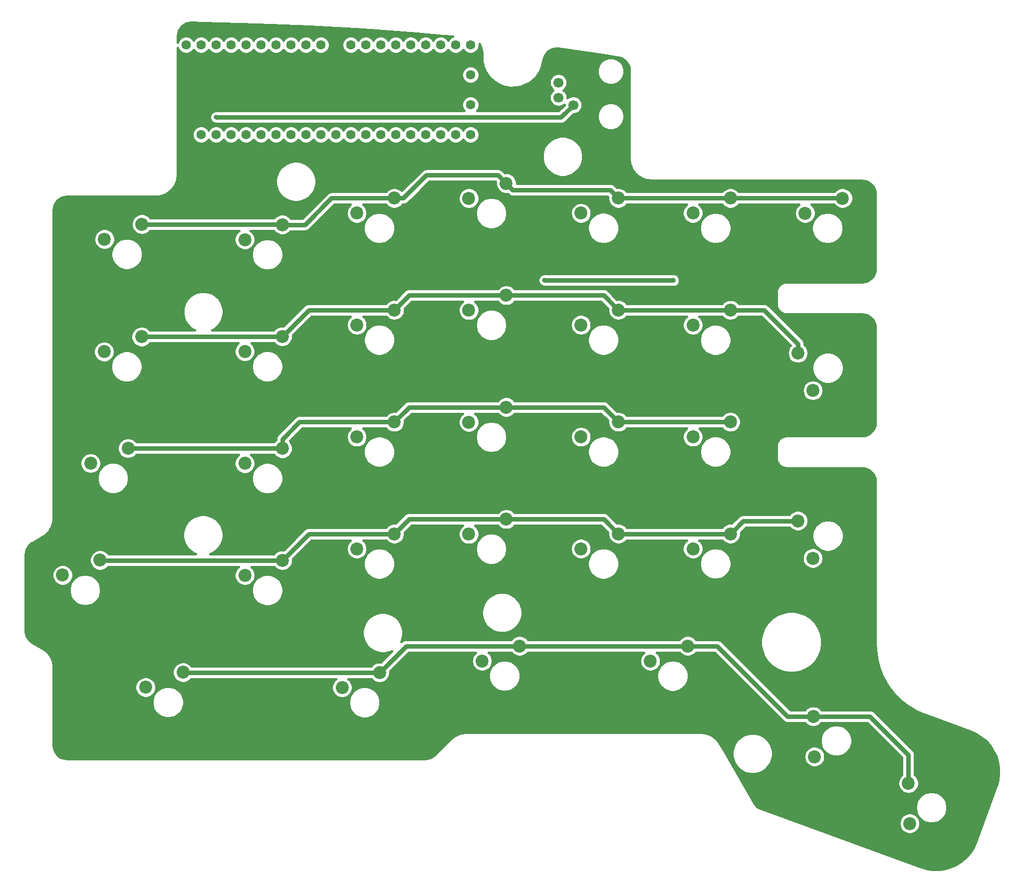
<source format=gtl>
G04 #@! TF.GenerationSoftware,KiCad,Pcbnew,5.1.9-73d0e3b20d~88~ubuntu20.04.1*
G04 #@! TF.CreationDate,2021-01-19T00:22:37+03:00*
G04 #@! TF.ProjectId,jeaex-left,6a656165-782d-46c6-9566-742e6b696361,rev?*
G04 #@! TF.SameCoordinates,Original*
G04 #@! TF.FileFunction,Copper,L1,Top*
G04 #@! TF.FilePolarity,Positive*
%FSLAX46Y46*%
G04 Gerber Fmt 4.6, Leading zero omitted, Abs format (unit mm)*
G04 Created by KiCad (PCBNEW 5.1.9-73d0e3b20d~88~ubuntu20.04.1) date 2021-01-19 00:22:37*
%MOMM*%
%LPD*%
G01*
G04 APERTURE LIST*
G04 #@! TA.AperFunction,ComponentPad*
%ADD10C,1.600000*%
G04 #@! TD*
G04 #@! TA.AperFunction,ComponentPad*
%ADD11R,1.600000X1.600000*%
G04 #@! TD*
G04 #@! TA.AperFunction,ComponentPad*
%ADD12C,1.700000*%
G04 #@! TD*
G04 #@! TA.AperFunction,ComponentPad*
%ADD13C,2.200000*%
G04 #@! TD*
G04 #@! TA.AperFunction,ViaPad*
%ADD14C,0.800000*%
G04 #@! TD*
G04 #@! TA.AperFunction,Conductor*
%ADD15C,0.800000*%
G04 #@! TD*
G04 #@! TA.AperFunction,Conductor*
%ADD16C,1.200000*%
G04 #@! TD*
G04 #@! TA.AperFunction,Conductor*
%ADD17C,0.400000*%
G04 #@! TD*
G04 #@! TA.AperFunction,Conductor*
%ADD18C,0.100000*%
G04 #@! TD*
G04 APERTURE END LIST*
D10*
X154790000Y-87020000D03*
X157330000Y-87020000D03*
X159870000Y-87020000D03*
X152250000Y-87020000D03*
X149710000Y-87020000D03*
X147170000Y-87020000D03*
X144630000Y-87020000D03*
X142090000Y-87020000D03*
X139550000Y-87020000D03*
X137010000Y-87020000D03*
D11*
X134470000Y-87020000D03*
D10*
X162410000Y-87020000D03*
X164950000Y-87020000D03*
X167490000Y-87020000D03*
X170030000Y-87020000D03*
X172570000Y-87020000D03*
X175110000Y-87020000D03*
X177650000Y-87020000D03*
X180190000Y-87020000D03*
X182730000Y-87020000D03*
X182730000Y-81940000D03*
X182730000Y-79400000D03*
X182730000Y-76860000D03*
X182730000Y-71780000D03*
X180190000Y-71780000D03*
X177650000Y-71780000D03*
X175110000Y-71780000D03*
X172570000Y-71780000D03*
X170030000Y-71780000D03*
X167490000Y-71780000D03*
X164950000Y-71780000D03*
X162410000Y-71780000D03*
X159870000Y-71780000D03*
X157330000Y-71780000D03*
X154790000Y-71780000D03*
X152250000Y-71780000D03*
X149710000Y-71780000D03*
X147170000Y-71780000D03*
X144630000Y-71780000D03*
X142090000Y-71780000D03*
X139550000Y-71780000D03*
X137010000Y-71780000D03*
X134470000Y-71780000D03*
D12*
X200180000Y-81975000D03*
X200180000Y-79435000D03*
X197640000Y-80705000D03*
X197640000Y-78165000D03*
D13*
X239490000Y-100340000D03*
X245840000Y-97800000D03*
X240820000Y-130440000D03*
X238280000Y-124090000D03*
X238270000Y-152590000D03*
X240810000Y-158940000D03*
X257030000Y-197140000D03*
X257244991Y-203975779D03*
X220470000Y-100330000D03*
X226820000Y-97790000D03*
X220470000Y-119330000D03*
X226820000Y-116790000D03*
X226820000Y-135780000D03*
X220470000Y-138320000D03*
X226820000Y-154780000D03*
X220470000Y-157320000D03*
X241084991Y-192625779D03*
X240870000Y-185790000D03*
X201470000Y-100320000D03*
X207820000Y-97780000D03*
X201470000Y-119320000D03*
X207820000Y-116780000D03*
X201470000Y-138330000D03*
X207820000Y-135790000D03*
X207820000Y-154790000D03*
X201470000Y-157330000D03*
X213230000Y-176380000D03*
X219580000Y-173840000D03*
X182440000Y-97820000D03*
X188790000Y-95280000D03*
X188790000Y-114280000D03*
X182440000Y-116820000D03*
X188790000Y-133280000D03*
X182440000Y-135820000D03*
X188790000Y-152290000D03*
X182440000Y-154830000D03*
X184690000Y-176370000D03*
X191040000Y-173830000D03*
X169790000Y-97790000D03*
X163440000Y-100330000D03*
X169800000Y-116780000D03*
X163450000Y-119320000D03*
X169790000Y-135790000D03*
X163440000Y-138330000D03*
X169790000Y-154790000D03*
X163440000Y-157330000D03*
X167290000Y-178340000D03*
X160940000Y-180880000D03*
X150790000Y-102290000D03*
X144440000Y-104830000D03*
X144440000Y-123820000D03*
X150790000Y-121280000D03*
X144440000Y-142830000D03*
X150790000Y-140290000D03*
X144450000Y-161830000D03*
X150800000Y-159290000D03*
X127600000Y-180850000D03*
X133950000Y-178310000D03*
X120620000Y-104760000D03*
X126970000Y-102220000D03*
X126920000Y-121320000D03*
X120570000Y-123860000D03*
X124620000Y-140260000D03*
X118270000Y-142800000D03*
X119870000Y-159260000D03*
X113520000Y-161800000D03*
D14*
X195275000Y-111725000D03*
X217150000Y-111750000D03*
X139550000Y-84050000D03*
D15*
X195275000Y-111725000D02*
X217150000Y-111725000D01*
X198105000Y-84050000D02*
X200180000Y-81975000D01*
X139550000Y-84050000D02*
X198105000Y-84050000D01*
X200180000Y-76755000D02*
X200180000Y-79435000D01*
X198750000Y-75325000D02*
X200180000Y-76755000D01*
X192700000Y-79400000D02*
X196775000Y-75325000D01*
X196775000Y-75325000D02*
X198750000Y-75325000D01*
X182730000Y-79400000D02*
X192700000Y-79400000D01*
D16*
X182730000Y-79400000D02*
X180050000Y-79400000D01*
X180050000Y-79400000D02*
X179075000Y-78425000D01*
X179075000Y-78425000D02*
X179075000Y-76800000D01*
X179075000Y-76800000D02*
X176650000Y-74375000D01*
X162465000Y-74375000D02*
X162415000Y-74325000D01*
X176650000Y-74375000D02*
X162465000Y-74375000D01*
X162415000Y-74325000D02*
X160500000Y-74325000D01*
X159870000Y-73695000D02*
X159870000Y-71780000D01*
X160500000Y-74325000D02*
X159870000Y-73695000D01*
X145165000Y-74325000D02*
X160500000Y-74325000D01*
X134470000Y-85020000D02*
X145165000Y-74325000D01*
X134470000Y-87020000D02*
X134470000Y-85020000D01*
D15*
X126970000Y-102220000D02*
X151080000Y-102220000D01*
X169790000Y-97790000D02*
X159160000Y-97790000D01*
X154660000Y-102290000D02*
X150790000Y-102290000D01*
X159160000Y-97790000D02*
X154660000Y-102290000D01*
X171345634Y-97790000D02*
X175235634Y-93900000D01*
X169790000Y-97790000D02*
X171345634Y-97790000D01*
X187410000Y-93900000D02*
X188790000Y-95280000D01*
X175235634Y-93900000D02*
X187410000Y-93900000D01*
X206419999Y-96379999D02*
X207820000Y-97780000D01*
X189889999Y-96379999D02*
X206419999Y-96379999D01*
X188790000Y-95280000D02*
X189889999Y-96379999D01*
X226810000Y-97780000D02*
X226820000Y-97790000D01*
X207820000Y-97780000D02*
X226810000Y-97780000D01*
X245830000Y-97790000D02*
X245840000Y-97800000D01*
X226820000Y-97790000D02*
X245830000Y-97790000D01*
X228375634Y-116790000D02*
X226820000Y-116790000D01*
X232535634Y-116790000D02*
X228375634Y-116790000D01*
X238280000Y-122534366D02*
X232535634Y-116790000D01*
X238280000Y-124090000D02*
X238280000Y-122534366D01*
X207830000Y-116790000D02*
X207820000Y-116780000D01*
X226820000Y-116790000D02*
X207830000Y-116790000D01*
X205320000Y-114280000D02*
X207820000Y-116780000D01*
X188790000Y-114280000D02*
X205320000Y-114280000D01*
X172300000Y-114280000D02*
X169800000Y-116780000D01*
X188790000Y-114280000D02*
X172300000Y-114280000D01*
X155290000Y-116780000D02*
X150790000Y-121280000D01*
X169800000Y-116780000D02*
X155290000Y-116780000D01*
X150750000Y-121320000D02*
X150790000Y-121280000D01*
X126920000Y-121320000D02*
X150750000Y-121320000D01*
X229010000Y-152590000D02*
X226820000Y-154780000D01*
X238270000Y-152590000D02*
X229010000Y-152590000D01*
X207830000Y-154780000D02*
X207820000Y-154790000D01*
X226820000Y-154780000D02*
X207830000Y-154780000D01*
X205320000Y-152290000D02*
X207820000Y-154790000D01*
X188790000Y-152290000D02*
X205320000Y-152290000D01*
X172290000Y-152290000D02*
X169790000Y-154790000D01*
X188790000Y-152290000D02*
X172290000Y-152290000D01*
X155300000Y-154790000D02*
X150800000Y-159290000D01*
X169790000Y-154790000D02*
X155300000Y-154790000D01*
X119900000Y-159290000D02*
X119870000Y-159260000D01*
X150800000Y-159290000D02*
X119900000Y-159290000D01*
X171800000Y-173830000D02*
X167290000Y-178340000D01*
X191040000Y-173830000D02*
X171800000Y-173830000D01*
X133980000Y-178340000D02*
X133950000Y-178310000D01*
X167290000Y-178340000D02*
X133980000Y-178340000D01*
X191050000Y-173840000D02*
X191040000Y-173830000D01*
X219580000Y-173840000D02*
X191050000Y-173840000D01*
X219580000Y-173840000D02*
X224590000Y-173840000D01*
X236540000Y-185790000D02*
X240870000Y-185790000D01*
X224590000Y-173840000D02*
X236540000Y-185790000D01*
X240870000Y-185790000D02*
X250515000Y-185790000D01*
X257030000Y-192305000D02*
X257030000Y-197140000D01*
X250515000Y-185790000D02*
X257030000Y-192305000D01*
X124650000Y-140290000D02*
X124620000Y-140260000D01*
X150790000Y-140290000D02*
X124650000Y-140290000D01*
X168234366Y-135790000D02*
X169790000Y-135790000D01*
X153734366Y-135790000D02*
X168234366Y-135790000D01*
X150790000Y-138734366D02*
X153734366Y-135790000D01*
X150790000Y-140290000D02*
X150790000Y-138734366D01*
X187234366Y-133280000D02*
X188790000Y-133280000D01*
X172300000Y-133280000D02*
X187234366Y-133280000D01*
X169790000Y-135790000D02*
X172300000Y-133280000D01*
X205310000Y-133280000D02*
X207820000Y-135790000D01*
X188790000Y-133280000D02*
X205310000Y-133280000D01*
X226810000Y-135790000D02*
X226820000Y-135780000D01*
X207820000Y-135790000D02*
X226810000Y-135790000D01*
D17*
X135366871Y-67954997D02*
X137373457Y-67998922D01*
X146442108Y-68264270D01*
X155502783Y-68648638D01*
X164552762Y-69164884D01*
X173587734Y-69825407D01*
X178094795Y-70213222D01*
X179687123Y-70364710D01*
X179479483Y-70450717D01*
X179233806Y-70614874D01*
X179024874Y-70823806D01*
X178920000Y-70980760D01*
X178815126Y-70823806D01*
X178606194Y-70614874D01*
X178360517Y-70450717D01*
X178087534Y-70337644D01*
X177797737Y-70280000D01*
X177502263Y-70280000D01*
X177212466Y-70337644D01*
X176939483Y-70450717D01*
X176693806Y-70614874D01*
X176484874Y-70823806D01*
X176380000Y-70980760D01*
X176275126Y-70823806D01*
X176066194Y-70614874D01*
X175820517Y-70450717D01*
X175547534Y-70337644D01*
X175257737Y-70280000D01*
X174962263Y-70280000D01*
X174672466Y-70337644D01*
X174399483Y-70450717D01*
X174153806Y-70614874D01*
X173944874Y-70823806D01*
X173840000Y-70980760D01*
X173735126Y-70823806D01*
X173526194Y-70614874D01*
X173280517Y-70450717D01*
X173007534Y-70337644D01*
X172717737Y-70280000D01*
X172422263Y-70280000D01*
X172132466Y-70337644D01*
X171859483Y-70450717D01*
X171613806Y-70614874D01*
X171404874Y-70823806D01*
X171300000Y-70980760D01*
X171195126Y-70823806D01*
X170986194Y-70614874D01*
X170740517Y-70450717D01*
X170467534Y-70337644D01*
X170177737Y-70280000D01*
X169882263Y-70280000D01*
X169592466Y-70337644D01*
X169319483Y-70450717D01*
X169073806Y-70614874D01*
X168864874Y-70823806D01*
X168760000Y-70980760D01*
X168655126Y-70823806D01*
X168446194Y-70614874D01*
X168200517Y-70450717D01*
X167927534Y-70337644D01*
X167637737Y-70280000D01*
X167342263Y-70280000D01*
X167052466Y-70337644D01*
X166779483Y-70450717D01*
X166533806Y-70614874D01*
X166324874Y-70823806D01*
X166220000Y-70980760D01*
X166115126Y-70823806D01*
X165906194Y-70614874D01*
X165660517Y-70450717D01*
X165387534Y-70337644D01*
X165097737Y-70280000D01*
X164802263Y-70280000D01*
X164512466Y-70337644D01*
X164239483Y-70450717D01*
X163993806Y-70614874D01*
X163784874Y-70823806D01*
X163680000Y-70980760D01*
X163575126Y-70823806D01*
X163366194Y-70614874D01*
X163120517Y-70450717D01*
X162847534Y-70337644D01*
X162557737Y-70280000D01*
X162262263Y-70280000D01*
X161972466Y-70337644D01*
X161699483Y-70450717D01*
X161453806Y-70614874D01*
X161244874Y-70823806D01*
X161080717Y-71069483D01*
X160967644Y-71342466D01*
X160910000Y-71632263D01*
X160910000Y-71927737D01*
X160967644Y-72217534D01*
X161080717Y-72490517D01*
X161244874Y-72736194D01*
X161453806Y-72945126D01*
X161699483Y-73109283D01*
X161972466Y-73222356D01*
X162262263Y-73280000D01*
X162557737Y-73280000D01*
X162847534Y-73222356D01*
X163120517Y-73109283D01*
X163366194Y-72945126D01*
X163575126Y-72736194D01*
X163680000Y-72579240D01*
X163784874Y-72736194D01*
X163993806Y-72945126D01*
X164239483Y-73109283D01*
X164512466Y-73222356D01*
X164802263Y-73280000D01*
X165097737Y-73280000D01*
X165387534Y-73222356D01*
X165660517Y-73109283D01*
X165906194Y-72945126D01*
X166115126Y-72736194D01*
X166220000Y-72579240D01*
X166324874Y-72736194D01*
X166533806Y-72945126D01*
X166779483Y-73109283D01*
X167052466Y-73222356D01*
X167342263Y-73280000D01*
X167637737Y-73280000D01*
X167927534Y-73222356D01*
X168200517Y-73109283D01*
X168446194Y-72945126D01*
X168655126Y-72736194D01*
X168760000Y-72579240D01*
X168864874Y-72736194D01*
X169073806Y-72945126D01*
X169319483Y-73109283D01*
X169592466Y-73222356D01*
X169882263Y-73280000D01*
X170177737Y-73280000D01*
X170467534Y-73222356D01*
X170740517Y-73109283D01*
X170986194Y-72945126D01*
X171195126Y-72736194D01*
X171300000Y-72579240D01*
X171404874Y-72736194D01*
X171613806Y-72945126D01*
X171859483Y-73109283D01*
X172132466Y-73222356D01*
X172422263Y-73280000D01*
X172717737Y-73280000D01*
X173007534Y-73222356D01*
X173280517Y-73109283D01*
X173526194Y-72945126D01*
X173735126Y-72736194D01*
X173840000Y-72579240D01*
X173944874Y-72736194D01*
X174153806Y-72945126D01*
X174399483Y-73109283D01*
X174672466Y-73222356D01*
X174962263Y-73280000D01*
X175257737Y-73280000D01*
X175547534Y-73222356D01*
X175820517Y-73109283D01*
X176066194Y-72945126D01*
X176275126Y-72736194D01*
X176380000Y-72579240D01*
X176484874Y-72736194D01*
X176693806Y-72945126D01*
X176939483Y-73109283D01*
X177212466Y-73222356D01*
X177502263Y-73280000D01*
X177797737Y-73280000D01*
X178087534Y-73222356D01*
X178360517Y-73109283D01*
X178606194Y-72945126D01*
X178815126Y-72736194D01*
X178920000Y-72579240D01*
X179024874Y-72736194D01*
X179233806Y-72945126D01*
X179479483Y-73109283D01*
X179752466Y-73222356D01*
X180042263Y-73280000D01*
X180337737Y-73280000D01*
X180627534Y-73222356D01*
X180900517Y-73109283D01*
X181146194Y-72945126D01*
X181355126Y-72736194D01*
X181460000Y-72579240D01*
X181564874Y-72736194D01*
X181773806Y-72945126D01*
X182019483Y-73109283D01*
X182292466Y-73222356D01*
X182582263Y-73280000D01*
X182877737Y-73280000D01*
X183167534Y-73222356D01*
X183440517Y-73109283D01*
X183686194Y-72945126D01*
X183895126Y-72736194D01*
X184059283Y-72490517D01*
X184172356Y-72217534D01*
X184230000Y-71927737D01*
X184230000Y-71632263D01*
X184226083Y-71612573D01*
X184371087Y-71828353D01*
X184542174Y-72237330D01*
X184633934Y-72688304D01*
X184646080Y-72923962D01*
X184646080Y-73840095D01*
X184649199Y-73871763D01*
X184718477Y-74656567D01*
X184724123Y-74687047D01*
X184726550Y-74717955D01*
X184742170Y-74787044D01*
X184971169Y-75610592D01*
X184983190Y-75641924D01*
X184992096Y-75674283D01*
X185020494Y-75739161D01*
X185020498Y-75739171D01*
X185020499Y-75739172D01*
X185401097Y-76504559D01*
X185418822Y-76533047D01*
X185433689Y-76563143D01*
X185473850Y-76621491D01*
X185992312Y-77301101D01*
X186015110Y-77325730D01*
X186035395Y-77352465D01*
X186085864Y-77402166D01*
X186723484Y-77971475D01*
X186750528Y-77991348D01*
X186775501Y-78013764D01*
X186834454Y-78053021D01*
X186834459Y-78053025D01*
X186834462Y-78053027D01*
X187568227Y-78491492D01*
X187598535Y-78505890D01*
X187627304Y-78523184D01*
X187692612Y-78550583D01*
X187692620Y-78550587D01*
X187692623Y-78550588D01*
X188496066Y-78842392D01*
X188528547Y-78850799D01*
X188560069Y-78862341D01*
X188629385Y-78876898D01*
X188629389Y-78876899D01*
X188629391Y-78876899D01*
X189473517Y-79011511D01*
X189507010Y-79013624D01*
X189540136Y-79018996D01*
X189610959Y-79020183D01*
X189610960Y-79020183D01*
X190465313Y-78992747D01*
X190498597Y-78988490D01*
X190532149Y-78987500D01*
X190601918Y-78975274D01*
X191435669Y-78786777D01*
X191467553Y-78776301D01*
X191500305Y-78768986D01*
X191566497Y-78743789D01*
X191566504Y-78743787D01*
X191566508Y-78743785D01*
X192349569Y-78401033D01*
X192378893Y-78384719D01*
X192409675Y-78371341D01*
X192469915Y-78334079D01*
X193174039Y-77849436D01*
X193199751Y-77827869D01*
X193227447Y-77808913D01*
X193279554Y-77760932D01*
X193879331Y-77151884D01*
X193900497Y-77125849D01*
X193924113Y-77101994D01*
X193966206Y-77045026D01*
X194439994Y-76333551D01*
X194455857Y-76303981D01*
X194474533Y-76276094D01*
X194505095Y-76212194D01*
X194585308Y-76021007D01*
X204205000Y-76021007D01*
X204205000Y-76478993D01*
X204294348Y-76928178D01*
X204469611Y-77351301D01*
X204724054Y-77732101D01*
X205047899Y-78055946D01*
X205428699Y-78310389D01*
X205851822Y-78485652D01*
X206301007Y-78575000D01*
X206758993Y-78575000D01*
X207208178Y-78485652D01*
X207631301Y-78310389D01*
X208012101Y-78055946D01*
X208335946Y-77732101D01*
X208590389Y-77351301D01*
X208765652Y-76928178D01*
X208855000Y-76478993D01*
X208855000Y-76021007D01*
X208765652Y-75571822D01*
X208590389Y-75148699D01*
X208335946Y-74767899D01*
X208012101Y-74444054D01*
X207631301Y-74189611D01*
X207208178Y-74014348D01*
X206758993Y-73925000D01*
X206301007Y-73925000D01*
X205851822Y-74014348D01*
X205428699Y-74189611D01*
X205047899Y-74444054D01*
X204724054Y-74767899D01*
X204469611Y-75148699D01*
X204294348Y-75571822D01*
X204205000Y-76021007D01*
X194585308Y-76021007D01*
X194835800Y-75423962D01*
X194845785Y-75391925D01*
X194858851Y-75361010D01*
X194876778Y-75292483D01*
X195052465Y-74455940D01*
X195052509Y-74455549D01*
X195159075Y-73954652D01*
X195333795Y-73547208D01*
X195584325Y-73181463D01*
X195901123Y-72871345D01*
X196272132Y-72628663D01*
X196683202Y-72462668D01*
X197118689Y-72379677D01*
X197592596Y-72383074D01*
X197626072Y-72387067D01*
X205733707Y-73547348D01*
X207742730Y-73859558D01*
X208205372Y-73979829D01*
X208604592Y-74172582D01*
X208958777Y-74439212D01*
X209254427Y-74769556D01*
X209480281Y-75151036D01*
X209627737Y-75569116D01*
X209695085Y-76034891D01*
X209697045Y-76120352D01*
X209697044Y-91120644D01*
X209700231Y-91153007D01*
X209700101Y-91171690D01*
X209701089Y-91181765D01*
X209762290Y-91764055D01*
X209775499Y-91828404D01*
X209787816Y-91892970D01*
X209790741Y-91902661D01*
X209963879Y-92461975D01*
X209989335Y-92522532D01*
X210013957Y-92583473D01*
X210018709Y-92592412D01*
X210297185Y-93107444D01*
X210333947Y-93161945D01*
X210369911Y-93216904D01*
X210376309Y-93224750D01*
X210749519Y-93675883D01*
X210796191Y-93722230D01*
X210842120Y-93769131D01*
X210849919Y-93775584D01*
X211303648Y-94145637D01*
X211358382Y-94182002D01*
X211412598Y-94219124D01*
X211421498Y-94223936D01*
X211421502Y-94223939D01*
X211421506Y-94223941D01*
X211938467Y-94498813D01*
X211999201Y-94523846D01*
X212059615Y-94549739D01*
X212069285Y-94552733D01*
X212629793Y-94721960D01*
X212694254Y-94734723D01*
X212758525Y-94748384D01*
X212768593Y-94749443D01*
X213351295Y-94806578D01*
X213351307Y-94806578D01*
X213386437Y-94810038D01*
X249107591Y-94810038D01*
X249584259Y-94856776D01*
X250008666Y-94984912D01*
X250400093Y-95193037D01*
X250743644Y-95473231D01*
X251026230Y-95814818D01*
X251237084Y-96204785D01*
X251368181Y-96628286D01*
X251418053Y-97102790D01*
X251418052Y-109734696D01*
X251371314Y-110211365D01*
X251243179Y-110635769D01*
X251035053Y-111027198D01*
X250754860Y-111370749D01*
X250413272Y-111653335D01*
X250023303Y-111864190D01*
X249599801Y-111995286D01*
X249125310Y-112045157D01*
X236307458Y-112045157D01*
X236276484Y-112048208D01*
X236270373Y-112048165D01*
X236260299Y-112049153D01*
X236066202Y-112069554D01*
X236001843Y-112082765D01*
X235937291Y-112095079D01*
X235927599Y-112098005D01*
X235741161Y-112155717D01*
X235680580Y-112181183D01*
X235619661Y-112205796D01*
X235610722Y-112210548D01*
X235439046Y-112303373D01*
X235384600Y-112340097D01*
X235329583Y-112376100D01*
X235321738Y-112382498D01*
X235171361Y-112506902D01*
X235125085Y-112553502D01*
X235078112Y-112599502D01*
X235071659Y-112607302D01*
X234948309Y-112758544D01*
X234911944Y-112813278D01*
X234874822Y-112867494D01*
X234870007Y-112876398D01*
X234778382Y-113048721D01*
X234753350Y-113109455D01*
X234727456Y-113169869D01*
X234724462Y-113179539D01*
X234668053Y-113366375D01*
X234655289Y-113430843D01*
X234641629Y-113495107D01*
X234640570Y-113505175D01*
X234621525Y-113699409D01*
X234621525Y-113699430D01*
X234618066Y-113734550D01*
X234618065Y-115805763D01*
X234621116Y-115836737D01*
X234621073Y-115842848D01*
X234622061Y-115852923D01*
X234642462Y-116047020D01*
X234655673Y-116111379D01*
X234667987Y-116175931D01*
X234670913Y-116185623D01*
X234728625Y-116372061D01*
X234754091Y-116432642D01*
X234778704Y-116493561D01*
X234783456Y-116502499D01*
X234876281Y-116674176D01*
X234913032Y-116728662D01*
X234949008Y-116783638D01*
X234955406Y-116791483D01*
X235079810Y-116941861D01*
X235126410Y-116988137D01*
X235172410Y-117035110D01*
X235180210Y-117041563D01*
X235331452Y-117164913D01*
X235386202Y-117201289D01*
X235440402Y-117238400D01*
X235449302Y-117243212D01*
X235449306Y-117243215D01*
X235449310Y-117243217D01*
X235621629Y-117334841D01*
X235682395Y-117359887D01*
X235742777Y-117385766D01*
X235752447Y-117388760D01*
X235939284Y-117445169D01*
X236003769Y-117457937D01*
X236068015Y-117471593D01*
X236078083Y-117472652D01*
X236272316Y-117491697D01*
X236272328Y-117491697D01*
X236307458Y-117495157D01*
X249107591Y-117495157D01*
X249584259Y-117541895D01*
X250008666Y-117670031D01*
X250400093Y-117878156D01*
X250743644Y-118158350D01*
X251026230Y-118499937D01*
X251237085Y-118889907D01*
X251368181Y-119313405D01*
X251418053Y-119787909D01*
X251418052Y-135861100D01*
X251371314Y-136337769D01*
X251243179Y-136762173D01*
X251035053Y-137153602D01*
X250754860Y-137497153D01*
X250413272Y-137779739D01*
X250023303Y-137990594D01*
X249599801Y-138121690D01*
X249125310Y-138171561D01*
X236307458Y-138171561D01*
X236276484Y-138174612D01*
X236270373Y-138174569D01*
X236260299Y-138175557D01*
X236066202Y-138195958D01*
X236001843Y-138209169D01*
X235937291Y-138221483D01*
X235927599Y-138224409D01*
X235741161Y-138282121D01*
X235680580Y-138307587D01*
X235619661Y-138332200D01*
X235610722Y-138336952D01*
X235439046Y-138429777D01*
X235384600Y-138466501D01*
X235329583Y-138502504D01*
X235321738Y-138508902D01*
X235171361Y-138633306D01*
X235125085Y-138679906D01*
X235078112Y-138725906D01*
X235071659Y-138733706D01*
X234948309Y-138884948D01*
X234911944Y-138939682D01*
X234874822Y-138993898D01*
X234870007Y-139002802D01*
X234778382Y-139175125D01*
X234753350Y-139235859D01*
X234727456Y-139296273D01*
X234724462Y-139305943D01*
X234668053Y-139492779D01*
X234655289Y-139557247D01*
X234641629Y-139621511D01*
X234640570Y-139631579D01*
X234621525Y-139825813D01*
X234621525Y-139825834D01*
X234618066Y-139860954D01*
X234618065Y-141932167D01*
X234621116Y-141963141D01*
X234621073Y-141969252D01*
X234622061Y-141979327D01*
X234642462Y-142173424D01*
X234655673Y-142237783D01*
X234667987Y-142302335D01*
X234670913Y-142312027D01*
X234728625Y-142498465D01*
X234754091Y-142559046D01*
X234778704Y-142619965D01*
X234783456Y-142628903D01*
X234876281Y-142800580D01*
X234913032Y-142855066D01*
X234949008Y-142910042D01*
X234955406Y-142917887D01*
X235079810Y-143068265D01*
X235126410Y-143114541D01*
X235172410Y-143161514D01*
X235180210Y-143167967D01*
X235331452Y-143291317D01*
X235386202Y-143327693D01*
X235440402Y-143364804D01*
X235449302Y-143369616D01*
X235449306Y-143369619D01*
X235449310Y-143369621D01*
X235621629Y-143461245D01*
X235682395Y-143486291D01*
X235742777Y-143512170D01*
X235752447Y-143515164D01*
X235939284Y-143571573D01*
X236003769Y-143584341D01*
X236068015Y-143597997D01*
X236078083Y-143599056D01*
X236272316Y-143618101D01*
X236272328Y-143618101D01*
X236307458Y-143621561D01*
X249107591Y-143621561D01*
X249584259Y-143668299D01*
X250008666Y-143796435D01*
X250400093Y-144004560D01*
X250743644Y-144284754D01*
X251026230Y-144626341D01*
X251237085Y-145016311D01*
X251368181Y-145439809D01*
X251418053Y-145914313D01*
X251418052Y-173603340D01*
X251419294Y-173615953D01*
X251447725Y-174430114D01*
X251449771Y-174452166D01*
X251450621Y-174474300D01*
X251453160Y-174496934D01*
X251628703Y-175867272D01*
X251634290Y-175897124D01*
X251638934Y-175927123D01*
X251644058Y-175949315D01*
X251975941Y-177290396D01*
X251984928Y-177319427D01*
X251992984Y-177348675D01*
X252000624Y-177370131D01*
X252484448Y-178664179D01*
X252496700Y-178691959D01*
X252508075Y-178720112D01*
X252518131Y-178740548D01*
X253147483Y-179970409D01*
X253162860Y-179996618D01*
X253177383Y-180023256D01*
X253189720Y-180042401D01*
X253956258Y-181191777D01*
X253974534Y-181216031D01*
X253992034Y-181240838D01*
X254006491Y-181258438D01*
X254900055Y-182312092D01*
X254920994Y-182334080D01*
X254941232Y-182356715D01*
X254957615Y-182372537D01*
X255966362Y-183316505D01*
X255989694Y-183335945D01*
X256012395Y-183356100D01*
X256030477Y-183369924D01*
X256030488Y-183369933D01*
X256030497Y-183369939D01*
X257141047Y-184191703D01*
X257166459Y-184208332D01*
X257191326Y-184225744D01*
X257210890Y-184237406D01*
X258408540Y-184926085D01*
X258435681Y-184939676D01*
X258462398Y-184954122D01*
X258483172Y-184963459D01*
X259738632Y-185504145D01*
X259757381Y-185513138D01*
X267548836Y-188348992D01*
X268510398Y-188778113D01*
X269380229Y-189324815D01*
X270164346Y-189988620D01*
X270847110Y-190756286D01*
X271414899Y-191612497D01*
X271856383Y-192540169D01*
X272162753Y-193520795D01*
X272327893Y-194534794D01*
X272348513Y-195561955D01*
X272224197Y-196581777D01*
X271951496Y-197595969D01*
X271918979Y-197687542D01*
X271918921Y-197687752D01*
X268527691Y-207005103D01*
X268098350Y-207967157D01*
X267551650Y-208836984D01*
X266887848Y-209621098D01*
X266120178Y-210303867D01*
X265263968Y-210871654D01*
X264336300Y-211313137D01*
X263355675Y-211619506D01*
X262341671Y-211784647D01*
X261314510Y-211805267D01*
X260294689Y-211680951D01*
X259280497Y-211408250D01*
X259191536Y-211376661D01*
X238370739Y-203798495D01*
X255444991Y-203798495D01*
X255444991Y-204153063D01*
X255514164Y-204500820D01*
X255649852Y-204828399D01*
X255846840Y-205123212D01*
X256097558Y-205373930D01*
X256392371Y-205570918D01*
X256719950Y-205706606D01*
X257067707Y-205775779D01*
X257422275Y-205775779D01*
X257770032Y-205706606D01*
X258097611Y-205570918D01*
X258392424Y-205373930D01*
X258643142Y-205123212D01*
X258840130Y-204828399D01*
X258975818Y-204500820D01*
X259044991Y-204153063D01*
X259044991Y-203798495D01*
X258975818Y-203450738D01*
X258840130Y-203123159D01*
X258643142Y-202828346D01*
X258392424Y-202577628D01*
X258097611Y-202380640D01*
X257770032Y-202244952D01*
X257422275Y-202175779D01*
X257067707Y-202175779D01*
X256719950Y-202244952D01*
X256392371Y-202380640D01*
X256097558Y-202577628D01*
X255846840Y-202828346D01*
X255649852Y-203123159D01*
X255514164Y-203450738D01*
X255444991Y-203798495D01*
X238370739Y-203798495D01*
X232062763Y-201502575D01*
X231630951Y-201295686D01*
X231275972Y-201030127D01*
X231247365Y-200998355D01*
X258234907Y-200998355D01*
X258234907Y-201530209D01*
X258338667Y-202051843D01*
X258542198Y-202543212D01*
X258837680Y-202985432D01*
X259213757Y-203361509D01*
X259655977Y-203656991D01*
X260147346Y-203860522D01*
X260668980Y-203964282D01*
X261200834Y-203964282D01*
X261722468Y-203860522D01*
X262213837Y-203656991D01*
X262656057Y-203361509D01*
X263032134Y-202985432D01*
X263327616Y-202543212D01*
X263531147Y-202051843D01*
X263634907Y-201530209D01*
X263634907Y-200998355D01*
X263531147Y-200476721D01*
X263327616Y-199985352D01*
X263032134Y-199543132D01*
X262656057Y-199167055D01*
X262213837Y-198871573D01*
X261722468Y-198668042D01*
X261200834Y-198564282D01*
X260668980Y-198564282D01*
X260147346Y-198668042D01*
X259655977Y-198871573D01*
X259213757Y-199167055D01*
X258837680Y-199543132D01*
X258542198Y-199985352D01*
X258338667Y-200476721D01*
X258234907Y-200998355D01*
X231247365Y-200998355D01*
X230969091Y-200689301D01*
X230827273Y-200472581D01*
X225802964Y-191770205D01*
X227110000Y-191770205D01*
X227110000Y-192449795D01*
X227242582Y-193116328D01*
X227502650Y-193744188D01*
X227880210Y-194309247D01*
X228360753Y-194789790D01*
X228925812Y-195167350D01*
X229553672Y-195427418D01*
X230220205Y-195560000D01*
X230899795Y-195560000D01*
X231566328Y-195427418D01*
X232194188Y-195167350D01*
X232759247Y-194789790D01*
X233239790Y-194309247D01*
X233617350Y-193744188D01*
X233877418Y-193116328D01*
X234010000Y-192449795D01*
X234010000Y-192448495D01*
X239284991Y-192448495D01*
X239284991Y-192803063D01*
X239354164Y-193150820D01*
X239489852Y-193478399D01*
X239686840Y-193773212D01*
X239937558Y-194023930D01*
X240232371Y-194220918D01*
X240559950Y-194356606D01*
X240907707Y-194425779D01*
X241262275Y-194425779D01*
X241610032Y-194356606D01*
X241937611Y-194220918D01*
X242232424Y-194023930D01*
X242483142Y-193773212D01*
X242680130Y-193478399D01*
X242815818Y-193150820D01*
X242884991Y-192803063D01*
X242884991Y-192448495D01*
X242815818Y-192100738D01*
X242680130Y-191773159D01*
X242483142Y-191478346D01*
X242232424Y-191227628D01*
X241937611Y-191030640D01*
X241610032Y-190894952D01*
X241262275Y-190825779D01*
X240907707Y-190825779D01*
X240559950Y-190894952D01*
X240232371Y-191030640D01*
X239937558Y-191227628D01*
X239686840Y-191478346D01*
X239489852Y-191773159D01*
X239354164Y-192100738D01*
X239284991Y-192448495D01*
X234010000Y-192448495D01*
X234010000Y-191770205D01*
X233877418Y-191103672D01*
X233617350Y-190475812D01*
X233239790Y-189910753D01*
X232977392Y-189648355D01*
X242074907Y-189648355D01*
X242074907Y-190180209D01*
X242178667Y-190701843D01*
X242382198Y-191193212D01*
X242677680Y-191635432D01*
X243053757Y-192011509D01*
X243495977Y-192306991D01*
X243987346Y-192510522D01*
X244508980Y-192614282D01*
X245040834Y-192614282D01*
X245562468Y-192510522D01*
X246053837Y-192306991D01*
X246496057Y-192011509D01*
X246872134Y-191635432D01*
X247167616Y-191193212D01*
X247371147Y-190701843D01*
X247474907Y-190180209D01*
X247474907Y-189648355D01*
X247371147Y-189126721D01*
X247167616Y-188635352D01*
X246872134Y-188193132D01*
X246496057Y-187817055D01*
X246053837Y-187521573D01*
X245562468Y-187318042D01*
X245040834Y-187214282D01*
X244508980Y-187214282D01*
X243987346Y-187318042D01*
X243495977Y-187521573D01*
X243053757Y-187817055D01*
X242677680Y-188193132D01*
X242382198Y-188635352D01*
X242178667Y-189126721D01*
X242074907Y-189648355D01*
X232977392Y-189648355D01*
X232759247Y-189430210D01*
X232194188Y-189052650D01*
X231566328Y-188792582D01*
X230899795Y-188660000D01*
X230220205Y-188660000D01*
X229553672Y-188792582D01*
X228925812Y-189052650D01*
X228360753Y-189430210D01*
X227880210Y-189910753D01*
X227502650Y-190475812D01*
X227242582Y-191103672D01*
X227110000Y-191770205D01*
X225802964Y-191770205D01*
X224978215Y-190341695D01*
X224970786Y-190331328D01*
X224872016Y-190173262D01*
X224845759Y-190139167D01*
X224822200Y-190103165D01*
X224815802Y-190095319D01*
X224442592Y-189644186D01*
X224395956Y-189597875D01*
X224349992Y-189550938D01*
X224342192Y-189544485D01*
X223888464Y-189174433D01*
X223833738Y-189138073D01*
X223779513Y-189100945D01*
X223770609Y-189096130D01*
X223253644Y-188821256D01*
X223192939Y-188796235D01*
X223132496Y-188770330D01*
X223122825Y-188767336D01*
X222562318Y-188598109D01*
X222497850Y-188585345D01*
X222433586Y-188571685D01*
X222423518Y-188570626D01*
X221840815Y-188513491D01*
X221840804Y-188513491D01*
X221805674Y-188510031D01*
X181972924Y-188510031D01*
X181943772Y-188512902D01*
X181934871Y-188512809D01*
X181924793Y-188513761D01*
X181342293Y-188572929D01*
X181277863Y-188585921D01*
X181213290Y-188598005D01*
X181203589Y-188600897D01*
X180643675Y-188772080D01*
X180583026Y-188797326D01*
X180522001Y-188821735D01*
X180513046Y-188826456D01*
X179997045Y-189103133D01*
X179942429Y-189139695D01*
X179887332Y-189175476D01*
X179879464Y-189181846D01*
X179427031Y-189553479D01*
X179399724Y-189575889D01*
X176656686Y-192318867D01*
X176286876Y-192622632D01*
X175896178Y-192832123D01*
X175472225Y-192961739D01*
X174996793Y-193010031D01*
X114301314Y-193010031D01*
X113824646Y-192963293D01*
X113400245Y-192835159D01*
X113008811Y-192627029D01*
X112665263Y-192346838D01*
X112382676Y-192005250D01*
X112171821Y-191615281D01*
X112040726Y-191191781D01*
X111990855Y-190717288D01*
X111990855Y-183124073D01*
X128710000Y-183124073D01*
X128710000Y-183655927D01*
X128813760Y-184177561D01*
X129017291Y-184668930D01*
X129312773Y-185111150D01*
X129688850Y-185487227D01*
X130131070Y-185782709D01*
X130622439Y-185986240D01*
X131144073Y-186090000D01*
X131675927Y-186090000D01*
X132197561Y-185986240D01*
X132688930Y-185782709D01*
X133131150Y-185487227D01*
X133507227Y-185111150D01*
X133802709Y-184668930D01*
X134006240Y-184177561D01*
X134110000Y-183655927D01*
X134110000Y-183154073D01*
X162050000Y-183154073D01*
X162050000Y-183685927D01*
X162153760Y-184207561D01*
X162357291Y-184698930D01*
X162652773Y-185141150D01*
X163028850Y-185517227D01*
X163471070Y-185812709D01*
X163962439Y-186016240D01*
X164484073Y-186120000D01*
X165015927Y-186120000D01*
X165537561Y-186016240D01*
X166028930Y-185812709D01*
X166471150Y-185517227D01*
X166847227Y-185141150D01*
X167142709Y-184698930D01*
X167346240Y-184207561D01*
X167450000Y-183685927D01*
X167450000Y-183154073D01*
X167346240Y-182632439D01*
X167142709Y-182141070D01*
X166847227Y-181698850D01*
X166471150Y-181322773D01*
X166028930Y-181027291D01*
X165537561Y-180823760D01*
X165015927Y-180720000D01*
X164484073Y-180720000D01*
X163962439Y-180823760D01*
X163471070Y-181027291D01*
X163028850Y-181322773D01*
X162652773Y-181698850D01*
X162357291Y-182141070D01*
X162153760Y-182632439D01*
X162050000Y-183154073D01*
X134110000Y-183154073D01*
X134110000Y-183124073D01*
X134006240Y-182602439D01*
X133802709Y-182111070D01*
X133507227Y-181668850D01*
X133131150Y-181292773D01*
X132688930Y-180997291D01*
X132197561Y-180793760D01*
X131675927Y-180690000D01*
X131144073Y-180690000D01*
X130622439Y-180793760D01*
X130131070Y-180997291D01*
X129688850Y-181292773D01*
X129312773Y-181668850D01*
X129017291Y-182111070D01*
X128813760Y-182602439D01*
X128710000Y-183124073D01*
X111990855Y-183124073D01*
X111990855Y-180672716D01*
X125800000Y-180672716D01*
X125800000Y-181027284D01*
X125869173Y-181375041D01*
X126004861Y-181702620D01*
X126201849Y-181997433D01*
X126452567Y-182248151D01*
X126747380Y-182445139D01*
X127074959Y-182580827D01*
X127422716Y-182650000D01*
X127777284Y-182650000D01*
X128125041Y-182580827D01*
X128452620Y-182445139D01*
X128747433Y-182248151D01*
X128998151Y-181997433D01*
X129195139Y-181702620D01*
X129330827Y-181375041D01*
X129400000Y-181027284D01*
X129400000Y-180672716D01*
X129330827Y-180324959D01*
X129195139Y-179997380D01*
X128998151Y-179702567D01*
X128747433Y-179451849D01*
X128452620Y-179254861D01*
X128125041Y-179119173D01*
X127777284Y-179050000D01*
X127422716Y-179050000D01*
X127074959Y-179119173D01*
X126747380Y-179254861D01*
X126452567Y-179451849D01*
X126201849Y-179702567D01*
X126004861Y-179997380D01*
X125869173Y-180324959D01*
X125800000Y-180672716D01*
X111990855Y-180672716D01*
X111990855Y-178132716D01*
X132150000Y-178132716D01*
X132150000Y-178487284D01*
X132219173Y-178835041D01*
X132354861Y-179162620D01*
X132551849Y-179457433D01*
X132802567Y-179708151D01*
X133097380Y-179905139D01*
X133424959Y-180040827D01*
X133772716Y-180110000D01*
X134127284Y-180110000D01*
X134475041Y-180040827D01*
X134802620Y-179905139D01*
X135097433Y-179708151D01*
X135348151Y-179457433D01*
X135359799Y-179440000D01*
X159855198Y-179440000D01*
X159792567Y-179481849D01*
X159541849Y-179732567D01*
X159344861Y-180027380D01*
X159209173Y-180354959D01*
X159140000Y-180702716D01*
X159140000Y-181057284D01*
X159209173Y-181405041D01*
X159344861Y-181732620D01*
X159541849Y-182027433D01*
X159792567Y-182278151D01*
X160087380Y-182475139D01*
X160414959Y-182610827D01*
X160762716Y-182680000D01*
X161117284Y-182680000D01*
X161465041Y-182610827D01*
X161792620Y-182475139D01*
X162087433Y-182278151D01*
X162338151Y-182027433D01*
X162535139Y-181732620D01*
X162670827Y-181405041D01*
X162740000Y-181057284D01*
X162740000Y-180702716D01*
X162670827Y-180354959D01*
X162535139Y-180027380D01*
X162338151Y-179732567D01*
X162087433Y-179481849D01*
X162024802Y-179440000D01*
X165860155Y-179440000D01*
X165891849Y-179487433D01*
X166142567Y-179738151D01*
X166437380Y-179935139D01*
X166764959Y-180070827D01*
X167112716Y-180140000D01*
X167467284Y-180140000D01*
X167815041Y-180070827D01*
X168142620Y-179935139D01*
X168437433Y-179738151D01*
X168688151Y-179487433D01*
X168885139Y-179192620D01*
X169020827Y-178865041D01*
X169064780Y-178644073D01*
X185800000Y-178644073D01*
X185800000Y-179175927D01*
X185903760Y-179697561D01*
X186107291Y-180188930D01*
X186402773Y-180631150D01*
X186778850Y-181007227D01*
X187221070Y-181302709D01*
X187712439Y-181506240D01*
X188234073Y-181610000D01*
X188765927Y-181610000D01*
X189287561Y-181506240D01*
X189778930Y-181302709D01*
X190221150Y-181007227D01*
X190597227Y-180631150D01*
X190892709Y-180188930D01*
X191096240Y-179697561D01*
X191200000Y-179175927D01*
X191200000Y-178654073D01*
X214340000Y-178654073D01*
X214340000Y-179185927D01*
X214443760Y-179707561D01*
X214647291Y-180198930D01*
X214942773Y-180641150D01*
X215318850Y-181017227D01*
X215761070Y-181312709D01*
X216252439Y-181516240D01*
X216774073Y-181620000D01*
X217305927Y-181620000D01*
X217827561Y-181516240D01*
X218318930Y-181312709D01*
X218761150Y-181017227D01*
X219137227Y-180641150D01*
X219432709Y-180198930D01*
X219636240Y-179707561D01*
X219740000Y-179185927D01*
X219740000Y-178654073D01*
X219636240Y-178132439D01*
X219432709Y-177641070D01*
X219137227Y-177198850D01*
X218761150Y-176822773D01*
X218318930Y-176527291D01*
X217827561Y-176323760D01*
X217305927Y-176220000D01*
X216774073Y-176220000D01*
X216252439Y-176323760D01*
X215761070Y-176527291D01*
X215318850Y-176822773D01*
X214942773Y-177198850D01*
X214647291Y-177641070D01*
X214443760Y-178132439D01*
X214340000Y-178654073D01*
X191200000Y-178654073D01*
X191200000Y-178644073D01*
X191096240Y-178122439D01*
X190892709Y-177631070D01*
X190597227Y-177188850D01*
X190221150Y-176812773D01*
X189778930Y-176517291D01*
X189287561Y-176313760D01*
X188765927Y-176210000D01*
X188234073Y-176210000D01*
X187712439Y-176313760D01*
X187221070Y-176517291D01*
X186778850Y-176812773D01*
X186402773Y-177188850D01*
X186107291Y-177631070D01*
X185903760Y-178122439D01*
X185800000Y-178644073D01*
X169064780Y-178644073D01*
X169090000Y-178517284D01*
X169090000Y-178162716D01*
X169078870Y-178106764D01*
X172255635Y-174930000D01*
X183605198Y-174930000D01*
X183542567Y-174971849D01*
X183291849Y-175222567D01*
X183094861Y-175517380D01*
X182959173Y-175844959D01*
X182890000Y-176192716D01*
X182890000Y-176547284D01*
X182959173Y-176895041D01*
X183094861Y-177222620D01*
X183291849Y-177517433D01*
X183542567Y-177768151D01*
X183837380Y-177965139D01*
X184164959Y-178100827D01*
X184512716Y-178170000D01*
X184867284Y-178170000D01*
X185215041Y-178100827D01*
X185542620Y-177965139D01*
X185837433Y-177768151D01*
X186088151Y-177517433D01*
X186285139Y-177222620D01*
X186420827Y-176895041D01*
X186490000Y-176547284D01*
X186490000Y-176192716D01*
X186420827Y-175844959D01*
X186285139Y-175517380D01*
X186088151Y-175222567D01*
X185837433Y-174971849D01*
X185774802Y-174930000D01*
X189610155Y-174930000D01*
X189641849Y-174977433D01*
X189892567Y-175228151D01*
X190187380Y-175425139D01*
X190514959Y-175560827D01*
X190862716Y-175630000D01*
X191217284Y-175630000D01*
X191565041Y-175560827D01*
X191892620Y-175425139D01*
X192187433Y-175228151D01*
X192438151Y-174977433D01*
X192463163Y-174940000D01*
X212145198Y-174940000D01*
X212082567Y-174981849D01*
X211831849Y-175232567D01*
X211634861Y-175527380D01*
X211499173Y-175854959D01*
X211430000Y-176202716D01*
X211430000Y-176557284D01*
X211499173Y-176905041D01*
X211634861Y-177232620D01*
X211831849Y-177527433D01*
X212082567Y-177778151D01*
X212377380Y-177975139D01*
X212704959Y-178110827D01*
X213052716Y-178180000D01*
X213407284Y-178180000D01*
X213755041Y-178110827D01*
X214082620Y-177975139D01*
X214377433Y-177778151D01*
X214628151Y-177527433D01*
X214825139Y-177232620D01*
X214960827Y-176905041D01*
X215030000Y-176557284D01*
X215030000Y-176202716D01*
X214960827Y-175854959D01*
X214825139Y-175527380D01*
X214628151Y-175232567D01*
X214377433Y-174981849D01*
X214314802Y-174940000D01*
X218150155Y-174940000D01*
X218181849Y-174987433D01*
X218432567Y-175238151D01*
X218727380Y-175435139D01*
X219054959Y-175570827D01*
X219402716Y-175640000D01*
X219757284Y-175640000D01*
X220105041Y-175570827D01*
X220432620Y-175435139D01*
X220727433Y-175238151D01*
X220978151Y-174987433D01*
X221009845Y-174940000D01*
X224134366Y-174940000D01*
X235723971Y-186529606D01*
X235758419Y-186571581D01*
X235844980Y-186642620D01*
X235925915Y-186709042D01*
X236028057Y-186763637D01*
X236117012Y-186811184D01*
X236324362Y-186874084D01*
X236485964Y-186890000D01*
X236485965Y-186890000D01*
X236539999Y-186895322D01*
X236594033Y-186890000D01*
X239440155Y-186890000D01*
X239471849Y-186937433D01*
X239722567Y-187188151D01*
X240017380Y-187385139D01*
X240344959Y-187520827D01*
X240692716Y-187590000D01*
X241047284Y-187590000D01*
X241395041Y-187520827D01*
X241722620Y-187385139D01*
X242017433Y-187188151D01*
X242268151Y-186937433D01*
X242299845Y-186890000D01*
X250059366Y-186890000D01*
X255930000Y-192760635D01*
X255930001Y-195710155D01*
X255882567Y-195741849D01*
X255631849Y-195992567D01*
X255434861Y-196287380D01*
X255299173Y-196614959D01*
X255230000Y-196962716D01*
X255230000Y-197317284D01*
X255299173Y-197665041D01*
X255434861Y-197992620D01*
X255631849Y-198287433D01*
X255882567Y-198538151D01*
X256177380Y-198735139D01*
X256504959Y-198870827D01*
X256852716Y-198940000D01*
X257207284Y-198940000D01*
X257555041Y-198870827D01*
X257882620Y-198735139D01*
X258177433Y-198538151D01*
X258428151Y-198287433D01*
X258625139Y-197992620D01*
X258760827Y-197665041D01*
X258830000Y-197317284D01*
X258830000Y-196962716D01*
X258760827Y-196614959D01*
X258625139Y-196287380D01*
X258428151Y-195992567D01*
X258177433Y-195741849D01*
X258130000Y-195710155D01*
X258130000Y-192359033D01*
X258135322Y-192304999D01*
X258129157Y-192242404D01*
X258114084Y-192089362D01*
X258051184Y-191882012D01*
X257949042Y-191690916D01*
X257811581Y-191523419D01*
X257769606Y-191488971D01*
X251331033Y-185050399D01*
X251296581Y-185008419D01*
X251129084Y-184870958D01*
X250937988Y-184768816D01*
X250730638Y-184705916D01*
X250569036Y-184690000D01*
X250569034Y-184690000D01*
X250515000Y-184684678D01*
X250460966Y-184690000D01*
X242299845Y-184690000D01*
X242268151Y-184642567D01*
X242017433Y-184391849D01*
X241722620Y-184194861D01*
X241395041Y-184059173D01*
X241047284Y-183990000D01*
X240692716Y-183990000D01*
X240344959Y-184059173D01*
X240017380Y-184194861D01*
X239722567Y-184391849D01*
X239471849Y-184642567D01*
X239440155Y-184690000D01*
X236995635Y-184690000D01*
X225406033Y-173100399D01*
X225371581Y-173058419D01*
X225204084Y-172920958D01*
X225012988Y-172818816D01*
X224805638Y-172755916D01*
X224644036Y-172740000D01*
X224644034Y-172740000D01*
X224590000Y-172734678D01*
X224535966Y-172740000D01*
X221009845Y-172740000D01*
X220978151Y-172692567D01*
X220953429Y-172667845D01*
X231970000Y-172667845D01*
X231970000Y-173692155D01*
X232169833Y-174696784D01*
X232561819Y-175643124D01*
X233130896Y-176494807D01*
X233855193Y-177219104D01*
X234706876Y-177788181D01*
X235653216Y-178180167D01*
X236657845Y-178380000D01*
X237682155Y-178380000D01*
X238686784Y-178180167D01*
X239633124Y-177788181D01*
X240484807Y-177219104D01*
X241209104Y-176494807D01*
X241778181Y-175643124D01*
X242170167Y-174696784D01*
X242370000Y-173692155D01*
X242370000Y-172667845D01*
X242170167Y-171663216D01*
X241778181Y-170716876D01*
X241209104Y-169865193D01*
X240484807Y-169140896D01*
X239633124Y-168571819D01*
X238686784Y-168179833D01*
X237682155Y-167980000D01*
X236657845Y-167980000D01*
X235653216Y-168179833D01*
X234706876Y-168571819D01*
X233855193Y-169140896D01*
X233130896Y-169865193D01*
X232561819Y-170716876D01*
X232169833Y-171663216D01*
X231970000Y-172667845D01*
X220953429Y-172667845D01*
X220727433Y-172441849D01*
X220432620Y-172244861D01*
X220105041Y-172109173D01*
X219757284Y-172040000D01*
X219402716Y-172040000D01*
X219054959Y-172109173D01*
X218727380Y-172244861D01*
X218432567Y-172441849D01*
X218181849Y-172692567D01*
X218150155Y-172740000D01*
X192476527Y-172740000D01*
X192438151Y-172682567D01*
X192187433Y-172431849D01*
X191892620Y-172234861D01*
X191565041Y-172099173D01*
X191217284Y-172030000D01*
X190862716Y-172030000D01*
X190514959Y-172099173D01*
X190187380Y-172234861D01*
X189892567Y-172431849D01*
X189641849Y-172682567D01*
X189610155Y-172730000D01*
X171854033Y-172730000D01*
X171799999Y-172724678D01*
X171745965Y-172730000D01*
X171745964Y-172730000D01*
X171584362Y-172745916D01*
X171377012Y-172808816D01*
X171289273Y-172855713D01*
X171185915Y-172910958D01*
X171144449Y-172944989D01*
X171018419Y-173048419D01*
X170983971Y-173090394D01*
X170947777Y-173126588D01*
X171167418Y-172596328D01*
X171300000Y-171929795D01*
X171300000Y-171250205D01*
X171167418Y-170583672D01*
X170907350Y-169955812D01*
X170529790Y-169390753D01*
X170049247Y-168910210D01*
X169484188Y-168532650D01*
X168856328Y-168272582D01*
X168189795Y-168140000D01*
X167510205Y-168140000D01*
X166843672Y-168272582D01*
X166215812Y-168532650D01*
X165650753Y-168910210D01*
X165170210Y-169390753D01*
X164792650Y-169955812D01*
X164532582Y-170583672D01*
X164400000Y-171250205D01*
X164400000Y-171929795D01*
X164532582Y-172596328D01*
X164792650Y-173224188D01*
X165170210Y-173789247D01*
X165650753Y-174269790D01*
X166215812Y-174647350D01*
X166843672Y-174907418D01*
X167510205Y-175040000D01*
X168189795Y-175040000D01*
X168856328Y-174907418D01*
X169386588Y-174687777D01*
X167523236Y-176551130D01*
X167467284Y-176540000D01*
X167112716Y-176540000D01*
X166764959Y-176609173D01*
X166437380Y-176744861D01*
X166142567Y-176941849D01*
X165891849Y-177192567D01*
X165860155Y-177240000D01*
X135399890Y-177240000D01*
X135348151Y-177162567D01*
X135097433Y-176911849D01*
X134802620Y-176714861D01*
X134475041Y-176579173D01*
X134127284Y-176510000D01*
X133772716Y-176510000D01*
X133424959Y-176579173D01*
X133097380Y-176714861D01*
X132802567Y-176911849D01*
X132551849Y-177162567D01*
X132354861Y-177457380D01*
X132219173Y-177784959D01*
X132150000Y-178132716D01*
X111990855Y-178132716D01*
X111990855Y-177431480D01*
X111989613Y-177418866D01*
X111983105Y-177232515D01*
X111977414Y-177189864D01*
X111975012Y-177146903D01*
X111973394Y-177136910D01*
X111875751Y-176559612D01*
X111858519Y-176496188D01*
X111842181Y-176432556D01*
X111838653Y-176423067D01*
X111630739Y-175875730D01*
X111601510Y-175816848D01*
X111573129Y-175757613D01*
X111567825Y-175748991D01*
X111257559Y-175252461D01*
X111217480Y-175200418D01*
X111178104Y-175147783D01*
X111171226Y-175140355D01*
X110770425Y-174713546D01*
X110721006Y-174670282D01*
X110672152Y-174626294D01*
X110663962Y-174620344D01*
X110196619Y-174285759D01*
X110159194Y-174258941D01*
X108405951Y-173246695D01*
X108016453Y-172967842D01*
X107712978Y-172644674D01*
X107478053Y-172268715D01*
X107320624Y-171854280D01*
X107242866Y-171394552D01*
X107237681Y-171246067D01*
X107237681Y-167830205D01*
X184610000Y-167830205D01*
X184610000Y-168509795D01*
X184742582Y-169176328D01*
X185002650Y-169804188D01*
X185380210Y-170369247D01*
X185860753Y-170849790D01*
X186425812Y-171227350D01*
X187053672Y-171487418D01*
X187720205Y-171620000D01*
X188399795Y-171620000D01*
X189066328Y-171487418D01*
X189694188Y-171227350D01*
X190259247Y-170849790D01*
X190739790Y-170369247D01*
X191117350Y-169804188D01*
X191377418Y-169176328D01*
X191510000Y-168509795D01*
X191510000Y-167830205D01*
X191377418Y-167163672D01*
X191117350Y-166535812D01*
X190739790Y-165970753D01*
X190259247Y-165490210D01*
X189694188Y-165112650D01*
X189066328Y-164852582D01*
X188399795Y-164720000D01*
X187720205Y-164720000D01*
X187053672Y-164852582D01*
X186425812Y-165112650D01*
X185860753Y-165490210D01*
X185380210Y-165970753D01*
X185002650Y-166535812D01*
X184742582Y-167163672D01*
X184610000Y-167830205D01*
X107237681Y-167830205D01*
X107237681Y-164074073D01*
X114630000Y-164074073D01*
X114630000Y-164605927D01*
X114733760Y-165127561D01*
X114937291Y-165618930D01*
X115232773Y-166061150D01*
X115608850Y-166437227D01*
X116051070Y-166732709D01*
X116542439Y-166936240D01*
X117064073Y-167040000D01*
X117595927Y-167040000D01*
X118117561Y-166936240D01*
X118608930Y-166732709D01*
X119051150Y-166437227D01*
X119427227Y-166061150D01*
X119722709Y-165618930D01*
X119926240Y-165127561D01*
X120030000Y-164605927D01*
X120030000Y-164104073D01*
X145560000Y-164104073D01*
X145560000Y-164635927D01*
X145663760Y-165157561D01*
X145867291Y-165648930D01*
X146162773Y-166091150D01*
X146538850Y-166467227D01*
X146981070Y-166762709D01*
X147472439Y-166966240D01*
X147994073Y-167070000D01*
X148525927Y-167070000D01*
X149047561Y-166966240D01*
X149538930Y-166762709D01*
X149981150Y-166467227D01*
X150357227Y-166091150D01*
X150652709Y-165648930D01*
X150856240Y-165157561D01*
X150960000Y-164635927D01*
X150960000Y-164104073D01*
X150856240Y-163582439D01*
X150652709Y-163091070D01*
X150357227Y-162648850D01*
X149981150Y-162272773D01*
X149538930Y-161977291D01*
X149047561Y-161773760D01*
X148525927Y-161670000D01*
X147994073Y-161670000D01*
X147472439Y-161773760D01*
X146981070Y-161977291D01*
X146538850Y-162272773D01*
X146162773Y-162648850D01*
X145867291Y-163091070D01*
X145663760Y-163582439D01*
X145560000Y-164104073D01*
X120030000Y-164104073D01*
X120030000Y-164074073D01*
X119926240Y-163552439D01*
X119722709Y-163061070D01*
X119427227Y-162618850D01*
X119051150Y-162242773D01*
X118608930Y-161947291D01*
X118117561Y-161743760D01*
X117595927Y-161640000D01*
X117064073Y-161640000D01*
X116542439Y-161743760D01*
X116051070Y-161947291D01*
X115608850Y-162242773D01*
X115232773Y-162618850D01*
X114937291Y-163061070D01*
X114733760Y-163552439D01*
X114630000Y-164074073D01*
X107237681Y-164074073D01*
X107237681Y-161622716D01*
X111720000Y-161622716D01*
X111720000Y-161977284D01*
X111789173Y-162325041D01*
X111924861Y-162652620D01*
X112121849Y-162947433D01*
X112372567Y-163198151D01*
X112667380Y-163395139D01*
X112994959Y-163530827D01*
X113342716Y-163600000D01*
X113697284Y-163600000D01*
X114045041Y-163530827D01*
X114372620Y-163395139D01*
X114667433Y-163198151D01*
X114918151Y-162947433D01*
X115115139Y-162652620D01*
X115250827Y-162325041D01*
X115320000Y-161977284D01*
X115320000Y-161622716D01*
X115250827Y-161274959D01*
X115115139Y-160947380D01*
X114918151Y-160652567D01*
X114667433Y-160401849D01*
X114372620Y-160204861D01*
X114045041Y-160069173D01*
X113697284Y-160000000D01*
X113342716Y-160000000D01*
X112994959Y-160069173D01*
X112667380Y-160204861D01*
X112372567Y-160401849D01*
X112121849Y-160652567D01*
X111924861Y-160947380D01*
X111789173Y-161274959D01*
X111720000Y-161622716D01*
X107237681Y-161622716D01*
X107237681Y-159082716D01*
X118070000Y-159082716D01*
X118070000Y-159437284D01*
X118139173Y-159785041D01*
X118274861Y-160112620D01*
X118471849Y-160407433D01*
X118722567Y-160658151D01*
X119017380Y-160855139D01*
X119344959Y-160990827D01*
X119692716Y-161060000D01*
X120047284Y-161060000D01*
X120395041Y-160990827D01*
X120722620Y-160855139D01*
X121017433Y-160658151D01*
X121268151Y-160407433D01*
X121279799Y-160390000D01*
X143365198Y-160390000D01*
X143302567Y-160431849D01*
X143051849Y-160682567D01*
X142854861Y-160977380D01*
X142719173Y-161304959D01*
X142650000Y-161652716D01*
X142650000Y-162007284D01*
X142719173Y-162355041D01*
X142854861Y-162682620D01*
X143051849Y-162977433D01*
X143302567Y-163228151D01*
X143597380Y-163425139D01*
X143924959Y-163560827D01*
X144272716Y-163630000D01*
X144627284Y-163630000D01*
X144975041Y-163560827D01*
X145302620Y-163425139D01*
X145597433Y-163228151D01*
X145848151Y-162977433D01*
X146045139Y-162682620D01*
X146180827Y-162355041D01*
X146250000Y-162007284D01*
X146250000Y-161652716D01*
X146180827Y-161304959D01*
X146045139Y-160977380D01*
X145848151Y-160682567D01*
X145597433Y-160431849D01*
X145534802Y-160390000D01*
X149370155Y-160390000D01*
X149401849Y-160437433D01*
X149652567Y-160688151D01*
X149947380Y-160885139D01*
X150274959Y-161020827D01*
X150622716Y-161090000D01*
X150977284Y-161090000D01*
X151325041Y-161020827D01*
X151652620Y-160885139D01*
X151947433Y-160688151D01*
X152198151Y-160437433D01*
X152395139Y-160142620D01*
X152530827Y-159815041D01*
X152572791Y-159604073D01*
X164550000Y-159604073D01*
X164550000Y-160135927D01*
X164653760Y-160657561D01*
X164857291Y-161148930D01*
X165152773Y-161591150D01*
X165528850Y-161967227D01*
X165971070Y-162262709D01*
X166462439Y-162466240D01*
X166984073Y-162570000D01*
X167515927Y-162570000D01*
X168037561Y-162466240D01*
X168528930Y-162262709D01*
X168971150Y-161967227D01*
X169347227Y-161591150D01*
X169642709Y-161148930D01*
X169846240Y-160657561D01*
X169950000Y-160135927D01*
X169950000Y-159604073D01*
X169846240Y-159082439D01*
X169642709Y-158591070D01*
X169347227Y-158148850D01*
X168971150Y-157772773D01*
X168528930Y-157477291D01*
X168037561Y-157273760D01*
X167515927Y-157170000D01*
X166984073Y-157170000D01*
X166462439Y-157273760D01*
X165971070Y-157477291D01*
X165528850Y-157772773D01*
X165152773Y-158148850D01*
X164857291Y-158591070D01*
X164653760Y-159082439D01*
X164550000Y-159604073D01*
X152572791Y-159604073D01*
X152600000Y-159467284D01*
X152600000Y-159112716D01*
X152588870Y-159056764D01*
X155755635Y-155890000D01*
X162355198Y-155890000D01*
X162292567Y-155931849D01*
X162041849Y-156182567D01*
X161844861Y-156477380D01*
X161709173Y-156804959D01*
X161640000Y-157152716D01*
X161640000Y-157507284D01*
X161709173Y-157855041D01*
X161844861Y-158182620D01*
X162041849Y-158477433D01*
X162292567Y-158728151D01*
X162587380Y-158925139D01*
X162914959Y-159060827D01*
X163262716Y-159130000D01*
X163617284Y-159130000D01*
X163965041Y-159060827D01*
X164292620Y-158925139D01*
X164587433Y-158728151D01*
X164838151Y-158477433D01*
X165035139Y-158182620D01*
X165170827Y-157855041D01*
X165240000Y-157507284D01*
X165240000Y-157152716D01*
X165230325Y-157104073D01*
X183550000Y-157104073D01*
X183550000Y-157635927D01*
X183653760Y-158157561D01*
X183857291Y-158648930D01*
X184152773Y-159091150D01*
X184528850Y-159467227D01*
X184971070Y-159762709D01*
X185462439Y-159966240D01*
X185984073Y-160070000D01*
X186515927Y-160070000D01*
X187037561Y-159966240D01*
X187528930Y-159762709D01*
X187766345Y-159604073D01*
X202580000Y-159604073D01*
X202580000Y-160135927D01*
X202683760Y-160657561D01*
X202887291Y-161148930D01*
X203182773Y-161591150D01*
X203558850Y-161967227D01*
X204001070Y-162262709D01*
X204492439Y-162466240D01*
X205014073Y-162570000D01*
X205545927Y-162570000D01*
X206067561Y-162466240D01*
X206558930Y-162262709D01*
X207001150Y-161967227D01*
X207377227Y-161591150D01*
X207672709Y-161148930D01*
X207876240Y-160657561D01*
X207980000Y-160135927D01*
X207980000Y-159604073D01*
X207978011Y-159594073D01*
X221580000Y-159594073D01*
X221580000Y-160125927D01*
X221683760Y-160647561D01*
X221887291Y-161138930D01*
X222182773Y-161581150D01*
X222558850Y-161957227D01*
X223001070Y-162252709D01*
X223492439Y-162456240D01*
X224014073Y-162560000D01*
X224545927Y-162560000D01*
X225067561Y-162456240D01*
X225558930Y-162252709D01*
X226001150Y-161957227D01*
X226377227Y-161581150D01*
X226672709Y-161138930D01*
X226876240Y-160647561D01*
X226980000Y-160125927D01*
X226980000Y-159594073D01*
X226876240Y-159072439D01*
X226747949Y-158762716D01*
X239010000Y-158762716D01*
X239010000Y-159117284D01*
X239079173Y-159465041D01*
X239214861Y-159792620D01*
X239411849Y-160087433D01*
X239662567Y-160338151D01*
X239957380Y-160535139D01*
X240284959Y-160670827D01*
X240632716Y-160740000D01*
X240987284Y-160740000D01*
X241335041Y-160670827D01*
X241662620Y-160535139D01*
X241957433Y-160338151D01*
X242208151Y-160087433D01*
X242405139Y-159792620D01*
X242540827Y-159465041D01*
X242610000Y-159117284D01*
X242610000Y-158762716D01*
X242540827Y-158414959D01*
X242405139Y-158087380D01*
X242208151Y-157792567D01*
X241957433Y-157541849D01*
X241662620Y-157344861D01*
X241335041Y-157209173D01*
X240987284Y-157140000D01*
X240632716Y-157140000D01*
X240284959Y-157209173D01*
X239957380Y-157344861D01*
X239662567Y-157541849D01*
X239411849Y-157792567D01*
X239214861Y-158087380D01*
X239079173Y-158414959D01*
X239010000Y-158762716D01*
X226747949Y-158762716D01*
X226672709Y-158581070D01*
X226377227Y-158138850D01*
X226001150Y-157762773D01*
X225558930Y-157467291D01*
X225067561Y-157263760D01*
X224545927Y-157160000D01*
X224014073Y-157160000D01*
X223492439Y-157263760D01*
X223001070Y-157467291D01*
X222558850Y-157762773D01*
X222182773Y-158138850D01*
X221887291Y-158581070D01*
X221683760Y-159072439D01*
X221580000Y-159594073D01*
X207978011Y-159594073D01*
X207876240Y-159082439D01*
X207672709Y-158591070D01*
X207377227Y-158148850D01*
X207001150Y-157772773D01*
X206558930Y-157477291D01*
X206067561Y-157273760D01*
X205545927Y-157170000D01*
X205014073Y-157170000D01*
X204492439Y-157273760D01*
X204001070Y-157477291D01*
X203558850Y-157772773D01*
X203182773Y-158148850D01*
X202887291Y-158591070D01*
X202683760Y-159082439D01*
X202580000Y-159604073D01*
X187766345Y-159604073D01*
X187971150Y-159467227D01*
X188347227Y-159091150D01*
X188642709Y-158648930D01*
X188846240Y-158157561D01*
X188950000Y-157635927D01*
X188950000Y-157152716D01*
X199670000Y-157152716D01*
X199670000Y-157507284D01*
X199739173Y-157855041D01*
X199874861Y-158182620D01*
X200071849Y-158477433D01*
X200322567Y-158728151D01*
X200617380Y-158925139D01*
X200944959Y-159060827D01*
X201292716Y-159130000D01*
X201647284Y-159130000D01*
X201995041Y-159060827D01*
X202322620Y-158925139D01*
X202617433Y-158728151D01*
X202868151Y-158477433D01*
X203065139Y-158182620D01*
X203200827Y-157855041D01*
X203270000Y-157507284D01*
X203270000Y-157152716D01*
X203200827Y-156804959D01*
X203065139Y-156477380D01*
X202868151Y-156182567D01*
X202617433Y-155931849D01*
X202322620Y-155734861D01*
X201995041Y-155599173D01*
X201647284Y-155530000D01*
X201292716Y-155530000D01*
X200944959Y-155599173D01*
X200617380Y-155734861D01*
X200322567Y-155931849D01*
X200071849Y-156182567D01*
X199874861Y-156477380D01*
X199739173Y-156804959D01*
X199670000Y-157152716D01*
X188950000Y-157152716D01*
X188950000Y-157104073D01*
X188846240Y-156582439D01*
X188642709Y-156091070D01*
X188347227Y-155648850D01*
X187971150Y-155272773D01*
X187528930Y-154977291D01*
X187037561Y-154773760D01*
X186515927Y-154670000D01*
X185984073Y-154670000D01*
X185462439Y-154773760D01*
X184971070Y-154977291D01*
X184528850Y-155272773D01*
X184152773Y-155648850D01*
X183857291Y-156091070D01*
X183653760Y-156582439D01*
X183550000Y-157104073D01*
X165230325Y-157104073D01*
X165170827Y-156804959D01*
X165035139Y-156477380D01*
X164838151Y-156182567D01*
X164587433Y-155931849D01*
X164524802Y-155890000D01*
X168360155Y-155890000D01*
X168391849Y-155937433D01*
X168642567Y-156188151D01*
X168937380Y-156385139D01*
X169264959Y-156520827D01*
X169612716Y-156590000D01*
X169967284Y-156590000D01*
X170315041Y-156520827D01*
X170642620Y-156385139D01*
X170937433Y-156188151D01*
X171188151Y-155937433D01*
X171385139Y-155642620D01*
X171520827Y-155315041D01*
X171590000Y-154967284D01*
X171590000Y-154612716D01*
X171578870Y-154556764D01*
X172745635Y-153390000D01*
X181355198Y-153390000D01*
X181292567Y-153431849D01*
X181041849Y-153682567D01*
X180844861Y-153977380D01*
X180709173Y-154304959D01*
X180640000Y-154652716D01*
X180640000Y-155007284D01*
X180709173Y-155355041D01*
X180844861Y-155682620D01*
X181041849Y-155977433D01*
X181292567Y-156228151D01*
X181587380Y-156425139D01*
X181914959Y-156560827D01*
X182262716Y-156630000D01*
X182617284Y-156630000D01*
X182965041Y-156560827D01*
X183292620Y-156425139D01*
X183587433Y-156228151D01*
X183838151Y-155977433D01*
X184035139Y-155682620D01*
X184170827Y-155355041D01*
X184240000Y-155007284D01*
X184240000Y-154652716D01*
X184170827Y-154304959D01*
X184035139Y-153977380D01*
X183838151Y-153682567D01*
X183587433Y-153431849D01*
X183524802Y-153390000D01*
X187360155Y-153390000D01*
X187391849Y-153437433D01*
X187642567Y-153688151D01*
X187937380Y-153885139D01*
X188264959Y-154020827D01*
X188612716Y-154090000D01*
X188967284Y-154090000D01*
X189315041Y-154020827D01*
X189642620Y-153885139D01*
X189937433Y-153688151D01*
X190188151Y-153437433D01*
X190219845Y-153390000D01*
X204864366Y-153390000D01*
X206031129Y-154556764D01*
X206020000Y-154612716D01*
X206020000Y-154967284D01*
X206089173Y-155315041D01*
X206224861Y-155642620D01*
X206421849Y-155937433D01*
X206672567Y-156188151D01*
X206967380Y-156385139D01*
X207294959Y-156520827D01*
X207642716Y-156590000D01*
X207997284Y-156590000D01*
X208345041Y-156520827D01*
X208672620Y-156385139D01*
X208967433Y-156188151D01*
X209218151Y-155937433D01*
X209256527Y-155880000D01*
X219385198Y-155880000D01*
X219322567Y-155921849D01*
X219071849Y-156172567D01*
X218874861Y-156467380D01*
X218739173Y-156794959D01*
X218670000Y-157142716D01*
X218670000Y-157497284D01*
X218739173Y-157845041D01*
X218874861Y-158172620D01*
X219071849Y-158467433D01*
X219322567Y-158718151D01*
X219617380Y-158915139D01*
X219944959Y-159050827D01*
X220292716Y-159120000D01*
X220647284Y-159120000D01*
X220995041Y-159050827D01*
X221322620Y-158915139D01*
X221617433Y-158718151D01*
X221868151Y-158467433D01*
X222065139Y-158172620D01*
X222200827Y-157845041D01*
X222270000Y-157497284D01*
X222270000Y-157142716D01*
X222200827Y-156794959D01*
X222065139Y-156467380D01*
X221868151Y-156172567D01*
X221617433Y-155921849D01*
X221554802Y-155880000D01*
X225390155Y-155880000D01*
X225421849Y-155927433D01*
X225672567Y-156178151D01*
X225967380Y-156375139D01*
X226294959Y-156510827D01*
X226642716Y-156580000D01*
X226997284Y-156580000D01*
X227345041Y-156510827D01*
X227672620Y-156375139D01*
X227967433Y-156178151D01*
X228218151Y-155927433D01*
X228415139Y-155632620D01*
X228550827Y-155305041D01*
X228620000Y-154957284D01*
X228620000Y-154864073D01*
X240650000Y-154864073D01*
X240650000Y-155395927D01*
X240753760Y-155917561D01*
X240957291Y-156408930D01*
X241252773Y-156851150D01*
X241628850Y-157227227D01*
X242071070Y-157522709D01*
X242562439Y-157726240D01*
X243084073Y-157830000D01*
X243615927Y-157830000D01*
X244137561Y-157726240D01*
X244628930Y-157522709D01*
X245071150Y-157227227D01*
X245447227Y-156851150D01*
X245742709Y-156408930D01*
X245946240Y-155917561D01*
X246050000Y-155395927D01*
X246050000Y-154864073D01*
X245946240Y-154342439D01*
X245742709Y-153851070D01*
X245447227Y-153408850D01*
X245071150Y-153032773D01*
X244628930Y-152737291D01*
X244137561Y-152533760D01*
X243615927Y-152430000D01*
X243084073Y-152430000D01*
X242562439Y-152533760D01*
X242071070Y-152737291D01*
X241628850Y-153032773D01*
X241252773Y-153408850D01*
X240957291Y-153851070D01*
X240753760Y-154342439D01*
X240650000Y-154864073D01*
X228620000Y-154864073D01*
X228620000Y-154602716D01*
X228608870Y-154546764D01*
X229465635Y-153690000D01*
X236840155Y-153690000D01*
X236871849Y-153737433D01*
X237122567Y-153988151D01*
X237417380Y-154185139D01*
X237744959Y-154320827D01*
X238092716Y-154390000D01*
X238447284Y-154390000D01*
X238795041Y-154320827D01*
X239122620Y-154185139D01*
X239417433Y-153988151D01*
X239668151Y-153737433D01*
X239865139Y-153442620D01*
X240000827Y-153115041D01*
X240070000Y-152767284D01*
X240070000Y-152412716D01*
X240000827Y-152064959D01*
X239865139Y-151737380D01*
X239668151Y-151442567D01*
X239417433Y-151191849D01*
X239122620Y-150994861D01*
X238795041Y-150859173D01*
X238447284Y-150790000D01*
X238092716Y-150790000D01*
X237744959Y-150859173D01*
X237417380Y-150994861D01*
X237122567Y-151191849D01*
X236871849Y-151442567D01*
X236840155Y-151490000D01*
X229064036Y-151490000D01*
X229010000Y-151484678D01*
X228794362Y-151505916D01*
X228587011Y-151568816D01*
X228516672Y-151606413D01*
X228395916Y-151670958D01*
X228228419Y-151808419D01*
X228193971Y-151850394D01*
X227053236Y-152991130D01*
X226997284Y-152980000D01*
X226642716Y-152980000D01*
X226294959Y-153049173D01*
X225967380Y-153184861D01*
X225672567Y-153381849D01*
X225421849Y-153632567D01*
X225390155Y-153680000D01*
X209243163Y-153680000D01*
X209218151Y-153642567D01*
X208967433Y-153391849D01*
X208672620Y-153194861D01*
X208345041Y-153059173D01*
X207997284Y-152990000D01*
X207642716Y-152990000D01*
X207586764Y-153001129D01*
X206136033Y-151550399D01*
X206101581Y-151508419D01*
X205934084Y-151370958D01*
X205742988Y-151268816D01*
X205535638Y-151205916D01*
X205374036Y-151190000D01*
X205374034Y-151190000D01*
X205320000Y-151184678D01*
X205265966Y-151190000D01*
X190219845Y-151190000D01*
X190188151Y-151142567D01*
X189937433Y-150891849D01*
X189642620Y-150694861D01*
X189315041Y-150559173D01*
X188967284Y-150490000D01*
X188612716Y-150490000D01*
X188264959Y-150559173D01*
X187937380Y-150694861D01*
X187642567Y-150891849D01*
X187391849Y-151142567D01*
X187360155Y-151190000D01*
X172344034Y-151190000D01*
X172290000Y-151184678D01*
X172235966Y-151190000D01*
X172235964Y-151190000D01*
X172074362Y-151205916D01*
X171867012Y-151268816D01*
X171675916Y-151370958D01*
X171508419Y-151508419D01*
X171473971Y-151550394D01*
X170023236Y-153001130D01*
X169967284Y-152990000D01*
X169612716Y-152990000D01*
X169264959Y-153059173D01*
X168937380Y-153194861D01*
X168642567Y-153391849D01*
X168391849Y-153642567D01*
X168360155Y-153690000D01*
X155354033Y-153690000D01*
X155299999Y-153684678D01*
X155245965Y-153690000D01*
X155245964Y-153690000D01*
X155084362Y-153705916D01*
X154877012Y-153768816D01*
X154812390Y-153803357D01*
X154685915Y-153870958D01*
X154636945Y-153911147D01*
X154518419Y-154008419D01*
X154483974Y-154050391D01*
X151033236Y-157501130D01*
X150977284Y-157490000D01*
X150622716Y-157490000D01*
X150274959Y-157559173D01*
X149947380Y-157694861D01*
X149652567Y-157891849D01*
X149401849Y-158142567D01*
X149370155Y-158190000D01*
X138581516Y-158190000D01*
X138974188Y-158027350D01*
X139539247Y-157649790D01*
X140019790Y-157169247D01*
X140397350Y-156604188D01*
X140657418Y-155976328D01*
X140790000Y-155309795D01*
X140790000Y-154630205D01*
X140657418Y-153963672D01*
X140397350Y-153335812D01*
X140019790Y-152770753D01*
X139539247Y-152290210D01*
X138974188Y-151912650D01*
X138346328Y-151652582D01*
X137679795Y-151520000D01*
X137000205Y-151520000D01*
X136333672Y-151652582D01*
X135705812Y-151912650D01*
X135140753Y-152290210D01*
X134660210Y-152770753D01*
X134282650Y-153335812D01*
X134022582Y-153963672D01*
X133890000Y-154630205D01*
X133890000Y-155309795D01*
X134022582Y-155976328D01*
X134282650Y-156604188D01*
X134660210Y-157169247D01*
X135140753Y-157649790D01*
X135705812Y-158027350D01*
X136098484Y-158190000D01*
X121319890Y-158190000D01*
X121268151Y-158112567D01*
X121017433Y-157861849D01*
X120722620Y-157664861D01*
X120395041Y-157529173D01*
X120047284Y-157460000D01*
X119692716Y-157460000D01*
X119344959Y-157529173D01*
X119017380Y-157664861D01*
X118722567Y-157861849D01*
X118471849Y-158112567D01*
X118274861Y-158407380D01*
X118139173Y-158734959D01*
X118070000Y-159082716D01*
X107237681Y-159082716D01*
X107237681Y-158316269D01*
X107284419Y-157839601D01*
X107412555Y-157415194D01*
X107620680Y-157023767D01*
X107900874Y-156680216D01*
X108260131Y-156383012D01*
X108386327Y-156304156D01*
X110159194Y-155280580D01*
X110169561Y-155273151D01*
X110327624Y-155174383D01*
X110361719Y-155148126D01*
X110397721Y-155124567D01*
X110405567Y-155118169D01*
X110856700Y-154744959D01*
X110903047Y-154698287D01*
X110949948Y-154652358D01*
X110956401Y-154644559D01*
X111326454Y-154190830D01*
X111362819Y-154136096D01*
X111399941Y-154081880D01*
X111404753Y-154072980D01*
X111404756Y-154072976D01*
X111404758Y-154072972D01*
X111679630Y-153556011D01*
X111704663Y-153495277D01*
X111730556Y-153434863D01*
X111733550Y-153425193D01*
X111902777Y-152864685D01*
X111915540Y-152800224D01*
X111929201Y-152735953D01*
X111930260Y-152725885D01*
X111987395Y-152143183D01*
X111987395Y-152143171D01*
X111990855Y-152108041D01*
X111990855Y-145074073D01*
X119380000Y-145074073D01*
X119380000Y-145605927D01*
X119483760Y-146127561D01*
X119687291Y-146618930D01*
X119982773Y-147061150D01*
X120358850Y-147437227D01*
X120801070Y-147732709D01*
X121292439Y-147936240D01*
X121814073Y-148040000D01*
X122345927Y-148040000D01*
X122867561Y-147936240D01*
X123358930Y-147732709D01*
X123801150Y-147437227D01*
X124177227Y-147061150D01*
X124472709Y-146618930D01*
X124676240Y-146127561D01*
X124780000Y-145605927D01*
X124780000Y-145104073D01*
X145550000Y-145104073D01*
X145550000Y-145635927D01*
X145653760Y-146157561D01*
X145857291Y-146648930D01*
X146152773Y-147091150D01*
X146528850Y-147467227D01*
X146971070Y-147762709D01*
X147462439Y-147966240D01*
X147984073Y-148070000D01*
X148515927Y-148070000D01*
X149037561Y-147966240D01*
X149528930Y-147762709D01*
X149971150Y-147467227D01*
X150347227Y-147091150D01*
X150642709Y-146648930D01*
X150846240Y-146157561D01*
X150950000Y-145635927D01*
X150950000Y-145104073D01*
X150846240Y-144582439D01*
X150642709Y-144091070D01*
X150347227Y-143648850D01*
X149971150Y-143272773D01*
X149528930Y-142977291D01*
X149037561Y-142773760D01*
X148515927Y-142670000D01*
X147984073Y-142670000D01*
X147462439Y-142773760D01*
X146971070Y-142977291D01*
X146528850Y-143272773D01*
X146152773Y-143648850D01*
X145857291Y-144091070D01*
X145653760Y-144582439D01*
X145550000Y-145104073D01*
X124780000Y-145104073D01*
X124780000Y-145074073D01*
X124676240Y-144552439D01*
X124472709Y-144061070D01*
X124177227Y-143618850D01*
X123801150Y-143242773D01*
X123358930Y-142947291D01*
X122867561Y-142743760D01*
X122345927Y-142640000D01*
X121814073Y-142640000D01*
X121292439Y-142743760D01*
X120801070Y-142947291D01*
X120358850Y-143242773D01*
X119982773Y-143618850D01*
X119687291Y-144061070D01*
X119483760Y-144552439D01*
X119380000Y-145074073D01*
X111990855Y-145074073D01*
X111990855Y-142622716D01*
X116470000Y-142622716D01*
X116470000Y-142977284D01*
X116539173Y-143325041D01*
X116674861Y-143652620D01*
X116871849Y-143947433D01*
X117122567Y-144198151D01*
X117417380Y-144395139D01*
X117744959Y-144530827D01*
X118092716Y-144600000D01*
X118447284Y-144600000D01*
X118795041Y-144530827D01*
X119122620Y-144395139D01*
X119417433Y-144198151D01*
X119668151Y-143947433D01*
X119865139Y-143652620D01*
X120000827Y-143325041D01*
X120070000Y-142977284D01*
X120070000Y-142622716D01*
X120000827Y-142274959D01*
X119865139Y-141947380D01*
X119668151Y-141652567D01*
X119417433Y-141401849D01*
X119122620Y-141204861D01*
X118795041Y-141069173D01*
X118447284Y-141000000D01*
X118092716Y-141000000D01*
X117744959Y-141069173D01*
X117417380Y-141204861D01*
X117122567Y-141401849D01*
X116871849Y-141652567D01*
X116674861Y-141947380D01*
X116539173Y-142274959D01*
X116470000Y-142622716D01*
X111990855Y-142622716D01*
X111990855Y-140082716D01*
X122820000Y-140082716D01*
X122820000Y-140437284D01*
X122889173Y-140785041D01*
X123024861Y-141112620D01*
X123221849Y-141407433D01*
X123472567Y-141658151D01*
X123767380Y-141855139D01*
X124094959Y-141990827D01*
X124442716Y-142060000D01*
X124797284Y-142060000D01*
X125145041Y-141990827D01*
X125472620Y-141855139D01*
X125767433Y-141658151D01*
X126018151Y-141407433D01*
X126029799Y-141390000D01*
X143355198Y-141390000D01*
X143292567Y-141431849D01*
X143041849Y-141682567D01*
X142844861Y-141977380D01*
X142709173Y-142304959D01*
X142640000Y-142652716D01*
X142640000Y-143007284D01*
X142709173Y-143355041D01*
X142844861Y-143682620D01*
X143041849Y-143977433D01*
X143292567Y-144228151D01*
X143587380Y-144425139D01*
X143914959Y-144560827D01*
X144262716Y-144630000D01*
X144617284Y-144630000D01*
X144965041Y-144560827D01*
X145292620Y-144425139D01*
X145587433Y-144228151D01*
X145838151Y-143977433D01*
X146035139Y-143682620D01*
X146170827Y-143355041D01*
X146240000Y-143007284D01*
X146240000Y-142652716D01*
X146170827Y-142304959D01*
X146035139Y-141977380D01*
X145838151Y-141682567D01*
X145587433Y-141431849D01*
X145524802Y-141390000D01*
X149360155Y-141390000D01*
X149391849Y-141437433D01*
X149642567Y-141688151D01*
X149937380Y-141885139D01*
X150264959Y-142020827D01*
X150612716Y-142090000D01*
X150967284Y-142090000D01*
X151315041Y-142020827D01*
X151642620Y-141885139D01*
X151937433Y-141688151D01*
X152188151Y-141437433D01*
X152385139Y-141142620D01*
X152520827Y-140815041D01*
X152562791Y-140604073D01*
X164550000Y-140604073D01*
X164550000Y-141135927D01*
X164653760Y-141657561D01*
X164857291Y-142148930D01*
X165152773Y-142591150D01*
X165528850Y-142967227D01*
X165971070Y-143262709D01*
X166462439Y-143466240D01*
X166984073Y-143570000D01*
X167515927Y-143570000D01*
X168037561Y-143466240D01*
X168528930Y-143262709D01*
X168971150Y-142967227D01*
X169347227Y-142591150D01*
X169642709Y-142148930D01*
X169846240Y-141657561D01*
X169950000Y-141135927D01*
X169950000Y-140604073D01*
X169846240Y-140082439D01*
X169642709Y-139591070D01*
X169347227Y-139148850D01*
X168971150Y-138772773D01*
X168528930Y-138477291D01*
X168037561Y-138273760D01*
X167515927Y-138170000D01*
X166984073Y-138170000D01*
X166462439Y-138273760D01*
X165971070Y-138477291D01*
X165528850Y-138772773D01*
X165152773Y-139148850D01*
X164857291Y-139591070D01*
X164653760Y-140082439D01*
X164550000Y-140604073D01*
X152562791Y-140604073D01*
X152590000Y-140467284D01*
X152590000Y-140112716D01*
X152520827Y-139764959D01*
X152385139Y-139437380D01*
X152188151Y-139142567D01*
X152062792Y-139017208D01*
X154190001Y-136890000D01*
X162355198Y-136890000D01*
X162292567Y-136931849D01*
X162041849Y-137182567D01*
X161844861Y-137477380D01*
X161709173Y-137804959D01*
X161640000Y-138152716D01*
X161640000Y-138507284D01*
X161709173Y-138855041D01*
X161844861Y-139182620D01*
X162041849Y-139477433D01*
X162292567Y-139728151D01*
X162587380Y-139925139D01*
X162914959Y-140060827D01*
X163262716Y-140130000D01*
X163617284Y-140130000D01*
X163965041Y-140060827D01*
X164292620Y-139925139D01*
X164587433Y-139728151D01*
X164838151Y-139477433D01*
X165035139Y-139182620D01*
X165170827Y-138855041D01*
X165240000Y-138507284D01*
X165240000Y-138152716D01*
X165228336Y-138094073D01*
X183550000Y-138094073D01*
X183550000Y-138625927D01*
X183653760Y-139147561D01*
X183857291Y-139638930D01*
X184152773Y-140081150D01*
X184528850Y-140457227D01*
X184971070Y-140752709D01*
X185462439Y-140956240D01*
X185984073Y-141060000D01*
X186515927Y-141060000D01*
X187037561Y-140956240D01*
X187528930Y-140752709D01*
X187751379Y-140604073D01*
X202580000Y-140604073D01*
X202580000Y-141135927D01*
X202683760Y-141657561D01*
X202887291Y-142148930D01*
X203182773Y-142591150D01*
X203558850Y-142967227D01*
X204001070Y-143262709D01*
X204492439Y-143466240D01*
X205014073Y-143570000D01*
X205545927Y-143570000D01*
X206067561Y-143466240D01*
X206558930Y-143262709D01*
X207001150Y-142967227D01*
X207377227Y-142591150D01*
X207672709Y-142148930D01*
X207876240Y-141657561D01*
X207980000Y-141135927D01*
X207980000Y-140604073D01*
X207978011Y-140594073D01*
X221580000Y-140594073D01*
X221580000Y-141125927D01*
X221683760Y-141647561D01*
X221887291Y-142138930D01*
X222182773Y-142581150D01*
X222558850Y-142957227D01*
X223001070Y-143252709D01*
X223492439Y-143456240D01*
X224014073Y-143560000D01*
X224545927Y-143560000D01*
X225067561Y-143456240D01*
X225558930Y-143252709D01*
X226001150Y-142957227D01*
X226377227Y-142581150D01*
X226672709Y-142138930D01*
X226876240Y-141647561D01*
X226980000Y-141125927D01*
X226980000Y-140594073D01*
X226876240Y-140072439D01*
X226672709Y-139581070D01*
X226377227Y-139138850D01*
X226001150Y-138762773D01*
X225558930Y-138467291D01*
X225067561Y-138263760D01*
X224545927Y-138160000D01*
X224014073Y-138160000D01*
X223492439Y-138263760D01*
X223001070Y-138467291D01*
X222558850Y-138762773D01*
X222182773Y-139138850D01*
X221887291Y-139581070D01*
X221683760Y-140072439D01*
X221580000Y-140594073D01*
X207978011Y-140594073D01*
X207876240Y-140082439D01*
X207672709Y-139591070D01*
X207377227Y-139148850D01*
X207001150Y-138772773D01*
X206558930Y-138477291D01*
X206067561Y-138273760D01*
X205545927Y-138170000D01*
X205014073Y-138170000D01*
X204492439Y-138273760D01*
X204001070Y-138477291D01*
X203558850Y-138772773D01*
X203182773Y-139148850D01*
X202887291Y-139591070D01*
X202683760Y-140082439D01*
X202580000Y-140604073D01*
X187751379Y-140604073D01*
X187971150Y-140457227D01*
X188347227Y-140081150D01*
X188642709Y-139638930D01*
X188846240Y-139147561D01*
X188950000Y-138625927D01*
X188950000Y-138152716D01*
X199670000Y-138152716D01*
X199670000Y-138507284D01*
X199739173Y-138855041D01*
X199874861Y-139182620D01*
X200071849Y-139477433D01*
X200322567Y-139728151D01*
X200617380Y-139925139D01*
X200944959Y-140060827D01*
X201292716Y-140130000D01*
X201647284Y-140130000D01*
X201995041Y-140060827D01*
X202322620Y-139925139D01*
X202617433Y-139728151D01*
X202868151Y-139477433D01*
X203065139Y-139182620D01*
X203200827Y-138855041D01*
X203270000Y-138507284D01*
X203270000Y-138152716D01*
X203200827Y-137804959D01*
X203065139Y-137477380D01*
X202868151Y-137182567D01*
X202617433Y-136931849D01*
X202322620Y-136734861D01*
X201995041Y-136599173D01*
X201647284Y-136530000D01*
X201292716Y-136530000D01*
X200944959Y-136599173D01*
X200617380Y-136734861D01*
X200322567Y-136931849D01*
X200071849Y-137182567D01*
X199874861Y-137477380D01*
X199739173Y-137804959D01*
X199670000Y-138152716D01*
X188950000Y-138152716D01*
X188950000Y-138094073D01*
X188846240Y-137572439D01*
X188642709Y-137081070D01*
X188347227Y-136638850D01*
X187971150Y-136262773D01*
X187528930Y-135967291D01*
X187037561Y-135763760D01*
X186515927Y-135660000D01*
X185984073Y-135660000D01*
X185462439Y-135763760D01*
X184971070Y-135967291D01*
X184528850Y-136262773D01*
X184152773Y-136638850D01*
X183857291Y-137081070D01*
X183653760Y-137572439D01*
X183550000Y-138094073D01*
X165228336Y-138094073D01*
X165170827Y-137804959D01*
X165035139Y-137477380D01*
X164838151Y-137182567D01*
X164587433Y-136931849D01*
X164524802Y-136890000D01*
X168360155Y-136890000D01*
X168391849Y-136937433D01*
X168642567Y-137188151D01*
X168937380Y-137385139D01*
X169264959Y-137520827D01*
X169612716Y-137590000D01*
X169967284Y-137590000D01*
X170315041Y-137520827D01*
X170642620Y-137385139D01*
X170937433Y-137188151D01*
X171188151Y-136937433D01*
X171385139Y-136642620D01*
X171520827Y-136315041D01*
X171590000Y-135967284D01*
X171590000Y-135612716D01*
X171578870Y-135556764D01*
X172755635Y-134380000D01*
X181355198Y-134380000D01*
X181292567Y-134421849D01*
X181041849Y-134672567D01*
X180844861Y-134967380D01*
X180709173Y-135294959D01*
X180640000Y-135642716D01*
X180640000Y-135997284D01*
X180709173Y-136345041D01*
X180844861Y-136672620D01*
X181041849Y-136967433D01*
X181292567Y-137218151D01*
X181587380Y-137415139D01*
X181914959Y-137550827D01*
X182262716Y-137620000D01*
X182617284Y-137620000D01*
X182965041Y-137550827D01*
X183292620Y-137415139D01*
X183587433Y-137218151D01*
X183838151Y-136967433D01*
X184035139Y-136672620D01*
X184170827Y-136345041D01*
X184240000Y-135997284D01*
X184240000Y-135642716D01*
X184170827Y-135294959D01*
X184035139Y-134967380D01*
X183838151Y-134672567D01*
X183587433Y-134421849D01*
X183524802Y-134380000D01*
X187360155Y-134380000D01*
X187391849Y-134427433D01*
X187642567Y-134678151D01*
X187937380Y-134875139D01*
X188264959Y-135010827D01*
X188612716Y-135080000D01*
X188967284Y-135080000D01*
X189315041Y-135010827D01*
X189642620Y-134875139D01*
X189937433Y-134678151D01*
X190188151Y-134427433D01*
X190219845Y-134380000D01*
X204854366Y-134380000D01*
X206031129Y-135556764D01*
X206020000Y-135612716D01*
X206020000Y-135967284D01*
X206089173Y-136315041D01*
X206224861Y-136642620D01*
X206421849Y-136937433D01*
X206672567Y-137188151D01*
X206967380Y-137385139D01*
X207294959Y-137520827D01*
X207642716Y-137590000D01*
X207997284Y-137590000D01*
X208345041Y-137520827D01*
X208672620Y-137385139D01*
X208967433Y-137188151D01*
X209218151Y-136937433D01*
X209249845Y-136890000D01*
X219370232Y-136890000D01*
X219322567Y-136921849D01*
X219071849Y-137172567D01*
X218874861Y-137467380D01*
X218739173Y-137794959D01*
X218670000Y-138142716D01*
X218670000Y-138497284D01*
X218739173Y-138845041D01*
X218874861Y-139172620D01*
X219071849Y-139467433D01*
X219322567Y-139718151D01*
X219617380Y-139915139D01*
X219944959Y-140050827D01*
X220292716Y-140120000D01*
X220647284Y-140120000D01*
X220995041Y-140050827D01*
X221322620Y-139915139D01*
X221617433Y-139718151D01*
X221868151Y-139467433D01*
X222065139Y-139172620D01*
X222200827Y-138845041D01*
X222270000Y-138497284D01*
X222270000Y-138142716D01*
X222200827Y-137794959D01*
X222065139Y-137467380D01*
X221868151Y-137172567D01*
X221617433Y-136921849D01*
X221569768Y-136890000D01*
X225396837Y-136890000D01*
X225421849Y-136927433D01*
X225672567Y-137178151D01*
X225967380Y-137375139D01*
X226294959Y-137510827D01*
X226642716Y-137580000D01*
X226997284Y-137580000D01*
X227345041Y-137510827D01*
X227672620Y-137375139D01*
X227967433Y-137178151D01*
X228218151Y-136927433D01*
X228415139Y-136632620D01*
X228550827Y-136305041D01*
X228620000Y-135957284D01*
X228620000Y-135602716D01*
X228550827Y-135254959D01*
X228415139Y-134927380D01*
X228218151Y-134632567D01*
X227967433Y-134381849D01*
X227672620Y-134184861D01*
X227345041Y-134049173D01*
X226997284Y-133980000D01*
X226642716Y-133980000D01*
X226294959Y-134049173D01*
X225967380Y-134184861D01*
X225672567Y-134381849D01*
X225421849Y-134632567D01*
X225383473Y-134690000D01*
X209249845Y-134690000D01*
X209218151Y-134642567D01*
X208967433Y-134391849D01*
X208672620Y-134194861D01*
X208345041Y-134059173D01*
X207997284Y-133990000D01*
X207642716Y-133990000D01*
X207586764Y-134001129D01*
X206126033Y-132540399D01*
X206091581Y-132498419D01*
X205924084Y-132360958D01*
X205732988Y-132258816D01*
X205525638Y-132195916D01*
X205364036Y-132180000D01*
X205364034Y-132180000D01*
X205310000Y-132174678D01*
X205255966Y-132180000D01*
X190219845Y-132180000D01*
X190188151Y-132132567D01*
X189937433Y-131881849D01*
X189642620Y-131684861D01*
X189315041Y-131549173D01*
X188967284Y-131480000D01*
X188612716Y-131480000D01*
X188264959Y-131549173D01*
X187937380Y-131684861D01*
X187642567Y-131881849D01*
X187391849Y-132132567D01*
X187360155Y-132180000D01*
X172354033Y-132180000D01*
X172299999Y-132174678D01*
X172245965Y-132180000D01*
X172245964Y-132180000D01*
X172084362Y-132195916D01*
X171877012Y-132258816D01*
X171788057Y-132306363D01*
X171685915Y-132360958D01*
X171606176Y-132426399D01*
X171518419Y-132498419D01*
X171483971Y-132540394D01*
X170023236Y-134001130D01*
X169967284Y-133990000D01*
X169612716Y-133990000D01*
X169264959Y-134059173D01*
X168937380Y-134194861D01*
X168642567Y-134391849D01*
X168391849Y-134642567D01*
X168360155Y-134690000D01*
X153788399Y-134690000D01*
X153734365Y-134684678D01*
X153680331Y-134690000D01*
X153680330Y-134690000D01*
X153518728Y-134705916D01*
X153311378Y-134768816D01*
X153222423Y-134816363D01*
X153120281Y-134870958D01*
X153051531Y-134927380D01*
X152952785Y-135008419D01*
X152918340Y-135050391D01*
X150050394Y-137918337D01*
X150008420Y-137952785D01*
X149973974Y-137994758D01*
X149870958Y-138120282D01*
X149776529Y-138296949D01*
X149768817Y-138311378D01*
X149705916Y-138518728D01*
X149691524Y-138664861D01*
X149684678Y-138734366D01*
X149690000Y-138788400D01*
X149690000Y-138860155D01*
X149642567Y-138891849D01*
X149391849Y-139142567D01*
X149360155Y-139190000D01*
X126069890Y-139190000D01*
X126018151Y-139112567D01*
X125767433Y-138861849D01*
X125472620Y-138664861D01*
X125145041Y-138529173D01*
X124797284Y-138460000D01*
X124442716Y-138460000D01*
X124094959Y-138529173D01*
X123767380Y-138664861D01*
X123472567Y-138861849D01*
X123221849Y-139112567D01*
X123024861Y-139407380D01*
X122889173Y-139734959D01*
X122820000Y-140082716D01*
X111990855Y-140082716D01*
X111990855Y-130262716D01*
X239020000Y-130262716D01*
X239020000Y-130617284D01*
X239089173Y-130965041D01*
X239224861Y-131292620D01*
X239421849Y-131587433D01*
X239672567Y-131838151D01*
X239967380Y-132035139D01*
X240294959Y-132170827D01*
X240642716Y-132240000D01*
X240997284Y-132240000D01*
X241345041Y-132170827D01*
X241672620Y-132035139D01*
X241967433Y-131838151D01*
X242218151Y-131587433D01*
X242415139Y-131292620D01*
X242550827Y-130965041D01*
X242620000Y-130617284D01*
X242620000Y-130262716D01*
X242550827Y-129914959D01*
X242415139Y-129587380D01*
X242218151Y-129292567D01*
X241967433Y-129041849D01*
X241672620Y-128844861D01*
X241345041Y-128709173D01*
X240997284Y-128640000D01*
X240642716Y-128640000D01*
X240294959Y-128709173D01*
X239967380Y-128844861D01*
X239672567Y-129041849D01*
X239421849Y-129292567D01*
X239224861Y-129587380D01*
X239089173Y-129914959D01*
X239020000Y-130262716D01*
X111990855Y-130262716D01*
X111990855Y-126134073D01*
X121680000Y-126134073D01*
X121680000Y-126665927D01*
X121783760Y-127187561D01*
X121987291Y-127678930D01*
X122282773Y-128121150D01*
X122658850Y-128497227D01*
X123101070Y-128792709D01*
X123592439Y-128996240D01*
X124114073Y-129100000D01*
X124645927Y-129100000D01*
X125167561Y-128996240D01*
X125658930Y-128792709D01*
X126101150Y-128497227D01*
X126477227Y-128121150D01*
X126772709Y-127678930D01*
X126976240Y-127187561D01*
X127080000Y-126665927D01*
X127080000Y-126134073D01*
X127072044Y-126094073D01*
X145550000Y-126094073D01*
X145550000Y-126625927D01*
X145653760Y-127147561D01*
X145857291Y-127638930D01*
X146152773Y-128081150D01*
X146528850Y-128457227D01*
X146971070Y-128752709D01*
X147462439Y-128956240D01*
X147984073Y-129060000D01*
X148515927Y-129060000D01*
X149037561Y-128956240D01*
X149528930Y-128752709D01*
X149971150Y-128457227D01*
X150347227Y-128081150D01*
X150642709Y-127638930D01*
X150846240Y-127147561D01*
X150950000Y-126625927D01*
X150950000Y-126364073D01*
X240660000Y-126364073D01*
X240660000Y-126895927D01*
X240763760Y-127417561D01*
X240967291Y-127908930D01*
X241262773Y-128351150D01*
X241638850Y-128727227D01*
X242081070Y-129022709D01*
X242572439Y-129226240D01*
X243094073Y-129330000D01*
X243625927Y-129330000D01*
X244147561Y-129226240D01*
X244638930Y-129022709D01*
X245081150Y-128727227D01*
X245457227Y-128351150D01*
X245752709Y-127908930D01*
X245956240Y-127417561D01*
X246060000Y-126895927D01*
X246060000Y-126364073D01*
X245956240Y-125842439D01*
X245752709Y-125351070D01*
X245457227Y-124908850D01*
X245081150Y-124532773D01*
X244638930Y-124237291D01*
X244147561Y-124033760D01*
X243625927Y-123930000D01*
X243094073Y-123930000D01*
X242572439Y-124033760D01*
X242081070Y-124237291D01*
X241638850Y-124532773D01*
X241262773Y-124908850D01*
X240967291Y-125351070D01*
X240763760Y-125842439D01*
X240660000Y-126364073D01*
X150950000Y-126364073D01*
X150950000Y-126094073D01*
X150846240Y-125572439D01*
X150642709Y-125081070D01*
X150347227Y-124638850D01*
X149971150Y-124262773D01*
X149528930Y-123967291D01*
X149037561Y-123763760D01*
X148515927Y-123660000D01*
X147984073Y-123660000D01*
X147462439Y-123763760D01*
X146971070Y-123967291D01*
X146528850Y-124262773D01*
X146152773Y-124638850D01*
X145857291Y-125081070D01*
X145653760Y-125572439D01*
X145550000Y-126094073D01*
X127072044Y-126094073D01*
X126976240Y-125612439D01*
X126772709Y-125121070D01*
X126477227Y-124678850D01*
X126101150Y-124302773D01*
X125658930Y-124007291D01*
X125167561Y-123803760D01*
X124645927Y-123700000D01*
X124114073Y-123700000D01*
X123592439Y-123803760D01*
X123101070Y-124007291D01*
X122658850Y-124302773D01*
X122282773Y-124678850D01*
X121987291Y-125121070D01*
X121783760Y-125612439D01*
X121680000Y-126134073D01*
X111990855Y-126134073D01*
X111990855Y-123682716D01*
X118770000Y-123682716D01*
X118770000Y-124037284D01*
X118839173Y-124385041D01*
X118974861Y-124712620D01*
X119171849Y-125007433D01*
X119422567Y-125258151D01*
X119717380Y-125455139D01*
X120044959Y-125590827D01*
X120392716Y-125660000D01*
X120747284Y-125660000D01*
X121095041Y-125590827D01*
X121422620Y-125455139D01*
X121717433Y-125258151D01*
X121968151Y-125007433D01*
X122165139Y-124712620D01*
X122300827Y-124385041D01*
X122370000Y-124037284D01*
X122370000Y-123682716D01*
X122300827Y-123334959D01*
X122165139Y-123007380D01*
X121968151Y-122712567D01*
X121717433Y-122461849D01*
X121422620Y-122264861D01*
X121095041Y-122129173D01*
X120747284Y-122060000D01*
X120392716Y-122060000D01*
X120044959Y-122129173D01*
X119717380Y-122264861D01*
X119422567Y-122461849D01*
X119171849Y-122712567D01*
X118974861Y-123007380D01*
X118839173Y-123334959D01*
X118770000Y-123682716D01*
X111990855Y-123682716D01*
X111990855Y-121142716D01*
X125120000Y-121142716D01*
X125120000Y-121497284D01*
X125189173Y-121845041D01*
X125324861Y-122172620D01*
X125521849Y-122467433D01*
X125772567Y-122718151D01*
X126067380Y-122915139D01*
X126394959Y-123050827D01*
X126742716Y-123120000D01*
X127097284Y-123120000D01*
X127445041Y-123050827D01*
X127772620Y-122915139D01*
X128067433Y-122718151D01*
X128318151Y-122467433D01*
X128349845Y-122420000D01*
X143295334Y-122420000D01*
X143292567Y-122421849D01*
X143041849Y-122672567D01*
X142844861Y-122967380D01*
X142709173Y-123294959D01*
X142640000Y-123642716D01*
X142640000Y-123997284D01*
X142709173Y-124345041D01*
X142844861Y-124672620D01*
X143041849Y-124967433D01*
X143292567Y-125218151D01*
X143587380Y-125415139D01*
X143914959Y-125550827D01*
X144262716Y-125620000D01*
X144617284Y-125620000D01*
X144965041Y-125550827D01*
X145292620Y-125415139D01*
X145587433Y-125218151D01*
X145838151Y-124967433D01*
X146035139Y-124672620D01*
X146170827Y-124345041D01*
X146240000Y-123997284D01*
X146240000Y-123642716D01*
X146170827Y-123294959D01*
X146035139Y-122967380D01*
X145838151Y-122672567D01*
X145587433Y-122421849D01*
X145584666Y-122420000D01*
X149386882Y-122420000D01*
X149391849Y-122427433D01*
X149642567Y-122678151D01*
X149937380Y-122875139D01*
X150264959Y-123010827D01*
X150612716Y-123080000D01*
X150967284Y-123080000D01*
X151315041Y-123010827D01*
X151642620Y-122875139D01*
X151937433Y-122678151D01*
X152188151Y-122427433D01*
X152385139Y-122132620D01*
X152520827Y-121805041D01*
X152562791Y-121594073D01*
X164560000Y-121594073D01*
X164560000Y-122125927D01*
X164663760Y-122647561D01*
X164867291Y-123138930D01*
X165162773Y-123581150D01*
X165538850Y-123957227D01*
X165981070Y-124252709D01*
X166472439Y-124456240D01*
X166994073Y-124560000D01*
X167525927Y-124560000D01*
X168047561Y-124456240D01*
X168538930Y-124252709D01*
X168981150Y-123957227D01*
X169357227Y-123581150D01*
X169652709Y-123138930D01*
X169856240Y-122647561D01*
X169960000Y-122125927D01*
X169960000Y-121594073D01*
X169856240Y-121072439D01*
X169652709Y-120581070D01*
X169357227Y-120138850D01*
X168981150Y-119762773D01*
X168538930Y-119467291D01*
X168047561Y-119263760D01*
X167525927Y-119160000D01*
X166994073Y-119160000D01*
X166472439Y-119263760D01*
X165981070Y-119467291D01*
X165538850Y-119762773D01*
X165162773Y-120138850D01*
X164867291Y-120581070D01*
X164663760Y-121072439D01*
X164560000Y-121594073D01*
X152562791Y-121594073D01*
X152590000Y-121457284D01*
X152590000Y-121102716D01*
X152578870Y-121046764D01*
X155745635Y-117880000D01*
X162365198Y-117880000D01*
X162302567Y-117921849D01*
X162051849Y-118172567D01*
X161854861Y-118467380D01*
X161719173Y-118794959D01*
X161650000Y-119142716D01*
X161650000Y-119497284D01*
X161719173Y-119845041D01*
X161854861Y-120172620D01*
X162051849Y-120467433D01*
X162302567Y-120718151D01*
X162597380Y-120915139D01*
X162924959Y-121050827D01*
X163272716Y-121120000D01*
X163627284Y-121120000D01*
X163975041Y-121050827D01*
X164302620Y-120915139D01*
X164597433Y-120718151D01*
X164848151Y-120467433D01*
X165045139Y-120172620D01*
X165180827Y-119845041D01*
X165250000Y-119497284D01*
X165250000Y-119142716D01*
X165240325Y-119094073D01*
X183550000Y-119094073D01*
X183550000Y-119625927D01*
X183653760Y-120147561D01*
X183857291Y-120638930D01*
X184152773Y-121081150D01*
X184528850Y-121457227D01*
X184971070Y-121752709D01*
X185462439Y-121956240D01*
X185984073Y-122060000D01*
X186515927Y-122060000D01*
X187037561Y-121956240D01*
X187528930Y-121752709D01*
X187766345Y-121594073D01*
X202580000Y-121594073D01*
X202580000Y-122125927D01*
X202683760Y-122647561D01*
X202887291Y-123138930D01*
X203182773Y-123581150D01*
X203558850Y-123957227D01*
X204001070Y-124252709D01*
X204492439Y-124456240D01*
X205014073Y-124560000D01*
X205545927Y-124560000D01*
X206067561Y-124456240D01*
X206558930Y-124252709D01*
X207001150Y-123957227D01*
X207377227Y-123581150D01*
X207672709Y-123138930D01*
X207876240Y-122647561D01*
X207980000Y-122125927D01*
X207980000Y-121604073D01*
X221580000Y-121604073D01*
X221580000Y-122135927D01*
X221683760Y-122657561D01*
X221887291Y-123148930D01*
X222182773Y-123591150D01*
X222558850Y-123967227D01*
X223001070Y-124262709D01*
X223492439Y-124466240D01*
X224014073Y-124570000D01*
X224545927Y-124570000D01*
X225067561Y-124466240D01*
X225558930Y-124262709D01*
X226001150Y-123967227D01*
X226377227Y-123591150D01*
X226672709Y-123148930D01*
X226876240Y-122657561D01*
X226980000Y-122135927D01*
X226980000Y-121604073D01*
X226876240Y-121082439D01*
X226672709Y-120591070D01*
X226377227Y-120148850D01*
X226001150Y-119772773D01*
X225558930Y-119477291D01*
X225067561Y-119273760D01*
X224545927Y-119170000D01*
X224014073Y-119170000D01*
X223492439Y-119273760D01*
X223001070Y-119477291D01*
X222558850Y-119772773D01*
X222182773Y-120148850D01*
X221887291Y-120591070D01*
X221683760Y-121082439D01*
X221580000Y-121604073D01*
X207980000Y-121604073D01*
X207980000Y-121594073D01*
X207876240Y-121072439D01*
X207672709Y-120581070D01*
X207377227Y-120138850D01*
X207001150Y-119762773D01*
X206558930Y-119467291D01*
X206067561Y-119263760D01*
X205545927Y-119160000D01*
X205014073Y-119160000D01*
X204492439Y-119263760D01*
X204001070Y-119467291D01*
X203558850Y-119762773D01*
X203182773Y-120138850D01*
X202887291Y-120581070D01*
X202683760Y-121072439D01*
X202580000Y-121594073D01*
X187766345Y-121594073D01*
X187971150Y-121457227D01*
X188347227Y-121081150D01*
X188642709Y-120638930D01*
X188846240Y-120147561D01*
X188950000Y-119625927D01*
X188950000Y-119142716D01*
X199670000Y-119142716D01*
X199670000Y-119497284D01*
X199739173Y-119845041D01*
X199874861Y-120172620D01*
X200071849Y-120467433D01*
X200322567Y-120718151D01*
X200617380Y-120915139D01*
X200944959Y-121050827D01*
X201292716Y-121120000D01*
X201647284Y-121120000D01*
X201995041Y-121050827D01*
X202322620Y-120915139D01*
X202617433Y-120718151D01*
X202868151Y-120467433D01*
X203065139Y-120172620D01*
X203200827Y-119845041D01*
X203270000Y-119497284D01*
X203270000Y-119142716D01*
X203200827Y-118794959D01*
X203065139Y-118467380D01*
X202868151Y-118172567D01*
X202617433Y-117921849D01*
X202322620Y-117724861D01*
X201995041Y-117589173D01*
X201647284Y-117520000D01*
X201292716Y-117520000D01*
X200944959Y-117589173D01*
X200617380Y-117724861D01*
X200322567Y-117921849D01*
X200071849Y-118172567D01*
X199874861Y-118467380D01*
X199739173Y-118794959D01*
X199670000Y-119142716D01*
X188950000Y-119142716D01*
X188950000Y-119094073D01*
X188846240Y-118572439D01*
X188642709Y-118081070D01*
X188347227Y-117638850D01*
X187971150Y-117262773D01*
X187528930Y-116967291D01*
X187037561Y-116763760D01*
X186515927Y-116660000D01*
X185984073Y-116660000D01*
X185462439Y-116763760D01*
X184971070Y-116967291D01*
X184528850Y-117262773D01*
X184152773Y-117638850D01*
X183857291Y-118081070D01*
X183653760Y-118572439D01*
X183550000Y-119094073D01*
X165240325Y-119094073D01*
X165180827Y-118794959D01*
X165045139Y-118467380D01*
X164848151Y-118172567D01*
X164597433Y-117921849D01*
X164534802Y-117880000D01*
X168370155Y-117880000D01*
X168401849Y-117927433D01*
X168652567Y-118178151D01*
X168947380Y-118375139D01*
X169274959Y-118510827D01*
X169622716Y-118580000D01*
X169977284Y-118580000D01*
X170325041Y-118510827D01*
X170652620Y-118375139D01*
X170947433Y-118178151D01*
X171198151Y-117927433D01*
X171395139Y-117632620D01*
X171530827Y-117305041D01*
X171600000Y-116957284D01*
X171600000Y-116602716D01*
X171588870Y-116546764D01*
X172755635Y-115380000D01*
X181355198Y-115380000D01*
X181292567Y-115421849D01*
X181041849Y-115672567D01*
X180844861Y-115967380D01*
X180709173Y-116294959D01*
X180640000Y-116642716D01*
X180640000Y-116997284D01*
X180709173Y-117345041D01*
X180844861Y-117672620D01*
X181041849Y-117967433D01*
X181292567Y-118218151D01*
X181587380Y-118415139D01*
X181914959Y-118550827D01*
X182262716Y-118620000D01*
X182617284Y-118620000D01*
X182965041Y-118550827D01*
X183292620Y-118415139D01*
X183587433Y-118218151D01*
X183838151Y-117967433D01*
X184035139Y-117672620D01*
X184170827Y-117345041D01*
X184240000Y-116997284D01*
X184240000Y-116642716D01*
X184170827Y-116294959D01*
X184035139Y-115967380D01*
X183838151Y-115672567D01*
X183587433Y-115421849D01*
X183524802Y-115380000D01*
X187360155Y-115380000D01*
X187391849Y-115427433D01*
X187642567Y-115678151D01*
X187937380Y-115875139D01*
X188264959Y-116010827D01*
X188612716Y-116080000D01*
X188967284Y-116080000D01*
X189315041Y-116010827D01*
X189642620Y-115875139D01*
X189937433Y-115678151D01*
X190188151Y-115427433D01*
X190219845Y-115380000D01*
X204864366Y-115380000D01*
X206031129Y-116546764D01*
X206020000Y-116602716D01*
X206020000Y-116957284D01*
X206089173Y-117305041D01*
X206224861Y-117632620D01*
X206421849Y-117927433D01*
X206672567Y-118178151D01*
X206967380Y-118375139D01*
X207294959Y-118510827D01*
X207642716Y-118580000D01*
X207997284Y-118580000D01*
X208345041Y-118510827D01*
X208672620Y-118375139D01*
X208967433Y-118178151D01*
X209218151Y-117927433D01*
X209243163Y-117890000D01*
X219385198Y-117890000D01*
X219322567Y-117931849D01*
X219071849Y-118182567D01*
X218874861Y-118477380D01*
X218739173Y-118804959D01*
X218670000Y-119152716D01*
X218670000Y-119507284D01*
X218739173Y-119855041D01*
X218874861Y-120182620D01*
X219071849Y-120477433D01*
X219322567Y-120728151D01*
X219617380Y-120925139D01*
X219944959Y-121060827D01*
X220292716Y-121130000D01*
X220647284Y-121130000D01*
X220995041Y-121060827D01*
X221322620Y-120925139D01*
X221617433Y-120728151D01*
X221868151Y-120477433D01*
X222065139Y-120182620D01*
X222200827Y-119855041D01*
X222270000Y-119507284D01*
X222270000Y-119152716D01*
X222200827Y-118804959D01*
X222065139Y-118477380D01*
X221868151Y-118182567D01*
X221617433Y-117931849D01*
X221554802Y-117890000D01*
X225390155Y-117890000D01*
X225421849Y-117937433D01*
X225672567Y-118188151D01*
X225967380Y-118385139D01*
X226294959Y-118520827D01*
X226642716Y-118590000D01*
X226997284Y-118590000D01*
X227345041Y-118520827D01*
X227672620Y-118385139D01*
X227967433Y-118188151D01*
X228218151Y-117937433D01*
X228249845Y-117890000D01*
X232080000Y-117890000D01*
X237007208Y-122817208D01*
X236881849Y-122942567D01*
X236684861Y-123237380D01*
X236549173Y-123564959D01*
X236480000Y-123912716D01*
X236480000Y-124267284D01*
X236549173Y-124615041D01*
X236684861Y-124942620D01*
X236881849Y-125237433D01*
X237132567Y-125488151D01*
X237427380Y-125685139D01*
X237754959Y-125820827D01*
X238102716Y-125890000D01*
X238457284Y-125890000D01*
X238805041Y-125820827D01*
X239132620Y-125685139D01*
X239427433Y-125488151D01*
X239678151Y-125237433D01*
X239875139Y-124942620D01*
X240010827Y-124615041D01*
X240080000Y-124267284D01*
X240080000Y-123912716D01*
X240010827Y-123564959D01*
X239875139Y-123237380D01*
X239678151Y-122942567D01*
X239427433Y-122691849D01*
X239380000Y-122660155D01*
X239380000Y-122588399D01*
X239385322Y-122534365D01*
X239374058Y-122420000D01*
X239364084Y-122318728D01*
X239301184Y-122111378D01*
X239218262Y-121956240D01*
X239199042Y-121920281D01*
X239096026Y-121794757D01*
X239061581Y-121752785D01*
X239019606Y-121718337D01*
X233351667Y-116050399D01*
X233317215Y-116008419D01*
X233149718Y-115870958D01*
X232958622Y-115768816D01*
X232751272Y-115705916D01*
X232589670Y-115690000D01*
X232589668Y-115690000D01*
X232535634Y-115684678D01*
X232481600Y-115690000D01*
X228249845Y-115690000D01*
X228218151Y-115642567D01*
X227967433Y-115391849D01*
X227672620Y-115194861D01*
X227345041Y-115059173D01*
X226997284Y-114990000D01*
X226642716Y-114990000D01*
X226294959Y-115059173D01*
X225967380Y-115194861D01*
X225672567Y-115391849D01*
X225421849Y-115642567D01*
X225390155Y-115690000D01*
X209256527Y-115690000D01*
X209218151Y-115632567D01*
X208967433Y-115381849D01*
X208672620Y-115184861D01*
X208345041Y-115049173D01*
X207997284Y-114980000D01*
X207642716Y-114980000D01*
X207586764Y-114991129D01*
X206136033Y-113540399D01*
X206101581Y-113498419D01*
X205934084Y-113360958D01*
X205742988Y-113258816D01*
X205535638Y-113195916D01*
X205374036Y-113180000D01*
X205374034Y-113180000D01*
X205320000Y-113174678D01*
X205265966Y-113180000D01*
X190219845Y-113180000D01*
X190188151Y-113132567D01*
X189937433Y-112881849D01*
X189642620Y-112684861D01*
X189315041Y-112549173D01*
X188967284Y-112480000D01*
X188612716Y-112480000D01*
X188264959Y-112549173D01*
X187937380Y-112684861D01*
X187642567Y-112881849D01*
X187391849Y-113132567D01*
X187360155Y-113180000D01*
X172354034Y-113180000D01*
X172300000Y-113174678D01*
X172245966Y-113180000D01*
X172245964Y-113180000D01*
X172084362Y-113195916D01*
X171877012Y-113258816D01*
X171685916Y-113360958D01*
X171518419Y-113498419D01*
X171483971Y-113540394D01*
X170033236Y-114991130D01*
X169977284Y-114980000D01*
X169622716Y-114980000D01*
X169274959Y-115049173D01*
X168947380Y-115184861D01*
X168652567Y-115381849D01*
X168401849Y-115632567D01*
X168370155Y-115680000D01*
X155344033Y-115680000D01*
X155289999Y-115674678D01*
X155235965Y-115680000D01*
X155235964Y-115680000D01*
X155074362Y-115695916D01*
X154867012Y-115758816D01*
X154779180Y-115805763D01*
X154675915Y-115860958D01*
X154613377Y-115912282D01*
X154508419Y-115998419D01*
X154473974Y-116040391D01*
X151023236Y-119491130D01*
X150967284Y-119480000D01*
X150612716Y-119480000D01*
X150264959Y-119549173D01*
X149937380Y-119684861D01*
X149642567Y-119881849D01*
X149391849Y-120132567D01*
X149333428Y-120220000D01*
X138862937Y-120220000D01*
X139014188Y-120157350D01*
X139579247Y-119779790D01*
X140059790Y-119299247D01*
X140437350Y-118734188D01*
X140697418Y-118106328D01*
X140830000Y-117439795D01*
X140830000Y-116760205D01*
X140697418Y-116093672D01*
X140437350Y-115465812D01*
X140059790Y-114900753D01*
X139579247Y-114420210D01*
X139014188Y-114042650D01*
X138386328Y-113782582D01*
X137719795Y-113650000D01*
X137040205Y-113650000D01*
X136373672Y-113782582D01*
X135745812Y-114042650D01*
X135180753Y-114420210D01*
X134700210Y-114900753D01*
X134322650Y-115465812D01*
X134062582Y-116093672D01*
X133930000Y-116760205D01*
X133930000Y-117439795D01*
X134062582Y-118106328D01*
X134322650Y-118734188D01*
X134700210Y-119299247D01*
X135180753Y-119779790D01*
X135745812Y-120157350D01*
X135897063Y-120220000D01*
X128349845Y-120220000D01*
X128318151Y-120172567D01*
X128067433Y-119921849D01*
X127772620Y-119724861D01*
X127445041Y-119589173D01*
X127097284Y-119520000D01*
X126742716Y-119520000D01*
X126394959Y-119589173D01*
X126067380Y-119724861D01*
X125772567Y-119921849D01*
X125521849Y-120172567D01*
X125324861Y-120467380D01*
X125189173Y-120794959D01*
X125120000Y-121142716D01*
X111990855Y-121142716D01*
X111990855Y-111725000D01*
X194169678Y-111725000D01*
X194175000Y-111779036D01*
X194175000Y-111833341D01*
X194185594Y-111886598D01*
X194190916Y-111940638D01*
X194206680Y-111992604D01*
X194217273Y-112045858D01*
X194238053Y-112096026D01*
X194253816Y-112147988D01*
X194279412Y-112195875D01*
X194300193Y-112246045D01*
X194330360Y-112291193D01*
X194355958Y-112339084D01*
X194390410Y-112381064D01*
X194420575Y-112426209D01*
X194458967Y-112464601D01*
X194493419Y-112506581D01*
X194535399Y-112541033D01*
X194573791Y-112579425D01*
X194618936Y-112609590D01*
X194660916Y-112644042D01*
X194708807Y-112669640D01*
X194753955Y-112699807D01*
X194804125Y-112720588D01*
X194852012Y-112746184D01*
X194903974Y-112761947D01*
X194954142Y-112782727D01*
X195007396Y-112793320D01*
X195059362Y-112809084D01*
X195113402Y-112814406D01*
X195166659Y-112825000D01*
X216915978Y-112825000D01*
X217041659Y-112850000D01*
X217258341Y-112850000D01*
X217470858Y-112807727D01*
X217671045Y-112724807D01*
X217851209Y-112604425D01*
X218004425Y-112451209D01*
X218124807Y-112271045D01*
X218207727Y-112070858D01*
X218232765Y-111944987D01*
X218234084Y-111940638D01*
X218234529Y-111936116D01*
X218250000Y-111858341D01*
X218250000Y-111779036D01*
X218255322Y-111725000D01*
X218250000Y-111670964D01*
X218250000Y-111641659D01*
X218244283Y-111612920D01*
X218234084Y-111509362D01*
X218171184Y-111302012D01*
X218069042Y-111110916D01*
X217931581Y-110943419D01*
X217764084Y-110805958D01*
X217572988Y-110703816D01*
X217365638Y-110640916D01*
X217204036Y-110625000D01*
X195166659Y-110625000D01*
X195113402Y-110635594D01*
X195059362Y-110640916D01*
X195007396Y-110656680D01*
X194954142Y-110667273D01*
X194903974Y-110688053D01*
X194852012Y-110703816D01*
X194804125Y-110729412D01*
X194753955Y-110750193D01*
X194708807Y-110780360D01*
X194660916Y-110805958D01*
X194618936Y-110840410D01*
X194573791Y-110870575D01*
X194535399Y-110908967D01*
X194493419Y-110943419D01*
X194458967Y-110985399D01*
X194420575Y-111023791D01*
X194390410Y-111068936D01*
X194355958Y-111110916D01*
X194330360Y-111158807D01*
X194300193Y-111203955D01*
X194279412Y-111254125D01*
X194253816Y-111302012D01*
X194238053Y-111353974D01*
X194217273Y-111404142D01*
X194206680Y-111457396D01*
X194190916Y-111509362D01*
X194185594Y-111563402D01*
X194175000Y-111616659D01*
X194175000Y-111670964D01*
X194169678Y-111725000D01*
X111990855Y-111725000D01*
X111990855Y-107034073D01*
X121730000Y-107034073D01*
X121730000Y-107565927D01*
X121833760Y-108087561D01*
X122037291Y-108578930D01*
X122332773Y-109021150D01*
X122708850Y-109397227D01*
X123151070Y-109692709D01*
X123642439Y-109896240D01*
X124164073Y-110000000D01*
X124695927Y-110000000D01*
X125217561Y-109896240D01*
X125708930Y-109692709D01*
X126151150Y-109397227D01*
X126527227Y-109021150D01*
X126822709Y-108578930D01*
X127026240Y-108087561D01*
X127130000Y-107565927D01*
X127130000Y-107104073D01*
X145550000Y-107104073D01*
X145550000Y-107635927D01*
X145653760Y-108157561D01*
X145857291Y-108648930D01*
X146152773Y-109091150D01*
X146528850Y-109467227D01*
X146971070Y-109762709D01*
X147462439Y-109966240D01*
X147984073Y-110070000D01*
X148515927Y-110070000D01*
X149037561Y-109966240D01*
X149528930Y-109762709D01*
X149971150Y-109467227D01*
X150347227Y-109091150D01*
X150642709Y-108648930D01*
X150846240Y-108157561D01*
X150950000Y-107635927D01*
X150950000Y-107104073D01*
X150846240Y-106582439D01*
X150642709Y-106091070D01*
X150347227Y-105648850D01*
X149971150Y-105272773D01*
X149528930Y-104977291D01*
X149037561Y-104773760D01*
X148515927Y-104670000D01*
X147984073Y-104670000D01*
X147462439Y-104773760D01*
X146971070Y-104977291D01*
X146528850Y-105272773D01*
X146152773Y-105648850D01*
X145857291Y-106091070D01*
X145653760Y-106582439D01*
X145550000Y-107104073D01*
X127130000Y-107104073D01*
X127130000Y-107034073D01*
X127026240Y-106512439D01*
X126822709Y-106021070D01*
X126527227Y-105578850D01*
X126151150Y-105202773D01*
X125708930Y-104907291D01*
X125217561Y-104703760D01*
X124695927Y-104600000D01*
X124164073Y-104600000D01*
X123642439Y-104703760D01*
X123151070Y-104907291D01*
X122708850Y-105202773D01*
X122332773Y-105578850D01*
X122037291Y-106021070D01*
X121833760Y-106512439D01*
X121730000Y-107034073D01*
X111990855Y-107034073D01*
X111990855Y-104582716D01*
X118820000Y-104582716D01*
X118820000Y-104937284D01*
X118889173Y-105285041D01*
X119024861Y-105612620D01*
X119221849Y-105907433D01*
X119472567Y-106158151D01*
X119767380Y-106355139D01*
X120094959Y-106490827D01*
X120442716Y-106560000D01*
X120797284Y-106560000D01*
X121145041Y-106490827D01*
X121472620Y-106355139D01*
X121767433Y-106158151D01*
X122018151Y-105907433D01*
X122215139Y-105612620D01*
X122350827Y-105285041D01*
X122420000Y-104937284D01*
X122420000Y-104582716D01*
X122350827Y-104234959D01*
X122215139Y-103907380D01*
X122018151Y-103612567D01*
X121767433Y-103361849D01*
X121472620Y-103164861D01*
X121145041Y-103029173D01*
X120797284Y-102960000D01*
X120442716Y-102960000D01*
X120094959Y-103029173D01*
X119767380Y-103164861D01*
X119472567Y-103361849D01*
X119221849Y-103612567D01*
X119024861Y-103907380D01*
X118889173Y-104234959D01*
X118820000Y-104582716D01*
X111990855Y-104582716D01*
X111990855Y-102042716D01*
X125170000Y-102042716D01*
X125170000Y-102397284D01*
X125239173Y-102745041D01*
X125374861Y-103072620D01*
X125571849Y-103367433D01*
X125822567Y-103618151D01*
X126117380Y-103815139D01*
X126444959Y-103950827D01*
X126792716Y-104020000D01*
X127147284Y-104020000D01*
X127495041Y-103950827D01*
X127822620Y-103815139D01*
X128117433Y-103618151D01*
X128368151Y-103367433D01*
X128399845Y-103320000D01*
X143459961Y-103320000D01*
X143292567Y-103431849D01*
X143041849Y-103682567D01*
X142844861Y-103977380D01*
X142709173Y-104304959D01*
X142640000Y-104652716D01*
X142640000Y-105007284D01*
X142709173Y-105355041D01*
X142844861Y-105682620D01*
X143041849Y-105977433D01*
X143292567Y-106228151D01*
X143587380Y-106425139D01*
X143914959Y-106560827D01*
X144262716Y-106630000D01*
X144617284Y-106630000D01*
X144965041Y-106560827D01*
X145292620Y-106425139D01*
X145587433Y-106228151D01*
X145838151Y-105977433D01*
X146035139Y-105682620D01*
X146170827Y-105355041D01*
X146240000Y-105007284D01*
X146240000Y-104652716D01*
X146170827Y-104304959D01*
X146035139Y-103977380D01*
X145838151Y-103682567D01*
X145587433Y-103431849D01*
X145420039Y-103320000D01*
X149313383Y-103320000D01*
X149391849Y-103437433D01*
X149642567Y-103688151D01*
X149937380Y-103885139D01*
X150264959Y-104020827D01*
X150612716Y-104090000D01*
X150967284Y-104090000D01*
X151315041Y-104020827D01*
X151642620Y-103885139D01*
X151937433Y-103688151D01*
X152188151Y-103437433D01*
X152219845Y-103390000D01*
X154605966Y-103390000D01*
X154660000Y-103395322D01*
X154714034Y-103390000D01*
X154714036Y-103390000D01*
X154875638Y-103374084D01*
X155082988Y-103311184D01*
X155274084Y-103209042D01*
X155441581Y-103071581D01*
X155476033Y-103029601D01*
X155901561Y-102604073D01*
X164550000Y-102604073D01*
X164550000Y-103135927D01*
X164653760Y-103657561D01*
X164857291Y-104148930D01*
X165152773Y-104591150D01*
X165528850Y-104967227D01*
X165971070Y-105262709D01*
X166462439Y-105466240D01*
X166984073Y-105570000D01*
X167515927Y-105570000D01*
X168037561Y-105466240D01*
X168528930Y-105262709D01*
X168971150Y-104967227D01*
X169347227Y-104591150D01*
X169642709Y-104148930D01*
X169846240Y-103657561D01*
X169950000Y-103135927D01*
X169950000Y-102604073D01*
X169846240Y-102082439D01*
X169642709Y-101591070D01*
X169347227Y-101148850D01*
X168971150Y-100772773D01*
X168528930Y-100477291D01*
X168037561Y-100273760D01*
X167515927Y-100170000D01*
X166984073Y-100170000D01*
X166462439Y-100273760D01*
X165971070Y-100477291D01*
X165528850Y-100772773D01*
X165152773Y-101148850D01*
X164857291Y-101591070D01*
X164653760Y-102082439D01*
X164550000Y-102604073D01*
X155901561Y-102604073D01*
X159615635Y-98890000D01*
X162355198Y-98890000D01*
X162292567Y-98931849D01*
X162041849Y-99182567D01*
X161844861Y-99477380D01*
X161709173Y-99804959D01*
X161640000Y-100152716D01*
X161640000Y-100507284D01*
X161709173Y-100855041D01*
X161844861Y-101182620D01*
X162041849Y-101477433D01*
X162292567Y-101728151D01*
X162587380Y-101925139D01*
X162914959Y-102060827D01*
X163262716Y-102130000D01*
X163617284Y-102130000D01*
X163965041Y-102060827D01*
X164292620Y-101925139D01*
X164587433Y-101728151D01*
X164838151Y-101477433D01*
X165035139Y-101182620D01*
X165170827Y-100855041D01*
X165240000Y-100507284D01*
X165240000Y-100152716D01*
X165228336Y-100094073D01*
X183550000Y-100094073D01*
X183550000Y-100625927D01*
X183653760Y-101147561D01*
X183857291Y-101638930D01*
X184152773Y-102081150D01*
X184528850Y-102457227D01*
X184971070Y-102752709D01*
X185462439Y-102956240D01*
X185984073Y-103060000D01*
X186515927Y-103060000D01*
X187037561Y-102956240D01*
X187528930Y-102752709D01*
X187766345Y-102594073D01*
X202580000Y-102594073D01*
X202580000Y-103125927D01*
X202683760Y-103647561D01*
X202887291Y-104138930D01*
X203182773Y-104581150D01*
X203558850Y-104957227D01*
X204001070Y-105252709D01*
X204492439Y-105456240D01*
X205014073Y-105560000D01*
X205545927Y-105560000D01*
X206067561Y-105456240D01*
X206558930Y-105252709D01*
X207001150Y-104957227D01*
X207377227Y-104581150D01*
X207672709Y-104138930D01*
X207876240Y-103647561D01*
X207980000Y-103125927D01*
X207980000Y-102604073D01*
X221580000Y-102604073D01*
X221580000Y-103135927D01*
X221683760Y-103657561D01*
X221887291Y-104148930D01*
X222182773Y-104591150D01*
X222558850Y-104967227D01*
X223001070Y-105262709D01*
X223492439Y-105466240D01*
X224014073Y-105570000D01*
X224545927Y-105570000D01*
X225067561Y-105466240D01*
X225558930Y-105262709D01*
X226001150Y-104967227D01*
X226377227Y-104591150D01*
X226672709Y-104148930D01*
X226876240Y-103657561D01*
X226980000Y-103135927D01*
X226980000Y-102614073D01*
X240600000Y-102614073D01*
X240600000Y-103145927D01*
X240703760Y-103667561D01*
X240907291Y-104158930D01*
X241202773Y-104601150D01*
X241578850Y-104977227D01*
X242021070Y-105272709D01*
X242512439Y-105476240D01*
X243034073Y-105580000D01*
X243565927Y-105580000D01*
X244087561Y-105476240D01*
X244578930Y-105272709D01*
X245021150Y-104977227D01*
X245397227Y-104601150D01*
X245692709Y-104158930D01*
X245896240Y-103667561D01*
X246000000Y-103145927D01*
X246000000Y-102614073D01*
X245896240Y-102092439D01*
X245692709Y-101601070D01*
X245397227Y-101158850D01*
X245021150Y-100782773D01*
X244578930Y-100487291D01*
X244087561Y-100283760D01*
X243565927Y-100180000D01*
X243034073Y-100180000D01*
X242512439Y-100283760D01*
X242021070Y-100487291D01*
X241578850Y-100782773D01*
X241202773Y-101158850D01*
X240907291Y-101601070D01*
X240703760Y-102092439D01*
X240600000Y-102614073D01*
X226980000Y-102614073D01*
X226980000Y-102604073D01*
X226876240Y-102082439D01*
X226672709Y-101591070D01*
X226377227Y-101148850D01*
X226001150Y-100772773D01*
X225558930Y-100477291D01*
X225067561Y-100273760D01*
X224545927Y-100170000D01*
X224014073Y-100170000D01*
X223492439Y-100273760D01*
X223001070Y-100477291D01*
X222558850Y-100772773D01*
X222182773Y-101148850D01*
X221887291Y-101591070D01*
X221683760Y-102082439D01*
X221580000Y-102604073D01*
X207980000Y-102604073D01*
X207980000Y-102594073D01*
X207876240Y-102072439D01*
X207672709Y-101581070D01*
X207377227Y-101138850D01*
X207001150Y-100762773D01*
X206558930Y-100467291D01*
X206067561Y-100263760D01*
X205545927Y-100160000D01*
X205014073Y-100160000D01*
X204492439Y-100263760D01*
X204001070Y-100467291D01*
X203558850Y-100762773D01*
X203182773Y-101138850D01*
X202887291Y-101581070D01*
X202683760Y-102072439D01*
X202580000Y-102594073D01*
X187766345Y-102594073D01*
X187971150Y-102457227D01*
X188347227Y-102081150D01*
X188642709Y-101638930D01*
X188846240Y-101147561D01*
X188950000Y-100625927D01*
X188950000Y-100142716D01*
X199670000Y-100142716D01*
X199670000Y-100497284D01*
X199739173Y-100845041D01*
X199874861Y-101172620D01*
X200071849Y-101467433D01*
X200322567Y-101718151D01*
X200617380Y-101915139D01*
X200944959Y-102050827D01*
X201292716Y-102120000D01*
X201647284Y-102120000D01*
X201995041Y-102050827D01*
X202322620Y-101915139D01*
X202617433Y-101718151D01*
X202868151Y-101467433D01*
X203065139Y-101172620D01*
X203200827Y-100845041D01*
X203270000Y-100497284D01*
X203270000Y-100142716D01*
X203200827Y-99794959D01*
X203065139Y-99467380D01*
X202868151Y-99172567D01*
X202617433Y-98921849D01*
X202322620Y-98724861D01*
X201995041Y-98589173D01*
X201647284Y-98520000D01*
X201292716Y-98520000D01*
X200944959Y-98589173D01*
X200617380Y-98724861D01*
X200322567Y-98921849D01*
X200071849Y-99172567D01*
X199874861Y-99467380D01*
X199739173Y-99794959D01*
X199670000Y-100142716D01*
X188950000Y-100142716D01*
X188950000Y-100094073D01*
X188846240Y-99572439D01*
X188642709Y-99081070D01*
X188347227Y-98638850D01*
X187971150Y-98262773D01*
X187528930Y-97967291D01*
X187037561Y-97763760D01*
X186515927Y-97660000D01*
X185984073Y-97660000D01*
X185462439Y-97763760D01*
X184971070Y-97967291D01*
X184528850Y-98262773D01*
X184152773Y-98638850D01*
X183857291Y-99081070D01*
X183653760Y-99572439D01*
X183550000Y-100094073D01*
X165228336Y-100094073D01*
X165170827Y-99804959D01*
X165035139Y-99477380D01*
X164838151Y-99182567D01*
X164587433Y-98931849D01*
X164524802Y-98890000D01*
X168360155Y-98890000D01*
X168391849Y-98937433D01*
X168642567Y-99188151D01*
X168937380Y-99385139D01*
X169264959Y-99520827D01*
X169612716Y-99590000D01*
X169967284Y-99590000D01*
X170315041Y-99520827D01*
X170642620Y-99385139D01*
X170937433Y-99188151D01*
X171188151Y-98937433D01*
X171219845Y-98890000D01*
X171291600Y-98890000D01*
X171345634Y-98895322D01*
X171399668Y-98890000D01*
X171399670Y-98890000D01*
X171561272Y-98874084D01*
X171768622Y-98811184D01*
X171959718Y-98709042D01*
X172127215Y-98571581D01*
X172161667Y-98529601D01*
X173048552Y-97642716D01*
X180640000Y-97642716D01*
X180640000Y-97997284D01*
X180709173Y-98345041D01*
X180844861Y-98672620D01*
X181041849Y-98967433D01*
X181292567Y-99218151D01*
X181587380Y-99415139D01*
X181914959Y-99550827D01*
X182262716Y-99620000D01*
X182617284Y-99620000D01*
X182965041Y-99550827D01*
X183292620Y-99415139D01*
X183587433Y-99218151D01*
X183838151Y-98967433D01*
X184035139Y-98672620D01*
X184170827Y-98345041D01*
X184240000Y-97997284D01*
X184240000Y-97642716D01*
X184170827Y-97294959D01*
X184035139Y-96967380D01*
X183838151Y-96672567D01*
X183587433Y-96421849D01*
X183292620Y-96224861D01*
X182965041Y-96089173D01*
X182617284Y-96020000D01*
X182262716Y-96020000D01*
X181914959Y-96089173D01*
X181587380Y-96224861D01*
X181292567Y-96421849D01*
X181041849Y-96672567D01*
X180844861Y-96967380D01*
X180709173Y-97294959D01*
X180640000Y-97642716D01*
X173048552Y-97642716D01*
X175691269Y-95000000D01*
X186954366Y-95000000D01*
X187001130Y-95046764D01*
X186990000Y-95102716D01*
X186990000Y-95457284D01*
X187059173Y-95805041D01*
X187194861Y-96132620D01*
X187391849Y-96427433D01*
X187642567Y-96678151D01*
X187937380Y-96875139D01*
X188264959Y-97010827D01*
X188612716Y-97080000D01*
X188967284Y-97080000D01*
X189023236Y-97068871D01*
X189073970Y-97119605D01*
X189108418Y-97161580D01*
X189231736Y-97262784D01*
X189275915Y-97299041D01*
X189467010Y-97401183D01*
X189674361Y-97464083D01*
X189889999Y-97485321D01*
X189944035Y-97479999D01*
X205964365Y-97479999D01*
X206031130Y-97546764D01*
X206020000Y-97602716D01*
X206020000Y-97957284D01*
X206089173Y-98305041D01*
X206224861Y-98632620D01*
X206421849Y-98927433D01*
X206672567Y-99178151D01*
X206967380Y-99375139D01*
X207294959Y-99510827D01*
X207642716Y-99580000D01*
X207997284Y-99580000D01*
X208345041Y-99510827D01*
X208672620Y-99375139D01*
X208967433Y-99178151D01*
X209218151Y-98927433D01*
X209249845Y-98880000D01*
X219400164Y-98880000D01*
X219322567Y-98931849D01*
X219071849Y-99182567D01*
X218874861Y-99477380D01*
X218739173Y-99804959D01*
X218670000Y-100152716D01*
X218670000Y-100507284D01*
X218739173Y-100855041D01*
X218874861Y-101182620D01*
X219071849Y-101477433D01*
X219322567Y-101728151D01*
X219617380Y-101925139D01*
X219944959Y-102060827D01*
X220292716Y-102130000D01*
X220647284Y-102130000D01*
X220995041Y-102060827D01*
X221322620Y-101925139D01*
X221617433Y-101728151D01*
X221868151Y-101477433D01*
X222065139Y-101182620D01*
X222200827Y-100855041D01*
X222270000Y-100507284D01*
X222270000Y-100152716D01*
X222200827Y-99804959D01*
X222065139Y-99477380D01*
X221868151Y-99182567D01*
X221617433Y-98931849D01*
X221539836Y-98880000D01*
X225383473Y-98880000D01*
X225421849Y-98937433D01*
X225672567Y-99188151D01*
X225967380Y-99385139D01*
X226294959Y-99520827D01*
X226642716Y-99590000D01*
X226997284Y-99590000D01*
X227345041Y-99520827D01*
X227672620Y-99385139D01*
X227967433Y-99188151D01*
X228218151Y-98937433D01*
X228249845Y-98890000D01*
X238420164Y-98890000D01*
X238342567Y-98941849D01*
X238091849Y-99192567D01*
X237894861Y-99487380D01*
X237759173Y-99814959D01*
X237690000Y-100162716D01*
X237690000Y-100517284D01*
X237759173Y-100865041D01*
X237894861Y-101192620D01*
X238091849Y-101487433D01*
X238342567Y-101738151D01*
X238637380Y-101935139D01*
X238964959Y-102070827D01*
X239312716Y-102140000D01*
X239667284Y-102140000D01*
X240015041Y-102070827D01*
X240342620Y-101935139D01*
X240637433Y-101738151D01*
X240888151Y-101487433D01*
X241085139Y-101192620D01*
X241220827Y-100865041D01*
X241290000Y-100517284D01*
X241290000Y-100162716D01*
X241220827Y-99814959D01*
X241085139Y-99487380D01*
X240888151Y-99192567D01*
X240637433Y-98941849D01*
X240559836Y-98890000D01*
X244403473Y-98890000D01*
X244441849Y-98947433D01*
X244692567Y-99198151D01*
X244987380Y-99395139D01*
X245314959Y-99530827D01*
X245662716Y-99600000D01*
X246017284Y-99600000D01*
X246365041Y-99530827D01*
X246692620Y-99395139D01*
X246987433Y-99198151D01*
X247238151Y-98947433D01*
X247435139Y-98652620D01*
X247570827Y-98325041D01*
X247640000Y-97977284D01*
X247640000Y-97622716D01*
X247570827Y-97274959D01*
X247435139Y-96947380D01*
X247238151Y-96652567D01*
X246987433Y-96401849D01*
X246692620Y-96204861D01*
X246365041Y-96069173D01*
X246017284Y-96000000D01*
X245662716Y-96000000D01*
X245314959Y-96069173D01*
X244987380Y-96204861D01*
X244692567Y-96401849D01*
X244441849Y-96652567D01*
X244416837Y-96690000D01*
X228249845Y-96690000D01*
X228218151Y-96642567D01*
X227967433Y-96391849D01*
X227672620Y-96194861D01*
X227345041Y-96059173D01*
X226997284Y-95990000D01*
X226642716Y-95990000D01*
X226294959Y-96059173D01*
X225967380Y-96194861D01*
X225672567Y-96391849D01*
X225421849Y-96642567D01*
X225396837Y-96680000D01*
X209249845Y-96680000D01*
X209218151Y-96632567D01*
X208967433Y-96381849D01*
X208672620Y-96184861D01*
X208345041Y-96049173D01*
X207997284Y-95980000D01*
X207642716Y-95980000D01*
X207586764Y-95991130D01*
X207236032Y-95640398D01*
X207201580Y-95598418D01*
X207034083Y-95460957D01*
X206842987Y-95358815D01*
X206635637Y-95295915D01*
X206474035Y-95279999D01*
X206474033Y-95279999D01*
X206419999Y-95274677D01*
X206365965Y-95279999D01*
X190590000Y-95279999D01*
X190590000Y-95102716D01*
X190520827Y-94754959D01*
X190385139Y-94427380D01*
X190188151Y-94132567D01*
X189937433Y-93881849D01*
X189642620Y-93684861D01*
X189315041Y-93549173D01*
X188967284Y-93480000D01*
X188612716Y-93480000D01*
X188556764Y-93491130D01*
X188226033Y-93160399D01*
X188191581Y-93118419D01*
X188024084Y-92980958D01*
X187832988Y-92878816D01*
X187625638Y-92815916D01*
X187464036Y-92800000D01*
X187464034Y-92800000D01*
X187410000Y-92794678D01*
X187355966Y-92800000D01*
X175289668Y-92800000D01*
X175235634Y-92794678D01*
X175181600Y-92800000D01*
X175181598Y-92800000D01*
X175019996Y-92815916D01*
X174812646Y-92878816D01*
X174621550Y-92980958D01*
X174454053Y-93118419D01*
X174419605Y-93160394D01*
X171062792Y-96517208D01*
X170937433Y-96391849D01*
X170642620Y-96194861D01*
X170315041Y-96059173D01*
X169967284Y-95990000D01*
X169612716Y-95990000D01*
X169264959Y-96059173D01*
X168937380Y-96194861D01*
X168642567Y-96391849D01*
X168391849Y-96642567D01*
X168360155Y-96690000D01*
X159214033Y-96690000D01*
X159159999Y-96684678D01*
X159105965Y-96690000D01*
X159105964Y-96690000D01*
X158944362Y-96705916D01*
X158737012Y-96768816D01*
X158687999Y-96795014D01*
X158545915Y-96870958D01*
X158497802Y-96910444D01*
X158378419Y-97008419D01*
X158343973Y-97050392D01*
X154204366Y-101190000D01*
X152219845Y-101190000D01*
X152188151Y-101142567D01*
X151937433Y-100891849D01*
X151642620Y-100694861D01*
X151315041Y-100559173D01*
X150967284Y-100490000D01*
X150612716Y-100490000D01*
X150264959Y-100559173D01*
X149937380Y-100694861D01*
X149642567Y-100891849D01*
X149414416Y-101120000D01*
X128399845Y-101120000D01*
X128368151Y-101072567D01*
X128117433Y-100821849D01*
X127822620Y-100624861D01*
X127495041Y-100489173D01*
X127147284Y-100420000D01*
X126792716Y-100420000D01*
X126444959Y-100489173D01*
X126117380Y-100624861D01*
X125822567Y-100821849D01*
X125571849Y-101072567D01*
X125374861Y-101367380D01*
X125239173Y-101694959D01*
X125170000Y-102042716D01*
X111990855Y-102042716D01*
X111990855Y-99839950D01*
X112037593Y-99363282D01*
X112165729Y-98938875D01*
X112373854Y-98547448D01*
X112654048Y-98203897D01*
X112995635Y-97921311D01*
X113385605Y-97710456D01*
X113809103Y-97579360D01*
X114283597Y-97529489D01*
X129351328Y-97529489D01*
X129383691Y-97526302D01*
X129402373Y-97526432D01*
X129412448Y-97525444D01*
X129994738Y-97464243D01*
X130059087Y-97451034D01*
X130123653Y-97438717D01*
X130133344Y-97435792D01*
X130692658Y-97262654D01*
X130753215Y-97237198D01*
X130814156Y-97212576D01*
X130823095Y-97207824D01*
X131338127Y-96929348D01*
X131392628Y-96892586D01*
X131447587Y-96856622D01*
X131455433Y-96850224D01*
X131906566Y-96477014D01*
X131952913Y-96430342D01*
X131999814Y-96384413D01*
X132006267Y-96376614D01*
X132376320Y-95922885D01*
X132412685Y-95868151D01*
X132449807Y-95813935D01*
X132454619Y-95805035D01*
X132454622Y-95805031D01*
X132454624Y-95805027D01*
X132729496Y-95288066D01*
X132754529Y-95227332D01*
X132780422Y-95166918D01*
X132783416Y-95157248D01*
X132939520Y-94640205D01*
X149640000Y-94640205D01*
X149640000Y-95319795D01*
X149772582Y-95986328D01*
X150032650Y-96614188D01*
X150410210Y-97179247D01*
X150890753Y-97659790D01*
X151455812Y-98037350D01*
X152083672Y-98297418D01*
X152750205Y-98430000D01*
X153429795Y-98430000D01*
X154096328Y-98297418D01*
X154724188Y-98037350D01*
X155289247Y-97659790D01*
X155769790Y-97179247D01*
X156147350Y-96614188D01*
X156407418Y-95986328D01*
X156540000Y-95319795D01*
X156540000Y-94640205D01*
X156407418Y-93973672D01*
X156147350Y-93345812D01*
X155769790Y-92780753D01*
X155289247Y-92300210D01*
X154724188Y-91922650D01*
X154096328Y-91662582D01*
X153429795Y-91530000D01*
X152750205Y-91530000D01*
X152083672Y-91662582D01*
X151455812Y-91922650D01*
X150890753Y-92300210D01*
X150410210Y-92780753D01*
X150032650Y-93345812D01*
X149772582Y-93973672D01*
X149640000Y-94640205D01*
X132939520Y-94640205D01*
X132952643Y-94596740D01*
X132965406Y-94532279D01*
X132979067Y-94468008D01*
X132980126Y-94457940D01*
X133037261Y-93875238D01*
X133037261Y-93875226D01*
X133040721Y-93840096D01*
X133040721Y-90370205D01*
X194910000Y-90370205D01*
X194910000Y-91049795D01*
X195042582Y-91716328D01*
X195302650Y-92344188D01*
X195680210Y-92909247D01*
X196160753Y-93389790D01*
X196725812Y-93767350D01*
X197353672Y-94027418D01*
X198020205Y-94160000D01*
X198699795Y-94160000D01*
X199366328Y-94027418D01*
X199994188Y-93767350D01*
X200559247Y-93389790D01*
X201039790Y-92909247D01*
X201417350Y-92344188D01*
X201677418Y-91716328D01*
X201810000Y-91049795D01*
X201810000Y-90370205D01*
X201677418Y-89703672D01*
X201417350Y-89075812D01*
X201039790Y-88510753D01*
X200559247Y-88030210D01*
X199994188Y-87652650D01*
X199366328Y-87392582D01*
X198699795Y-87260000D01*
X198020205Y-87260000D01*
X197353672Y-87392582D01*
X196725812Y-87652650D01*
X196160753Y-88030210D01*
X195680210Y-88510753D01*
X195302650Y-89075812D01*
X195042582Y-89703672D01*
X194910000Y-90370205D01*
X133040721Y-90370205D01*
X133040721Y-86872263D01*
X135510000Y-86872263D01*
X135510000Y-87167737D01*
X135567644Y-87457534D01*
X135680717Y-87730517D01*
X135844874Y-87976194D01*
X136053806Y-88185126D01*
X136299483Y-88349283D01*
X136572466Y-88462356D01*
X136862263Y-88520000D01*
X137157737Y-88520000D01*
X137447534Y-88462356D01*
X137720517Y-88349283D01*
X137966194Y-88185126D01*
X138175126Y-87976194D01*
X138280000Y-87819240D01*
X138384874Y-87976194D01*
X138593806Y-88185126D01*
X138839483Y-88349283D01*
X139112466Y-88462356D01*
X139402263Y-88520000D01*
X139697737Y-88520000D01*
X139987534Y-88462356D01*
X140260517Y-88349283D01*
X140506194Y-88185126D01*
X140715126Y-87976194D01*
X140820000Y-87819240D01*
X140924874Y-87976194D01*
X141133806Y-88185126D01*
X141379483Y-88349283D01*
X141652466Y-88462356D01*
X141942263Y-88520000D01*
X142237737Y-88520000D01*
X142527534Y-88462356D01*
X142800517Y-88349283D01*
X143046194Y-88185126D01*
X143255126Y-87976194D01*
X143360000Y-87819240D01*
X143464874Y-87976194D01*
X143673806Y-88185126D01*
X143919483Y-88349283D01*
X144192466Y-88462356D01*
X144482263Y-88520000D01*
X144777737Y-88520000D01*
X145067534Y-88462356D01*
X145340517Y-88349283D01*
X145586194Y-88185126D01*
X145795126Y-87976194D01*
X145900000Y-87819240D01*
X146004874Y-87976194D01*
X146213806Y-88185126D01*
X146459483Y-88349283D01*
X146732466Y-88462356D01*
X147022263Y-88520000D01*
X147317737Y-88520000D01*
X147607534Y-88462356D01*
X147880517Y-88349283D01*
X148126194Y-88185126D01*
X148335126Y-87976194D01*
X148440000Y-87819240D01*
X148544874Y-87976194D01*
X148753806Y-88185126D01*
X148999483Y-88349283D01*
X149272466Y-88462356D01*
X149562263Y-88520000D01*
X149857737Y-88520000D01*
X150147534Y-88462356D01*
X150420517Y-88349283D01*
X150666194Y-88185126D01*
X150875126Y-87976194D01*
X150980000Y-87819240D01*
X151084874Y-87976194D01*
X151293806Y-88185126D01*
X151539483Y-88349283D01*
X151812466Y-88462356D01*
X152102263Y-88520000D01*
X152397737Y-88520000D01*
X152687534Y-88462356D01*
X152960517Y-88349283D01*
X153206194Y-88185126D01*
X153415126Y-87976194D01*
X153520000Y-87819240D01*
X153624874Y-87976194D01*
X153833806Y-88185126D01*
X154079483Y-88349283D01*
X154352466Y-88462356D01*
X154642263Y-88520000D01*
X154937737Y-88520000D01*
X155227534Y-88462356D01*
X155500517Y-88349283D01*
X155746194Y-88185126D01*
X155955126Y-87976194D01*
X156060000Y-87819240D01*
X156164874Y-87976194D01*
X156373806Y-88185126D01*
X156619483Y-88349283D01*
X156892466Y-88462356D01*
X157182263Y-88520000D01*
X157477737Y-88520000D01*
X157767534Y-88462356D01*
X158040517Y-88349283D01*
X158286194Y-88185126D01*
X158495126Y-87976194D01*
X158600000Y-87819240D01*
X158704874Y-87976194D01*
X158913806Y-88185126D01*
X159159483Y-88349283D01*
X159432466Y-88462356D01*
X159722263Y-88520000D01*
X160017737Y-88520000D01*
X160307534Y-88462356D01*
X160580517Y-88349283D01*
X160826194Y-88185126D01*
X161035126Y-87976194D01*
X161140000Y-87819240D01*
X161244874Y-87976194D01*
X161453806Y-88185126D01*
X161699483Y-88349283D01*
X161972466Y-88462356D01*
X162262263Y-88520000D01*
X162557737Y-88520000D01*
X162847534Y-88462356D01*
X163120517Y-88349283D01*
X163366194Y-88185126D01*
X163575126Y-87976194D01*
X163680000Y-87819240D01*
X163784874Y-87976194D01*
X163993806Y-88185126D01*
X164239483Y-88349283D01*
X164512466Y-88462356D01*
X164802263Y-88520000D01*
X165097737Y-88520000D01*
X165387534Y-88462356D01*
X165660517Y-88349283D01*
X165906194Y-88185126D01*
X166115126Y-87976194D01*
X166220000Y-87819240D01*
X166324874Y-87976194D01*
X166533806Y-88185126D01*
X166779483Y-88349283D01*
X167052466Y-88462356D01*
X167342263Y-88520000D01*
X167637737Y-88520000D01*
X167927534Y-88462356D01*
X168200517Y-88349283D01*
X168446194Y-88185126D01*
X168655126Y-87976194D01*
X168760000Y-87819240D01*
X168864874Y-87976194D01*
X169073806Y-88185126D01*
X169319483Y-88349283D01*
X169592466Y-88462356D01*
X169882263Y-88520000D01*
X170177737Y-88520000D01*
X170467534Y-88462356D01*
X170740517Y-88349283D01*
X170986194Y-88185126D01*
X171195126Y-87976194D01*
X171300000Y-87819240D01*
X171404874Y-87976194D01*
X171613806Y-88185126D01*
X171859483Y-88349283D01*
X172132466Y-88462356D01*
X172422263Y-88520000D01*
X172717737Y-88520000D01*
X173007534Y-88462356D01*
X173280517Y-88349283D01*
X173526194Y-88185126D01*
X173735126Y-87976194D01*
X173840000Y-87819240D01*
X173944874Y-87976194D01*
X174153806Y-88185126D01*
X174399483Y-88349283D01*
X174672466Y-88462356D01*
X174962263Y-88520000D01*
X175257737Y-88520000D01*
X175547534Y-88462356D01*
X175820517Y-88349283D01*
X176066194Y-88185126D01*
X176275126Y-87976194D01*
X176380000Y-87819240D01*
X176484874Y-87976194D01*
X176693806Y-88185126D01*
X176939483Y-88349283D01*
X177212466Y-88462356D01*
X177502263Y-88520000D01*
X177797737Y-88520000D01*
X178087534Y-88462356D01*
X178360517Y-88349283D01*
X178606194Y-88185126D01*
X178815126Y-87976194D01*
X178920000Y-87819240D01*
X179024874Y-87976194D01*
X179233806Y-88185126D01*
X179479483Y-88349283D01*
X179752466Y-88462356D01*
X180042263Y-88520000D01*
X180337737Y-88520000D01*
X180627534Y-88462356D01*
X180900517Y-88349283D01*
X181146194Y-88185126D01*
X181355126Y-87976194D01*
X181460000Y-87819240D01*
X181564874Y-87976194D01*
X181773806Y-88185126D01*
X182019483Y-88349283D01*
X182292466Y-88462356D01*
X182582263Y-88520000D01*
X182877737Y-88520000D01*
X183167534Y-88462356D01*
X183440517Y-88349283D01*
X183686194Y-88185126D01*
X183895126Y-87976194D01*
X184059283Y-87730517D01*
X184172356Y-87457534D01*
X184230000Y-87167737D01*
X184230000Y-86872263D01*
X184172356Y-86582466D01*
X184059283Y-86309483D01*
X183895126Y-86063806D01*
X183686194Y-85854874D01*
X183440517Y-85690717D01*
X183167534Y-85577644D01*
X182877737Y-85520000D01*
X182582263Y-85520000D01*
X182292466Y-85577644D01*
X182019483Y-85690717D01*
X181773806Y-85854874D01*
X181564874Y-86063806D01*
X181460000Y-86220760D01*
X181355126Y-86063806D01*
X181146194Y-85854874D01*
X180900517Y-85690717D01*
X180627534Y-85577644D01*
X180337737Y-85520000D01*
X180042263Y-85520000D01*
X179752466Y-85577644D01*
X179479483Y-85690717D01*
X179233806Y-85854874D01*
X179024874Y-86063806D01*
X178920000Y-86220760D01*
X178815126Y-86063806D01*
X178606194Y-85854874D01*
X178360517Y-85690717D01*
X178087534Y-85577644D01*
X177797737Y-85520000D01*
X177502263Y-85520000D01*
X177212466Y-85577644D01*
X176939483Y-85690717D01*
X176693806Y-85854874D01*
X176484874Y-86063806D01*
X176380000Y-86220760D01*
X176275126Y-86063806D01*
X176066194Y-85854874D01*
X175820517Y-85690717D01*
X175547534Y-85577644D01*
X175257737Y-85520000D01*
X174962263Y-85520000D01*
X174672466Y-85577644D01*
X174399483Y-85690717D01*
X174153806Y-85854874D01*
X173944874Y-86063806D01*
X173840000Y-86220760D01*
X173735126Y-86063806D01*
X173526194Y-85854874D01*
X173280517Y-85690717D01*
X173007534Y-85577644D01*
X172717737Y-85520000D01*
X172422263Y-85520000D01*
X172132466Y-85577644D01*
X171859483Y-85690717D01*
X171613806Y-85854874D01*
X171404874Y-86063806D01*
X171300000Y-86220760D01*
X171195126Y-86063806D01*
X170986194Y-85854874D01*
X170740517Y-85690717D01*
X170467534Y-85577644D01*
X170177737Y-85520000D01*
X169882263Y-85520000D01*
X169592466Y-85577644D01*
X169319483Y-85690717D01*
X169073806Y-85854874D01*
X168864874Y-86063806D01*
X168760000Y-86220760D01*
X168655126Y-86063806D01*
X168446194Y-85854874D01*
X168200517Y-85690717D01*
X167927534Y-85577644D01*
X167637737Y-85520000D01*
X167342263Y-85520000D01*
X167052466Y-85577644D01*
X166779483Y-85690717D01*
X166533806Y-85854874D01*
X166324874Y-86063806D01*
X166220000Y-86220760D01*
X166115126Y-86063806D01*
X165906194Y-85854874D01*
X165660517Y-85690717D01*
X165387534Y-85577644D01*
X165097737Y-85520000D01*
X164802263Y-85520000D01*
X164512466Y-85577644D01*
X164239483Y-85690717D01*
X163993806Y-85854874D01*
X163784874Y-86063806D01*
X163680000Y-86220760D01*
X163575126Y-86063806D01*
X163366194Y-85854874D01*
X163120517Y-85690717D01*
X162847534Y-85577644D01*
X162557737Y-85520000D01*
X162262263Y-85520000D01*
X161972466Y-85577644D01*
X161699483Y-85690717D01*
X161453806Y-85854874D01*
X161244874Y-86063806D01*
X161140000Y-86220760D01*
X161035126Y-86063806D01*
X160826194Y-85854874D01*
X160580517Y-85690717D01*
X160307534Y-85577644D01*
X160017737Y-85520000D01*
X159722263Y-85520000D01*
X159432466Y-85577644D01*
X159159483Y-85690717D01*
X158913806Y-85854874D01*
X158704874Y-86063806D01*
X158600000Y-86220760D01*
X158495126Y-86063806D01*
X158286194Y-85854874D01*
X158040517Y-85690717D01*
X157767534Y-85577644D01*
X157477737Y-85520000D01*
X157182263Y-85520000D01*
X156892466Y-85577644D01*
X156619483Y-85690717D01*
X156373806Y-85854874D01*
X156164874Y-86063806D01*
X156060000Y-86220760D01*
X155955126Y-86063806D01*
X155746194Y-85854874D01*
X155500517Y-85690717D01*
X155227534Y-85577644D01*
X154937737Y-85520000D01*
X154642263Y-85520000D01*
X154352466Y-85577644D01*
X154079483Y-85690717D01*
X153833806Y-85854874D01*
X153624874Y-86063806D01*
X153520000Y-86220760D01*
X153415126Y-86063806D01*
X153206194Y-85854874D01*
X152960517Y-85690717D01*
X152687534Y-85577644D01*
X152397737Y-85520000D01*
X152102263Y-85520000D01*
X151812466Y-85577644D01*
X151539483Y-85690717D01*
X151293806Y-85854874D01*
X151084874Y-86063806D01*
X150980000Y-86220760D01*
X150875126Y-86063806D01*
X150666194Y-85854874D01*
X150420517Y-85690717D01*
X150147534Y-85577644D01*
X149857737Y-85520000D01*
X149562263Y-85520000D01*
X149272466Y-85577644D01*
X148999483Y-85690717D01*
X148753806Y-85854874D01*
X148544874Y-86063806D01*
X148440000Y-86220760D01*
X148335126Y-86063806D01*
X148126194Y-85854874D01*
X147880517Y-85690717D01*
X147607534Y-85577644D01*
X147317737Y-85520000D01*
X147022263Y-85520000D01*
X146732466Y-85577644D01*
X146459483Y-85690717D01*
X146213806Y-85854874D01*
X146004874Y-86063806D01*
X145900000Y-86220760D01*
X145795126Y-86063806D01*
X145586194Y-85854874D01*
X145340517Y-85690717D01*
X145067534Y-85577644D01*
X144777737Y-85520000D01*
X144482263Y-85520000D01*
X144192466Y-85577644D01*
X143919483Y-85690717D01*
X143673806Y-85854874D01*
X143464874Y-86063806D01*
X143360000Y-86220760D01*
X143255126Y-86063806D01*
X143046194Y-85854874D01*
X142800517Y-85690717D01*
X142527534Y-85577644D01*
X142237737Y-85520000D01*
X141942263Y-85520000D01*
X141652466Y-85577644D01*
X141379483Y-85690717D01*
X141133806Y-85854874D01*
X140924874Y-86063806D01*
X140820000Y-86220760D01*
X140715126Y-86063806D01*
X140506194Y-85854874D01*
X140260517Y-85690717D01*
X139987534Y-85577644D01*
X139697737Y-85520000D01*
X139402263Y-85520000D01*
X139112466Y-85577644D01*
X138839483Y-85690717D01*
X138593806Y-85854874D01*
X138384874Y-86063806D01*
X138280000Y-86220760D01*
X138175126Y-86063806D01*
X137966194Y-85854874D01*
X137720517Y-85690717D01*
X137447534Y-85577644D01*
X137157737Y-85520000D01*
X136862263Y-85520000D01*
X136572466Y-85577644D01*
X136299483Y-85690717D01*
X136053806Y-85854874D01*
X135844874Y-86063806D01*
X135680717Y-86309483D01*
X135567644Y-86582466D01*
X135510000Y-86872263D01*
X133040721Y-86872263D01*
X133040721Y-84050000D01*
X138444678Y-84050000D01*
X138450000Y-84104036D01*
X138450000Y-84158341D01*
X138460594Y-84211598D01*
X138465916Y-84265638D01*
X138481680Y-84317604D01*
X138492273Y-84370858D01*
X138513053Y-84421026D01*
X138528816Y-84472988D01*
X138554412Y-84520875D01*
X138575193Y-84571045D01*
X138605360Y-84616193D01*
X138630958Y-84664084D01*
X138665410Y-84706064D01*
X138695575Y-84751209D01*
X138733967Y-84789601D01*
X138768419Y-84831581D01*
X138810399Y-84866033D01*
X138848791Y-84904425D01*
X138893936Y-84934590D01*
X138935916Y-84969042D01*
X138983807Y-84994640D01*
X139028955Y-85024807D01*
X139079125Y-85045588D01*
X139127012Y-85071184D01*
X139178974Y-85086947D01*
X139229142Y-85107727D01*
X139282396Y-85118320D01*
X139334362Y-85134084D01*
X139388402Y-85139406D01*
X139441659Y-85150000D01*
X198050966Y-85150000D01*
X198105000Y-85155322D01*
X198159034Y-85150000D01*
X198159036Y-85150000D01*
X198320638Y-85134084D01*
X198527988Y-85071184D01*
X198719084Y-84969042D01*
X198886581Y-84831581D01*
X198921033Y-84789601D01*
X200049627Y-83661007D01*
X204205000Y-83661007D01*
X204205000Y-84118993D01*
X204294348Y-84568178D01*
X204469611Y-84991301D01*
X204724054Y-85372101D01*
X205047899Y-85695946D01*
X205428699Y-85950389D01*
X205851822Y-86125652D01*
X206301007Y-86215000D01*
X206758993Y-86215000D01*
X207208178Y-86125652D01*
X207631301Y-85950389D01*
X208012101Y-85695946D01*
X208335946Y-85372101D01*
X208590389Y-84991301D01*
X208765652Y-84568178D01*
X208855000Y-84118993D01*
X208855000Y-83661007D01*
X208765652Y-83211822D01*
X208590389Y-82788699D01*
X208335946Y-82407899D01*
X208012101Y-82084054D01*
X207631301Y-81829611D01*
X207208178Y-81654348D01*
X206758993Y-81565000D01*
X206301007Y-81565000D01*
X205851822Y-81654348D01*
X205428699Y-81829611D01*
X205047899Y-82084054D01*
X204724054Y-82407899D01*
X204469611Y-82788699D01*
X204294348Y-83211822D01*
X204205000Y-83661007D01*
X200049627Y-83661007D01*
X200185635Y-83525000D01*
X200332662Y-83525000D01*
X200632118Y-83465435D01*
X200914200Y-83348592D01*
X201168068Y-83178964D01*
X201383964Y-82963068D01*
X201553592Y-82709200D01*
X201670435Y-82427118D01*
X201730000Y-82127662D01*
X201730000Y-81822338D01*
X201670435Y-81522882D01*
X201553592Y-81240800D01*
X201383964Y-80986932D01*
X201168068Y-80771036D01*
X200914200Y-80601408D01*
X200632118Y-80484565D01*
X200332662Y-80425000D01*
X200027338Y-80425000D01*
X199727882Y-80484565D01*
X199445800Y-80601408D01*
X199191932Y-80771036D01*
X199190000Y-80772968D01*
X199190000Y-80552338D01*
X199130435Y-80252882D01*
X199013592Y-79970800D01*
X198843964Y-79716932D01*
X198628068Y-79501036D01*
X198529237Y-79435000D01*
X198628068Y-79368964D01*
X198843964Y-79153068D01*
X199013592Y-78899200D01*
X199130435Y-78617118D01*
X199190000Y-78317662D01*
X199190000Y-78012338D01*
X199130435Y-77712882D01*
X199013592Y-77430800D01*
X198843964Y-77176932D01*
X198628068Y-76961036D01*
X198374200Y-76791408D01*
X198092118Y-76674565D01*
X197792662Y-76615000D01*
X197487338Y-76615000D01*
X197187882Y-76674565D01*
X196905800Y-76791408D01*
X196651932Y-76961036D01*
X196436036Y-77176932D01*
X196266408Y-77430800D01*
X196149565Y-77712882D01*
X196090000Y-78012338D01*
X196090000Y-78317662D01*
X196149565Y-78617118D01*
X196266408Y-78899200D01*
X196436036Y-79153068D01*
X196651932Y-79368964D01*
X196750763Y-79435000D01*
X196651932Y-79501036D01*
X196436036Y-79716932D01*
X196266408Y-79970800D01*
X196149565Y-80252882D01*
X196090000Y-80552338D01*
X196090000Y-80857662D01*
X196149565Y-81157118D01*
X196266408Y-81439200D01*
X196436036Y-81693068D01*
X196651932Y-81908964D01*
X196905800Y-82078592D01*
X197187882Y-82195435D01*
X197487338Y-82255000D01*
X197792662Y-82255000D01*
X198092118Y-82195435D01*
X198374200Y-82078592D01*
X198628068Y-81908964D01*
X198630000Y-81907032D01*
X198630000Y-81969365D01*
X197649366Y-82950000D01*
X183841320Y-82950000D01*
X183895126Y-82896194D01*
X184059283Y-82650517D01*
X184172356Y-82377534D01*
X184230000Y-82087737D01*
X184230000Y-81792263D01*
X184172356Y-81502466D01*
X184059283Y-81229483D01*
X183895126Y-80983806D01*
X183686194Y-80774874D01*
X183440517Y-80610717D01*
X183167534Y-80497644D01*
X182877737Y-80440000D01*
X182582263Y-80440000D01*
X182292466Y-80497644D01*
X182019483Y-80610717D01*
X181773806Y-80774874D01*
X181564874Y-80983806D01*
X181400717Y-81229483D01*
X181287644Y-81502466D01*
X181230000Y-81792263D01*
X181230000Y-82087737D01*
X181287644Y-82377534D01*
X181400717Y-82650517D01*
X181564874Y-82896194D01*
X181618680Y-82950000D01*
X139441659Y-82950000D01*
X139388402Y-82960594D01*
X139334362Y-82965916D01*
X139282396Y-82981680D01*
X139229142Y-82992273D01*
X139178974Y-83013053D01*
X139127012Y-83028816D01*
X139079125Y-83054412D01*
X139028955Y-83075193D01*
X138983807Y-83105360D01*
X138935916Y-83130958D01*
X138893936Y-83165410D01*
X138848791Y-83195575D01*
X138810399Y-83233967D01*
X138768419Y-83268419D01*
X138733967Y-83310399D01*
X138695575Y-83348791D01*
X138665410Y-83393936D01*
X138630958Y-83435916D01*
X138605360Y-83483807D01*
X138575193Y-83528955D01*
X138554412Y-83579125D01*
X138528816Y-83627012D01*
X138513053Y-83678974D01*
X138492273Y-83729142D01*
X138481680Y-83782396D01*
X138465916Y-83834362D01*
X138460594Y-83888402D01*
X138450000Y-83941659D01*
X138450000Y-83995964D01*
X138444678Y-84050000D01*
X133040721Y-84050000D01*
X133040721Y-76712263D01*
X181230000Y-76712263D01*
X181230000Y-77007737D01*
X181287644Y-77297534D01*
X181400717Y-77570517D01*
X181564874Y-77816194D01*
X181773806Y-78025126D01*
X182019483Y-78189283D01*
X182292466Y-78302356D01*
X182582263Y-78360000D01*
X182877737Y-78360000D01*
X183167534Y-78302356D01*
X183440517Y-78189283D01*
X183686194Y-78025126D01*
X183895126Y-77816194D01*
X184059283Y-77570517D01*
X184172356Y-77297534D01*
X184230000Y-77007737D01*
X184230000Y-76712263D01*
X184172356Y-76422466D01*
X184059283Y-76149483D01*
X183895126Y-75903806D01*
X183686194Y-75694874D01*
X183440517Y-75530717D01*
X183167534Y-75417644D01*
X182877737Y-75360000D01*
X182582263Y-75360000D01*
X182292466Y-75417644D01*
X182019483Y-75530717D01*
X181773806Y-75694874D01*
X181564874Y-75903806D01*
X181400717Y-76149483D01*
X181287644Y-76422466D01*
X181230000Y-76712263D01*
X133040721Y-76712263D01*
X133040721Y-72249105D01*
X133140717Y-72490517D01*
X133304874Y-72736194D01*
X133513806Y-72945126D01*
X133759483Y-73109283D01*
X134032466Y-73222356D01*
X134322263Y-73280000D01*
X134617737Y-73280000D01*
X134907534Y-73222356D01*
X135180517Y-73109283D01*
X135426194Y-72945126D01*
X135635126Y-72736194D01*
X135740000Y-72579240D01*
X135844874Y-72736194D01*
X136053806Y-72945126D01*
X136299483Y-73109283D01*
X136572466Y-73222356D01*
X136862263Y-73280000D01*
X137157737Y-73280000D01*
X137447534Y-73222356D01*
X137720517Y-73109283D01*
X137966194Y-72945126D01*
X138175126Y-72736194D01*
X138280000Y-72579240D01*
X138384874Y-72736194D01*
X138593806Y-72945126D01*
X138839483Y-73109283D01*
X139112466Y-73222356D01*
X139402263Y-73280000D01*
X139697737Y-73280000D01*
X139987534Y-73222356D01*
X140260517Y-73109283D01*
X140506194Y-72945126D01*
X140715126Y-72736194D01*
X140820000Y-72579240D01*
X140924874Y-72736194D01*
X141133806Y-72945126D01*
X141379483Y-73109283D01*
X141652466Y-73222356D01*
X141942263Y-73280000D01*
X142237737Y-73280000D01*
X142527534Y-73222356D01*
X142800517Y-73109283D01*
X143046194Y-72945126D01*
X143255126Y-72736194D01*
X143360000Y-72579240D01*
X143464874Y-72736194D01*
X143673806Y-72945126D01*
X143919483Y-73109283D01*
X144192466Y-73222356D01*
X144482263Y-73280000D01*
X144777737Y-73280000D01*
X145067534Y-73222356D01*
X145340517Y-73109283D01*
X145586194Y-72945126D01*
X145795126Y-72736194D01*
X145900000Y-72579240D01*
X146004874Y-72736194D01*
X146213806Y-72945126D01*
X146459483Y-73109283D01*
X146732466Y-73222356D01*
X147022263Y-73280000D01*
X147317737Y-73280000D01*
X147607534Y-73222356D01*
X147880517Y-73109283D01*
X148126194Y-72945126D01*
X148335126Y-72736194D01*
X148440000Y-72579240D01*
X148544874Y-72736194D01*
X148753806Y-72945126D01*
X148999483Y-73109283D01*
X149272466Y-73222356D01*
X149562263Y-73280000D01*
X149857737Y-73280000D01*
X150147534Y-73222356D01*
X150420517Y-73109283D01*
X150666194Y-72945126D01*
X150875126Y-72736194D01*
X150980000Y-72579240D01*
X151084874Y-72736194D01*
X151293806Y-72945126D01*
X151539483Y-73109283D01*
X151812466Y-73222356D01*
X152102263Y-73280000D01*
X152397737Y-73280000D01*
X152687534Y-73222356D01*
X152960517Y-73109283D01*
X153206194Y-72945126D01*
X153415126Y-72736194D01*
X153520000Y-72579240D01*
X153624874Y-72736194D01*
X153833806Y-72945126D01*
X154079483Y-73109283D01*
X154352466Y-73222356D01*
X154642263Y-73280000D01*
X154937737Y-73280000D01*
X155227534Y-73222356D01*
X155500517Y-73109283D01*
X155746194Y-72945126D01*
X155955126Y-72736194D01*
X156060000Y-72579240D01*
X156164874Y-72736194D01*
X156373806Y-72945126D01*
X156619483Y-73109283D01*
X156892466Y-73222356D01*
X157182263Y-73280000D01*
X157477737Y-73280000D01*
X157767534Y-73222356D01*
X158040517Y-73109283D01*
X158286194Y-72945126D01*
X158495126Y-72736194D01*
X158659283Y-72490517D01*
X158772356Y-72217534D01*
X158830000Y-71927737D01*
X158830000Y-71632263D01*
X158772356Y-71342466D01*
X158659283Y-71069483D01*
X158495126Y-70823806D01*
X158286194Y-70614874D01*
X158040517Y-70450717D01*
X157767534Y-70337644D01*
X157477737Y-70280000D01*
X157182263Y-70280000D01*
X156892466Y-70337644D01*
X156619483Y-70450717D01*
X156373806Y-70614874D01*
X156164874Y-70823806D01*
X156060000Y-70980760D01*
X155955126Y-70823806D01*
X155746194Y-70614874D01*
X155500517Y-70450717D01*
X155227534Y-70337644D01*
X154937737Y-70280000D01*
X154642263Y-70280000D01*
X154352466Y-70337644D01*
X154079483Y-70450717D01*
X153833806Y-70614874D01*
X153624874Y-70823806D01*
X153520000Y-70980760D01*
X153415126Y-70823806D01*
X153206194Y-70614874D01*
X152960517Y-70450717D01*
X152687534Y-70337644D01*
X152397737Y-70280000D01*
X152102263Y-70280000D01*
X151812466Y-70337644D01*
X151539483Y-70450717D01*
X151293806Y-70614874D01*
X151084874Y-70823806D01*
X150980000Y-70980760D01*
X150875126Y-70823806D01*
X150666194Y-70614874D01*
X150420517Y-70450717D01*
X150147534Y-70337644D01*
X149857737Y-70280000D01*
X149562263Y-70280000D01*
X149272466Y-70337644D01*
X148999483Y-70450717D01*
X148753806Y-70614874D01*
X148544874Y-70823806D01*
X148440000Y-70980760D01*
X148335126Y-70823806D01*
X148126194Y-70614874D01*
X147880517Y-70450717D01*
X147607534Y-70337644D01*
X147317737Y-70280000D01*
X147022263Y-70280000D01*
X146732466Y-70337644D01*
X146459483Y-70450717D01*
X146213806Y-70614874D01*
X146004874Y-70823806D01*
X145900000Y-70980760D01*
X145795126Y-70823806D01*
X145586194Y-70614874D01*
X145340517Y-70450717D01*
X145067534Y-70337644D01*
X144777737Y-70280000D01*
X144482263Y-70280000D01*
X144192466Y-70337644D01*
X143919483Y-70450717D01*
X143673806Y-70614874D01*
X143464874Y-70823806D01*
X143360000Y-70980760D01*
X143255126Y-70823806D01*
X143046194Y-70614874D01*
X142800517Y-70450717D01*
X142527534Y-70337644D01*
X142237737Y-70280000D01*
X141942263Y-70280000D01*
X141652466Y-70337644D01*
X141379483Y-70450717D01*
X141133806Y-70614874D01*
X140924874Y-70823806D01*
X140820000Y-70980760D01*
X140715126Y-70823806D01*
X140506194Y-70614874D01*
X140260517Y-70450717D01*
X139987534Y-70337644D01*
X139697737Y-70280000D01*
X139402263Y-70280000D01*
X139112466Y-70337644D01*
X138839483Y-70450717D01*
X138593806Y-70614874D01*
X138384874Y-70823806D01*
X138280000Y-70980760D01*
X138175126Y-70823806D01*
X137966194Y-70614874D01*
X137720517Y-70450717D01*
X137447534Y-70337644D01*
X137157737Y-70280000D01*
X136862263Y-70280000D01*
X136572466Y-70337644D01*
X136299483Y-70450717D01*
X136053806Y-70614874D01*
X135844874Y-70823806D01*
X135740000Y-70980760D01*
X135635126Y-70823806D01*
X135426194Y-70614874D01*
X135180517Y-70450717D01*
X134907534Y-70337644D01*
X134617737Y-70280000D01*
X134322263Y-70280000D01*
X134032466Y-70337644D01*
X133759483Y-70450717D01*
X133513806Y-70614874D01*
X133304874Y-70823806D01*
X133140717Y-71069483D01*
X133040721Y-71310895D01*
X133040721Y-70264876D01*
X133087458Y-69788208D01*
X133215594Y-69363804D01*
X133423720Y-68972376D01*
X133703913Y-68628824D01*
X134045502Y-68346238D01*
X134435468Y-68135383D01*
X134858968Y-68004287D01*
X135330306Y-67954748D01*
X135366871Y-67954997D01*
G04 #@! TA.AperFunction,Conductor*
D18*
G36*
X135366871Y-67954997D02*
G01*
X137373457Y-67998922D01*
X146442108Y-68264270D01*
X155502783Y-68648638D01*
X164552762Y-69164884D01*
X173587734Y-69825407D01*
X178094795Y-70213222D01*
X179687123Y-70364710D01*
X179479483Y-70450717D01*
X179233806Y-70614874D01*
X179024874Y-70823806D01*
X178920000Y-70980760D01*
X178815126Y-70823806D01*
X178606194Y-70614874D01*
X178360517Y-70450717D01*
X178087534Y-70337644D01*
X177797737Y-70280000D01*
X177502263Y-70280000D01*
X177212466Y-70337644D01*
X176939483Y-70450717D01*
X176693806Y-70614874D01*
X176484874Y-70823806D01*
X176380000Y-70980760D01*
X176275126Y-70823806D01*
X176066194Y-70614874D01*
X175820517Y-70450717D01*
X175547534Y-70337644D01*
X175257737Y-70280000D01*
X174962263Y-70280000D01*
X174672466Y-70337644D01*
X174399483Y-70450717D01*
X174153806Y-70614874D01*
X173944874Y-70823806D01*
X173840000Y-70980760D01*
X173735126Y-70823806D01*
X173526194Y-70614874D01*
X173280517Y-70450717D01*
X173007534Y-70337644D01*
X172717737Y-70280000D01*
X172422263Y-70280000D01*
X172132466Y-70337644D01*
X171859483Y-70450717D01*
X171613806Y-70614874D01*
X171404874Y-70823806D01*
X171300000Y-70980760D01*
X171195126Y-70823806D01*
X170986194Y-70614874D01*
X170740517Y-70450717D01*
X170467534Y-70337644D01*
X170177737Y-70280000D01*
X169882263Y-70280000D01*
X169592466Y-70337644D01*
X169319483Y-70450717D01*
X169073806Y-70614874D01*
X168864874Y-70823806D01*
X168760000Y-70980760D01*
X168655126Y-70823806D01*
X168446194Y-70614874D01*
X168200517Y-70450717D01*
X167927534Y-70337644D01*
X167637737Y-70280000D01*
X167342263Y-70280000D01*
X167052466Y-70337644D01*
X166779483Y-70450717D01*
X166533806Y-70614874D01*
X166324874Y-70823806D01*
X166220000Y-70980760D01*
X166115126Y-70823806D01*
X165906194Y-70614874D01*
X165660517Y-70450717D01*
X165387534Y-70337644D01*
X165097737Y-70280000D01*
X164802263Y-70280000D01*
X164512466Y-70337644D01*
X164239483Y-70450717D01*
X163993806Y-70614874D01*
X163784874Y-70823806D01*
X163680000Y-70980760D01*
X163575126Y-70823806D01*
X163366194Y-70614874D01*
X163120517Y-70450717D01*
X162847534Y-70337644D01*
X162557737Y-70280000D01*
X162262263Y-70280000D01*
X161972466Y-70337644D01*
X161699483Y-70450717D01*
X161453806Y-70614874D01*
X161244874Y-70823806D01*
X161080717Y-71069483D01*
X160967644Y-71342466D01*
X160910000Y-71632263D01*
X160910000Y-71927737D01*
X160967644Y-72217534D01*
X161080717Y-72490517D01*
X161244874Y-72736194D01*
X161453806Y-72945126D01*
X161699483Y-73109283D01*
X161972466Y-73222356D01*
X162262263Y-73280000D01*
X162557737Y-73280000D01*
X162847534Y-73222356D01*
X163120517Y-73109283D01*
X163366194Y-72945126D01*
X163575126Y-72736194D01*
X163680000Y-72579240D01*
X163784874Y-72736194D01*
X163993806Y-72945126D01*
X164239483Y-73109283D01*
X164512466Y-73222356D01*
X164802263Y-73280000D01*
X165097737Y-73280000D01*
X165387534Y-73222356D01*
X165660517Y-73109283D01*
X165906194Y-72945126D01*
X166115126Y-72736194D01*
X166220000Y-72579240D01*
X166324874Y-72736194D01*
X166533806Y-72945126D01*
X166779483Y-73109283D01*
X167052466Y-73222356D01*
X167342263Y-73280000D01*
X167637737Y-73280000D01*
X167927534Y-73222356D01*
X168200517Y-73109283D01*
X168446194Y-72945126D01*
X168655126Y-72736194D01*
X168760000Y-72579240D01*
X168864874Y-72736194D01*
X169073806Y-72945126D01*
X169319483Y-73109283D01*
X169592466Y-73222356D01*
X169882263Y-73280000D01*
X170177737Y-73280000D01*
X170467534Y-73222356D01*
X170740517Y-73109283D01*
X170986194Y-72945126D01*
X171195126Y-72736194D01*
X171300000Y-72579240D01*
X171404874Y-72736194D01*
X171613806Y-72945126D01*
X171859483Y-73109283D01*
X172132466Y-73222356D01*
X172422263Y-73280000D01*
X172717737Y-73280000D01*
X173007534Y-73222356D01*
X173280517Y-73109283D01*
X173526194Y-72945126D01*
X173735126Y-72736194D01*
X173840000Y-72579240D01*
X173944874Y-72736194D01*
X174153806Y-72945126D01*
X174399483Y-73109283D01*
X174672466Y-73222356D01*
X174962263Y-73280000D01*
X175257737Y-73280000D01*
X175547534Y-73222356D01*
X175820517Y-73109283D01*
X176066194Y-72945126D01*
X176275126Y-72736194D01*
X176380000Y-72579240D01*
X176484874Y-72736194D01*
X176693806Y-72945126D01*
X176939483Y-73109283D01*
X177212466Y-73222356D01*
X177502263Y-73280000D01*
X177797737Y-73280000D01*
X178087534Y-73222356D01*
X178360517Y-73109283D01*
X178606194Y-72945126D01*
X178815126Y-72736194D01*
X178920000Y-72579240D01*
X179024874Y-72736194D01*
X179233806Y-72945126D01*
X179479483Y-73109283D01*
X179752466Y-73222356D01*
X180042263Y-73280000D01*
X180337737Y-73280000D01*
X180627534Y-73222356D01*
X180900517Y-73109283D01*
X181146194Y-72945126D01*
X181355126Y-72736194D01*
X181460000Y-72579240D01*
X181564874Y-72736194D01*
X181773806Y-72945126D01*
X182019483Y-73109283D01*
X182292466Y-73222356D01*
X182582263Y-73280000D01*
X182877737Y-73280000D01*
X183167534Y-73222356D01*
X183440517Y-73109283D01*
X183686194Y-72945126D01*
X183895126Y-72736194D01*
X184059283Y-72490517D01*
X184172356Y-72217534D01*
X184230000Y-71927737D01*
X184230000Y-71632263D01*
X184226083Y-71612573D01*
X184371087Y-71828353D01*
X184542174Y-72237330D01*
X184633934Y-72688304D01*
X184646080Y-72923962D01*
X184646080Y-73840095D01*
X184649199Y-73871763D01*
X184718477Y-74656567D01*
X184724123Y-74687047D01*
X184726550Y-74717955D01*
X184742170Y-74787044D01*
X184971169Y-75610592D01*
X184983190Y-75641924D01*
X184992096Y-75674283D01*
X185020494Y-75739161D01*
X185020498Y-75739171D01*
X185020499Y-75739172D01*
X185401097Y-76504559D01*
X185418822Y-76533047D01*
X185433689Y-76563143D01*
X185473850Y-76621491D01*
X185992312Y-77301101D01*
X186015110Y-77325730D01*
X186035395Y-77352465D01*
X186085864Y-77402166D01*
X186723484Y-77971475D01*
X186750528Y-77991348D01*
X186775501Y-78013764D01*
X186834454Y-78053021D01*
X186834459Y-78053025D01*
X186834462Y-78053027D01*
X187568227Y-78491492D01*
X187598535Y-78505890D01*
X187627304Y-78523184D01*
X187692612Y-78550583D01*
X187692620Y-78550587D01*
X187692623Y-78550588D01*
X188496066Y-78842392D01*
X188528547Y-78850799D01*
X188560069Y-78862341D01*
X188629385Y-78876898D01*
X188629389Y-78876899D01*
X188629391Y-78876899D01*
X189473517Y-79011511D01*
X189507010Y-79013624D01*
X189540136Y-79018996D01*
X189610959Y-79020183D01*
X189610960Y-79020183D01*
X190465313Y-78992747D01*
X190498597Y-78988490D01*
X190532149Y-78987500D01*
X190601918Y-78975274D01*
X191435669Y-78786777D01*
X191467553Y-78776301D01*
X191500305Y-78768986D01*
X191566497Y-78743789D01*
X191566504Y-78743787D01*
X191566508Y-78743785D01*
X192349569Y-78401033D01*
X192378893Y-78384719D01*
X192409675Y-78371341D01*
X192469915Y-78334079D01*
X193174039Y-77849436D01*
X193199751Y-77827869D01*
X193227447Y-77808913D01*
X193279554Y-77760932D01*
X193879331Y-77151884D01*
X193900497Y-77125849D01*
X193924113Y-77101994D01*
X193966206Y-77045026D01*
X194439994Y-76333551D01*
X194455857Y-76303981D01*
X194474533Y-76276094D01*
X194505095Y-76212194D01*
X194585308Y-76021007D01*
X204205000Y-76021007D01*
X204205000Y-76478993D01*
X204294348Y-76928178D01*
X204469611Y-77351301D01*
X204724054Y-77732101D01*
X205047899Y-78055946D01*
X205428699Y-78310389D01*
X205851822Y-78485652D01*
X206301007Y-78575000D01*
X206758993Y-78575000D01*
X207208178Y-78485652D01*
X207631301Y-78310389D01*
X208012101Y-78055946D01*
X208335946Y-77732101D01*
X208590389Y-77351301D01*
X208765652Y-76928178D01*
X208855000Y-76478993D01*
X208855000Y-76021007D01*
X208765652Y-75571822D01*
X208590389Y-75148699D01*
X208335946Y-74767899D01*
X208012101Y-74444054D01*
X207631301Y-74189611D01*
X207208178Y-74014348D01*
X206758993Y-73925000D01*
X206301007Y-73925000D01*
X205851822Y-74014348D01*
X205428699Y-74189611D01*
X205047899Y-74444054D01*
X204724054Y-74767899D01*
X204469611Y-75148699D01*
X204294348Y-75571822D01*
X204205000Y-76021007D01*
X194585308Y-76021007D01*
X194835800Y-75423962D01*
X194845785Y-75391925D01*
X194858851Y-75361010D01*
X194876778Y-75292483D01*
X195052465Y-74455940D01*
X195052509Y-74455549D01*
X195159075Y-73954652D01*
X195333795Y-73547208D01*
X195584325Y-73181463D01*
X195901123Y-72871345D01*
X196272132Y-72628663D01*
X196683202Y-72462668D01*
X197118689Y-72379677D01*
X197592596Y-72383074D01*
X197626072Y-72387067D01*
X205733707Y-73547348D01*
X207742730Y-73859558D01*
X208205372Y-73979829D01*
X208604592Y-74172582D01*
X208958777Y-74439212D01*
X209254427Y-74769556D01*
X209480281Y-75151036D01*
X209627737Y-75569116D01*
X209695085Y-76034891D01*
X209697045Y-76120352D01*
X209697044Y-91120644D01*
X209700231Y-91153007D01*
X209700101Y-91171690D01*
X209701089Y-91181765D01*
X209762290Y-91764055D01*
X209775499Y-91828404D01*
X209787816Y-91892970D01*
X209790741Y-91902661D01*
X209963879Y-92461975D01*
X209989335Y-92522532D01*
X210013957Y-92583473D01*
X210018709Y-92592412D01*
X210297185Y-93107444D01*
X210333947Y-93161945D01*
X210369911Y-93216904D01*
X210376309Y-93224750D01*
X210749519Y-93675883D01*
X210796191Y-93722230D01*
X210842120Y-93769131D01*
X210849919Y-93775584D01*
X211303648Y-94145637D01*
X211358382Y-94182002D01*
X211412598Y-94219124D01*
X211421498Y-94223936D01*
X211421502Y-94223939D01*
X211421506Y-94223941D01*
X211938467Y-94498813D01*
X211999201Y-94523846D01*
X212059615Y-94549739D01*
X212069285Y-94552733D01*
X212629793Y-94721960D01*
X212694254Y-94734723D01*
X212758525Y-94748384D01*
X212768593Y-94749443D01*
X213351295Y-94806578D01*
X213351307Y-94806578D01*
X213386437Y-94810038D01*
X249107591Y-94810038D01*
X249584259Y-94856776D01*
X250008666Y-94984912D01*
X250400093Y-95193037D01*
X250743644Y-95473231D01*
X251026230Y-95814818D01*
X251237084Y-96204785D01*
X251368181Y-96628286D01*
X251418053Y-97102790D01*
X251418052Y-109734696D01*
X251371314Y-110211365D01*
X251243179Y-110635769D01*
X251035053Y-111027198D01*
X250754860Y-111370749D01*
X250413272Y-111653335D01*
X250023303Y-111864190D01*
X249599801Y-111995286D01*
X249125310Y-112045157D01*
X236307458Y-112045157D01*
X236276484Y-112048208D01*
X236270373Y-112048165D01*
X236260299Y-112049153D01*
X236066202Y-112069554D01*
X236001843Y-112082765D01*
X235937291Y-112095079D01*
X235927599Y-112098005D01*
X235741161Y-112155717D01*
X235680580Y-112181183D01*
X235619661Y-112205796D01*
X235610722Y-112210548D01*
X235439046Y-112303373D01*
X235384600Y-112340097D01*
X235329583Y-112376100D01*
X235321738Y-112382498D01*
X235171361Y-112506902D01*
X235125085Y-112553502D01*
X235078112Y-112599502D01*
X235071659Y-112607302D01*
X234948309Y-112758544D01*
X234911944Y-112813278D01*
X234874822Y-112867494D01*
X234870007Y-112876398D01*
X234778382Y-113048721D01*
X234753350Y-113109455D01*
X234727456Y-113169869D01*
X234724462Y-113179539D01*
X234668053Y-113366375D01*
X234655289Y-113430843D01*
X234641629Y-113495107D01*
X234640570Y-113505175D01*
X234621525Y-113699409D01*
X234621525Y-113699430D01*
X234618066Y-113734550D01*
X234618065Y-115805763D01*
X234621116Y-115836737D01*
X234621073Y-115842848D01*
X234622061Y-115852923D01*
X234642462Y-116047020D01*
X234655673Y-116111379D01*
X234667987Y-116175931D01*
X234670913Y-116185623D01*
X234728625Y-116372061D01*
X234754091Y-116432642D01*
X234778704Y-116493561D01*
X234783456Y-116502499D01*
X234876281Y-116674176D01*
X234913032Y-116728662D01*
X234949008Y-116783638D01*
X234955406Y-116791483D01*
X235079810Y-116941861D01*
X235126410Y-116988137D01*
X235172410Y-117035110D01*
X235180210Y-117041563D01*
X235331452Y-117164913D01*
X235386202Y-117201289D01*
X235440402Y-117238400D01*
X235449302Y-117243212D01*
X235449306Y-117243215D01*
X235449310Y-117243217D01*
X235621629Y-117334841D01*
X235682395Y-117359887D01*
X235742777Y-117385766D01*
X235752447Y-117388760D01*
X235939284Y-117445169D01*
X236003769Y-117457937D01*
X236068015Y-117471593D01*
X236078083Y-117472652D01*
X236272316Y-117491697D01*
X236272328Y-117491697D01*
X236307458Y-117495157D01*
X249107591Y-117495157D01*
X249584259Y-117541895D01*
X250008666Y-117670031D01*
X250400093Y-117878156D01*
X250743644Y-118158350D01*
X251026230Y-118499937D01*
X251237085Y-118889907D01*
X251368181Y-119313405D01*
X251418053Y-119787909D01*
X251418052Y-135861100D01*
X251371314Y-136337769D01*
X251243179Y-136762173D01*
X251035053Y-137153602D01*
X250754860Y-137497153D01*
X250413272Y-137779739D01*
X250023303Y-137990594D01*
X249599801Y-138121690D01*
X249125310Y-138171561D01*
X236307458Y-138171561D01*
X236276484Y-138174612D01*
X236270373Y-138174569D01*
X236260299Y-138175557D01*
X236066202Y-138195958D01*
X236001843Y-138209169D01*
X235937291Y-138221483D01*
X235927599Y-138224409D01*
X235741161Y-138282121D01*
X235680580Y-138307587D01*
X235619661Y-138332200D01*
X235610722Y-138336952D01*
X235439046Y-138429777D01*
X235384600Y-138466501D01*
X235329583Y-138502504D01*
X235321738Y-138508902D01*
X235171361Y-138633306D01*
X235125085Y-138679906D01*
X235078112Y-138725906D01*
X235071659Y-138733706D01*
X234948309Y-138884948D01*
X234911944Y-138939682D01*
X234874822Y-138993898D01*
X234870007Y-139002802D01*
X234778382Y-139175125D01*
X234753350Y-139235859D01*
X234727456Y-139296273D01*
X234724462Y-139305943D01*
X234668053Y-139492779D01*
X234655289Y-139557247D01*
X234641629Y-139621511D01*
X234640570Y-139631579D01*
X234621525Y-139825813D01*
X234621525Y-139825834D01*
X234618066Y-139860954D01*
X234618065Y-141932167D01*
X234621116Y-141963141D01*
X234621073Y-141969252D01*
X234622061Y-141979327D01*
X234642462Y-142173424D01*
X234655673Y-142237783D01*
X234667987Y-142302335D01*
X234670913Y-142312027D01*
X234728625Y-142498465D01*
X234754091Y-142559046D01*
X234778704Y-142619965D01*
X234783456Y-142628903D01*
X234876281Y-142800580D01*
X234913032Y-142855066D01*
X234949008Y-142910042D01*
X234955406Y-142917887D01*
X235079810Y-143068265D01*
X235126410Y-143114541D01*
X235172410Y-143161514D01*
X235180210Y-143167967D01*
X235331452Y-143291317D01*
X235386202Y-143327693D01*
X235440402Y-143364804D01*
X235449302Y-143369616D01*
X235449306Y-143369619D01*
X235449310Y-143369621D01*
X235621629Y-143461245D01*
X235682395Y-143486291D01*
X235742777Y-143512170D01*
X235752447Y-143515164D01*
X235939284Y-143571573D01*
X236003769Y-143584341D01*
X236068015Y-143597997D01*
X236078083Y-143599056D01*
X236272316Y-143618101D01*
X236272328Y-143618101D01*
X236307458Y-143621561D01*
X249107591Y-143621561D01*
X249584259Y-143668299D01*
X250008666Y-143796435D01*
X250400093Y-144004560D01*
X250743644Y-144284754D01*
X251026230Y-144626341D01*
X251237085Y-145016311D01*
X251368181Y-145439809D01*
X251418053Y-145914313D01*
X251418052Y-173603340D01*
X251419294Y-173615953D01*
X251447725Y-174430114D01*
X251449771Y-174452166D01*
X251450621Y-174474300D01*
X251453160Y-174496934D01*
X251628703Y-175867272D01*
X251634290Y-175897124D01*
X251638934Y-175927123D01*
X251644058Y-175949315D01*
X251975941Y-177290396D01*
X251984928Y-177319427D01*
X251992984Y-177348675D01*
X252000624Y-177370131D01*
X252484448Y-178664179D01*
X252496700Y-178691959D01*
X252508075Y-178720112D01*
X252518131Y-178740548D01*
X253147483Y-179970409D01*
X253162860Y-179996618D01*
X253177383Y-180023256D01*
X253189720Y-180042401D01*
X253956258Y-181191777D01*
X253974534Y-181216031D01*
X253992034Y-181240838D01*
X254006491Y-181258438D01*
X254900055Y-182312092D01*
X254920994Y-182334080D01*
X254941232Y-182356715D01*
X254957615Y-182372537D01*
X255966362Y-183316505D01*
X255989694Y-183335945D01*
X256012395Y-183356100D01*
X256030477Y-183369924D01*
X256030488Y-183369933D01*
X256030497Y-183369939D01*
X257141047Y-184191703D01*
X257166459Y-184208332D01*
X257191326Y-184225744D01*
X257210890Y-184237406D01*
X258408540Y-184926085D01*
X258435681Y-184939676D01*
X258462398Y-184954122D01*
X258483172Y-184963459D01*
X259738632Y-185504145D01*
X259757381Y-185513138D01*
X267548836Y-188348992D01*
X268510398Y-188778113D01*
X269380229Y-189324815D01*
X270164346Y-189988620D01*
X270847110Y-190756286D01*
X271414899Y-191612497D01*
X271856383Y-192540169D01*
X272162753Y-193520795D01*
X272327893Y-194534794D01*
X272348513Y-195561955D01*
X272224197Y-196581777D01*
X271951496Y-197595969D01*
X271918979Y-197687542D01*
X271918921Y-197687752D01*
X268527691Y-207005103D01*
X268098350Y-207967157D01*
X267551650Y-208836984D01*
X266887848Y-209621098D01*
X266120178Y-210303867D01*
X265263968Y-210871654D01*
X264336300Y-211313137D01*
X263355675Y-211619506D01*
X262341671Y-211784647D01*
X261314510Y-211805267D01*
X260294689Y-211680951D01*
X259280497Y-211408250D01*
X259191536Y-211376661D01*
X238370739Y-203798495D01*
X255444991Y-203798495D01*
X255444991Y-204153063D01*
X255514164Y-204500820D01*
X255649852Y-204828399D01*
X255846840Y-205123212D01*
X256097558Y-205373930D01*
X256392371Y-205570918D01*
X256719950Y-205706606D01*
X257067707Y-205775779D01*
X257422275Y-205775779D01*
X257770032Y-205706606D01*
X258097611Y-205570918D01*
X258392424Y-205373930D01*
X258643142Y-205123212D01*
X258840130Y-204828399D01*
X258975818Y-204500820D01*
X259044991Y-204153063D01*
X259044991Y-203798495D01*
X258975818Y-203450738D01*
X258840130Y-203123159D01*
X258643142Y-202828346D01*
X258392424Y-202577628D01*
X258097611Y-202380640D01*
X257770032Y-202244952D01*
X257422275Y-202175779D01*
X257067707Y-202175779D01*
X256719950Y-202244952D01*
X256392371Y-202380640D01*
X256097558Y-202577628D01*
X255846840Y-202828346D01*
X255649852Y-203123159D01*
X255514164Y-203450738D01*
X255444991Y-203798495D01*
X238370739Y-203798495D01*
X232062763Y-201502575D01*
X231630951Y-201295686D01*
X231275972Y-201030127D01*
X231247365Y-200998355D01*
X258234907Y-200998355D01*
X258234907Y-201530209D01*
X258338667Y-202051843D01*
X258542198Y-202543212D01*
X258837680Y-202985432D01*
X259213757Y-203361509D01*
X259655977Y-203656991D01*
X260147346Y-203860522D01*
X260668980Y-203964282D01*
X261200834Y-203964282D01*
X261722468Y-203860522D01*
X262213837Y-203656991D01*
X262656057Y-203361509D01*
X263032134Y-202985432D01*
X263327616Y-202543212D01*
X263531147Y-202051843D01*
X263634907Y-201530209D01*
X263634907Y-200998355D01*
X263531147Y-200476721D01*
X263327616Y-199985352D01*
X263032134Y-199543132D01*
X262656057Y-199167055D01*
X262213837Y-198871573D01*
X261722468Y-198668042D01*
X261200834Y-198564282D01*
X260668980Y-198564282D01*
X260147346Y-198668042D01*
X259655977Y-198871573D01*
X259213757Y-199167055D01*
X258837680Y-199543132D01*
X258542198Y-199985352D01*
X258338667Y-200476721D01*
X258234907Y-200998355D01*
X231247365Y-200998355D01*
X230969091Y-200689301D01*
X230827273Y-200472581D01*
X225802964Y-191770205D01*
X227110000Y-191770205D01*
X227110000Y-192449795D01*
X227242582Y-193116328D01*
X227502650Y-193744188D01*
X227880210Y-194309247D01*
X228360753Y-194789790D01*
X228925812Y-195167350D01*
X229553672Y-195427418D01*
X230220205Y-195560000D01*
X230899795Y-195560000D01*
X231566328Y-195427418D01*
X232194188Y-195167350D01*
X232759247Y-194789790D01*
X233239790Y-194309247D01*
X233617350Y-193744188D01*
X233877418Y-193116328D01*
X234010000Y-192449795D01*
X234010000Y-192448495D01*
X239284991Y-192448495D01*
X239284991Y-192803063D01*
X239354164Y-193150820D01*
X239489852Y-193478399D01*
X239686840Y-193773212D01*
X239937558Y-194023930D01*
X240232371Y-194220918D01*
X240559950Y-194356606D01*
X240907707Y-194425779D01*
X241262275Y-194425779D01*
X241610032Y-194356606D01*
X241937611Y-194220918D01*
X242232424Y-194023930D01*
X242483142Y-193773212D01*
X242680130Y-193478399D01*
X242815818Y-193150820D01*
X242884991Y-192803063D01*
X242884991Y-192448495D01*
X242815818Y-192100738D01*
X242680130Y-191773159D01*
X242483142Y-191478346D01*
X242232424Y-191227628D01*
X241937611Y-191030640D01*
X241610032Y-190894952D01*
X241262275Y-190825779D01*
X240907707Y-190825779D01*
X240559950Y-190894952D01*
X240232371Y-191030640D01*
X239937558Y-191227628D01*
X239686840Y-191478346D01*
X239489852Y-191773159D01*
X239354164Y-192100738D01*
X239284991Y-192448495D01*
X234010000Y-192448495D01*
X234010000Y-191770205D01*
X233877418Y-191103672D01*
X233617350Y-190475812D01*
X233239790Y-189910753D01*
X232977392Y-189648355D01*
X242074907Y-189648355D01*
X242074907Y-190180209D01*
X242178667Y-190701843D01*
X242382198Y-191193212D01*
X242677680Y-191635432D01*
X243053757Y-192011509D01*
X243495977Y-192306991D01*
X243987346Y-192510522D01*
X244508980Y-192614282D01*
X245040834Y-192614282D01*
X245562468Y-192510522D01*
X246053837Y-192306991D01*
X246496057Y-192011509D01*
X246872134Y-191635432D01*
X247167616Y-191193212D01*
X247371147Y-190701843D01*
X247474907Y-190180209D01*
X247474907Y-189648355D01*
X247371147Y-189126721D01*
X247167616Y-188635352D01*
X246872134Y-188193132D01*
X246496057Y-187817055D01*
X246053837Y-187521573D01*
X245562468Y-187318042D01*
X245040834Y-187214282D01*
X244508980Y-187214282D01*
X243987346Y-187318042D01*
X243495977Y-187521573D01*
X243053757Y-187817055D01*
X242677680Y-188193132D01*
X242382198Y-188635352D01*
X242178667Y-189126721D01*
X242074907Y-189648355D01*
X232977392Y-189648355D01*
X232759247Y-189430210D01*
X232194188Y-189052650D01*
X231566328Y-188792582D01*
X230899795Y-188660000D01*
X230220205Y-188660000D01*
X229553672Y-188792582D01*
X228925812Y-189052650D01*
X228360753Y-189430210D01*
X227880210Y-189910753D01*
X227502650Y-190475812D01*
X227242582Y-191103672D01*
X227110000Y-191770205D01*
X225802964Y-191770205D01*
X224978215Y-190341695D01*
X224970786Y-190331328D01*
X224872016Y-190173262D01*
X224845759Y-190139167D01*
X224822200Y-190103165D01*
X224815802Y-190095319D01*
X224442592Y-189644186D01*
X224395956Y-189597875D01*
X224349992Y-189550938D01*
X224342192Y-189544485D01*
X223888464Y-189174433D01*
X223833738Y-189138073D01*
X223779513Y-189100945D01*
X223770609Y-189096130D01*
X223253644Y-188821256D01*
X223192939Y-188796235D01*
X223132496Y-188770330D01*
X223122825Y-188767336D01*
X222562318Y-188598109D01*
X222497850Y-188585345D01*
X222433586Y-188571685D01*
X222423518Y-188570626D01*
X221840815Y-188513491D01*
X221840804Y-188513491D01*
X221805674Y-188510031D01*
X181972924Y-188510031D01*
X181943772Y-188512902D01*
X181934871Y-188512809D01*
X181924793Y-188513761D01*
X181342293Y-188572929D01*
X181277863Y-188585921D01*
X181213290Y-188598005D01*
X181203589Y-188600897D01*
X180643675Y-188772080D01*
X180583026Y-188797326D01*
X180522001Y-188821735D01*
X180513046Y-188826456D01*
X179997045Y-189103133D01*
X179942429Y-189139695D01*
X179887332Y-189175476D01*
X179879464Y-189181846D01*
X179427031Y-189553479D01*
X179399724Y-189575889D01*
X176656686Y-192318867D01*
X176286876Y-192622632D01*
X175896178Y-192832123D01*
X175472225Y-192961739D01*
X174996793Y-193010031D01*
X114301314Y-193010031D01*
X113824646Y-192963293D01*
X113400245Y-192835159D01*
X113008811Y-192627029D01*
X112665263Y-192346838D01*
X112382676Y-192005250D01*
X112171821Y-191615281D01*
X112040726Y-191191781D01*
X111990855Y-190717288D01*
X111990855Y-183124073D01*
X128710000Y-183124073D01*
X128710000Y-183655927D01*
X128813760Y-184177561D01*
X129017291Y-184668930D01*
X129312773Y-185111150D01*
X129688850Y-185487227D01*
X130131070Y-185782709D01*
X130622439Y-185986240D01*
X131144073Y-186090000D01*
X131675927Y-186090000D01*
X132197561Y-185986240D01*
X132688930Y-185782709D01*
X133131150Y-185487227D01*
X133507227Y-185111150D01*
X133802709Y-184668930D01*
X134006240Y-184177561D01*
X134110000Y-183655927D01*
X134110000Y-183154073D01*
X162050000Y-183154073D01*
X162050000Y-183685927D01*
X162153760Y-184207561D01*
X162357291Y-184698930D01*
X162652773Y-185141150D01*
X163028850Y-185517227D01*
X163471070Y-185812709D01*
X163962439Y-186016240D01*
X164484073Y-186120000D01*
X165015927Y-186120000D01*
X165537561Y-186016240D01*
X166028930Y-185812709D01*
X166471150Y-185517227D01*
X166847227Y-185141150D01*
X167142709Y-184698930D01*
X167346240Y-184207561D01*
X167450000Y-183685927D01*
X167450000Y-183154073D01*
X167346240Y-182632439D01*
X167142709Y-182141070D01*
X166847227Y-181698850D01*
X166471150Y-181322773D01*
X166028930Y-181027291D01*
X165537561Y-180823760D01*
X165015927Y-180720000D01*
X164484073Y-180720000D01*
X163962439Y-180823760D01*
X163471070Y-181027291D01*
X163028850Y-181322773D01*
X162652773Y-181698850D01*
X162357291Y-182141070D01*
X162153760Y-182632439D01*
X162050000Y-183154073D01*
X134110000Y-183154073D01*
X134110000Y-183124073D01*
X134006240Y-182602439D01*
X133802709Y-182111070D01*
X133507227Y-181668850D01*
X133131150Y-181292773D01*
X132688930Y-180997291D01*
X132197561Y-180793760D01*
X131675927Y-180690000D01*
X131144073Y-180690000D01*
X130622439Y-180793760D01*
X130131070Y-180997291D01*
X129688850Y-181292773D01*
X129312773Y-181668850D01*
X129017291Y-182111070D01*
X128813760Y-182602439D01*
X128710000Y-183124073D01*
X111990855Y-183124073D01*
X111990855Y-180672716D01*
X125800000Y-180672716D01*
X125800000Y-181027284D01*
X125869173Y-181375041D01*
X126004861Y-181702620D01*
X126201849Y-181997433D01*
X126452567Y-182248151D01*
X126747380Y-182445139D01*
X127074959Y-182580827D01*
X127422716Y-182650000D01*
X127777284Y-182650000D01*
X128125041Y-182580827D01*
X128452620Y-182445139D01*
X128747433Y-182248151D01*
X128998151Y-181997433D01*
X129195139Y-181702620D01*
X129330827Y-181375041D01*
X129400000Y-181027284D01*
X129400000Y-180672716D01*
X129330827Y-180324959D01*
X129195139Y-179997380D01*
X128998151Y-179702567D01*
X128747433Y-179451849D01*
X128452620Y-179254861D01*
X128125041Y-179119173D01*
X127777284Y-179050000D01*
X127422716Y-179050000D01*
X127074959Y-179119173D01*
X126747380Y-179254861D01*
X126452567Y-179451849D01*
X126201849Y-179702567D01*
X126004861Y-179997380D01*
X125869173Y-180324959D01*
X125800000Y-180672716D01*
X111990855Y-180672716D01*
X111990855Y-178132716D01*
X132150000Y-178132716D01*
X132150000Y-178487284D01*
X132219173Y-178835041D01*
X132354861Y-179162620D01*
X132551849Y-179457433D01*
X132802567Y-179708151D01*
X133097380Y-179905139D01*
X133424959Y-180040827D01*
X133772716Y-180110000D01*
X134127284Y-180110000D01*
X134475041Y-180040827D01*
X134802620Y-179905139D01*
X135097433Y-179708151D01*
X135348151Y-179457433D01*
X135359799Y-179440000D01*
X159855198Y-179440000D01*
X159792567Y-179481849D01*
X159541849Y-179732567D01*
X159344861Y-180027380D01*
X159209173Y-180354959D01*
X159140000Y-180702716D01*
X159140000Y-181057284D01*
X159209173Y-181405041D01*
X159344861Y-181732620D01*
X159541849Y-182027433D01*
X159792567Y-182278151D01*
X160087380Y-182475139D01*
X160414959Y-182610827D01*
X160762716Y-182680000D01*
X161117284Y-182680000D01*
X161465041Y-182610827D01*
X161792620Y-182475139D01*
X162087433Y-182278151D01*
X162338151Y-182027433D01*
X162535139Y-181732620D01*
X162670827Y-181405041D01*
X162740000Y-181057284D01*
X162740000Y-180702716D01*
X162670827Y-180354959D01*
X162535139Y-180027380D01*
X162338151Y-179732567D01*
X162087433Y-179481849D01*
X162024802Y-179440000D01*
X165860155Y-179440000D01*
X165891849Y-179487433D01*
X166142567Y-179738151D01*
X166437380Y-179935139D01*
X166764959Y-180070827D01*
X167112716Y-180140000D01*
X167467284Y-180140000D01*
X167815041Y-180070827D01*
X168142620Y-179935139D01*
X168437433Y-179738151D01*
X168688151Y-179487433D01*
X168885139Y-179192620D01*
X169020827Y-178865041D01*
X169064780Y-178644073D01*
X185800000Y-178644073D01*
X185800000Y-179175927D01*
X185903760Y-179697561D01*
X186107291Y-180188930D01*
X186402773Y-180631150D01*
X186778850Y-181007227D01*
X187221070Y-181302709D01*
X187712439Y-181506240D01*
X188234073Y-181610000D01*
X188765927Y-181610000D01*
X189287561Y-181506240D01*
X189778930Y-181302709D01*
X190221150Y-181007227D01*
X190597227Y-180631150D01*
X190892709Y-180188930D01*
X191096240Y-179697561D01*
X191200000Y-179175927D01*
X191200000Y-178654073D01*
X214340000Y-178654073D01*
X214340000Y-179185927D01*
X214443760Y-179707561D01*
X214647291Y-180198930D01*
X214942773Y-180641150D01*
X215318850Y-181017227D01*
X215761070Y-181312709D01*
X216252439Y-181516240D01*
X216774073Y-181620000D01*
X217305927Y-181620000D01*
X217827561Y-181516240D01*
X218318930Y-181312709D01*
X218761150Y-181017227D01*
X219137227Y-180641150D01*
X219432709Y-180198930D01*
X219636240Y-179707561D01*
X219740000Y-179185927D01*
X219740000Y-178654073D01*
X219636240Y-178132439D01*
X219432709Y-177641070D01*
X219137227Y-177198850D01*
X218761150Y-176822773D01*
X218318930Y-176527291D01*
X217827561Y-176323760D01*
X217305927Y-176220000D01*
X216774073Y-176220000D01*
X216252439Y-176323760D01*
X215761070Y-176527291D01*
X215318850Y-176822773D01*
X214942773Y-177198850D01*
X214647291Y-177641070D01*
X214443760Y-178132439D01*
X214340000Y-178654073D01*
X191200000Y-178654073D01*
X191200000Y-178644073D01*
X191096240Y-178122439D01*
X190892709Y-177631070D01*
X190597227Y-177188850D01*
X190221150Y-176812773D01*
X189778930Y-176517291D01*
X189287561Y-176313760D01*
X188765927Y-176210000D01*
X188234073Y-176210000D01*
X187712439Y-176313760D01*
X187221070Y-176517291D01*
X186778850Y-176812773D01*
X186402773Y-177188850D01*
X186107291Y-177631070D01*
X185903760Y-178122439D01*
X185800000Y-178644073D01*
X169064780Y-178644073D01*
X169090000Y-178517284D01*
X169090000Y-178162716D01*
X169078870Y-178106764D01*
X172255635Y-174930000D01*
X183605198Y-174930000D01*
X183542567Y-174971849D01*
X183291849Y-175222567D01*
X183094861Y-175517380D01*
X182959173Y-175844959D01*
X182890000Y-176192716D01*
X182890000Y-176547284D01*
X182959173Y-176895041D01*
X183094861Y-177222620D01*
X183291849Y-177517433D01*
X183542567Y-177768151D01*
X183837380Y-177965139D01*
X184164959Y-178100827D01*
X184512716Y-178170000D01*
X184867284Y-178170000D01*
X185215041Y-178100827D01*
X185542620Y-177965139D01*
X185837433Y-177768151D01*
X186088151Y-177517433D01*
X186285139Y-177222620D01*
X186420827Y-176895041D01*
X186490000Y-176547284D01*
X186490000Y-176192716D01*
X186420827Y-175844959D01*
X186285139Y-175517380D01*
X186088151Y-175222567D01*
X185837433Y-174971849D01*
X185774802Y-174930000D01*
X189610155Y-174930000D01*
X189641849Y-174977433D01*
X189892567Y-175228151D01*
X190187380Y-175425139D01*
X190514959Y-175560827D01*
X190862716Y-175630000D01*
X191217284Y-175630000D01*
X191565041Y-175560827D01*
X191892620Y-175425139D01*
X192187433Y-175228151D01*
X192438151Y-174977433D01*
X192463163Y-174940000D01*
X212145198Y-174940000D01*
X212082567Y-174981849D01*
X211831849Y-175232567D01*
X211634861Y-175527380D01*
X211499173Y-175854959D01*
X211430000Y-176202716D01*
X211430000Y-176557284D01*
X211499173Y-176905041D01*
X211634861Y-177232620D01*
X211831849Y-177527433D01*
X212082567Y-177778151D01*
X212377380Y-177975139D01*
X212704959Y-178110827D01*
X213052716Y-178180000D01*
X213407284Y-178180000D01*
X213755041Y-178110827D01*
X214082620Y-177975139D01*
X214377433Y-177778151D01*
X214628151Y-177527433D01*
X214825139Y-177232620D01*
X214960827Y-176905041D01*
X215030000Y-176557284D01*
X215030000Y-176202716D01*
X214960827Y-175854959D01*
X214825139Y-175527380D01*
X214628151Y-175232567D01*
X214377433Y-174981849D01*
X214314802Y-174940000D01*
X218150155Y-174940000D01*
X218181849Y-174987433D01*
X218432567Y-175238151D01*
X218727380Y-175435139D01*
X219054959Y-175570827D01*
X219402716Y-175640000D01*
X219757284Y-175640000D01*
X220105041Y-175570827D01*
X220432620Y-175435139D01*
X220727433Y-175238151D01*
X220978151Y-174987433D01*
X221009845Y-174940000D01*
X224134366Y-174940000D01*
X235723971Y-186529606D01*
X235758419Y-186571581D01*
X235844980Y-186642620D01*
X235925915Y-186709042D01*
X236028057Y-186763637D01*
X236117012Y-186811184D01*
X236324362Y-186874084D01*
X236485964Y-186890000D01*
X236485965Y-186890000D01*
X236539999Y-186895322D01*
X236594033Y-186890000D01*
X239440155Y-186890000D01*
X239471849Y-186937433D01*
X239722567Y-187188151D01*
X240017380Y-187385139D01*
X240344959Y-187520827D01*
X240692716Y-187590000D01*
X241047284Y-187590000D01*
X241395041Y-187520827D01*
X241722620Y-187385139D01*
X242017433Y-187188151D01*
X242268151Y-186937433D01*
X242299845Y-186890000D01*
X250059366Y-186890000D01*
X255930000Y-192760635D01*
X255930001Y-195710155D01*
X255882567Y-195741849D01*
X255631849Y-195992567D01*
X255434861Y-196287380D01*
X255299173Y-196614959D01*
X255230000Y-196962716D01*
X255230000Y-197317284D01*
X255299173Y-197665041D01*
X255434861Y-197992620D01*
X255631849Y-198287433D01*
X255882567Y-198538151D01*
X256177380Y-198735139D01*
X256504959Y-198870827D01*
X256852716Y-198940000D01*
X257207284Y-198940000D01*
X257555041Y-198870827D01*
X257882620Y-198735139D01*
X258177433Y-198538151D01*
X258428151Y-198287433D01*
X258625139Y-197992620D01*
X258760827Y-197665041D01*
X258830000Y-197317284D01*
X258830000Y-196962716D01*
X258760827Y-196614959D01*
X258625139Y-196287380D01*
X258428151Y-195992567D01*
X258177433Y-195741849D01*
X258130000Y-195710155D01*
X258130000Y-192359033D01*
X258135322Y-192304999D01*
X258129157Y-192242404D01*
X258114084Y-192089362D01*
X258051184Y-191882012D01*
X257949042Y-191690916D01*
X257811581Y-191523419D01*
X257769606Y-191488971D01*
X251331033Y-185050399D01*
X251296581Y-185008419D01*
X251129084Y-184870958D01*
X250937988Y-184768816D01*
X250730638Y-184705916D01*
X250569036Y-184690000D01*
X250569034Y-184690000D01*
X250515000Y-184684678D01*
X250460966Y-184690000D01*
X242299845Y-184690000D01*
X242268151Y-184642567D01*
X242017433Y-184391849D01*
X241722620Y-184194861D01*
X241395041Y-184059173D01*
X241047284Y-183990000D01*
X240692716Y-183990000D01*
X240344959Y-184059173D01*
X240017380Y-184194861D01*
X239722567Y-184391849D01*
X239471849Y-184642567D01*
X239440155Y-184690000D01*
X236995635Y-184690000D01*
X225406033Y-173100399D01*
X225371581Y-173058419D01*
X225204084Y-172920958D01*
X225012988Y-172818816D01*
X224805638Y-172755916D01*
X224644036Y-172740000D01*
X224644034Y-172740000D01*
X224590000Y-172734678D01*
X224535966Y-172740000D01*
X221009845Y-172740000D01*
X220978151Y-172692567D01*
X220953429Y-172667845D01*
X231970000Y-172667845D01*
X231970000Y-173692155D01*
X232169833Y-174696784D01*
X232561819Y-175643124D01*
X233130896Y-176494807D01*
X233855193Y-177219104D01*
X234706876Y-177788181D01*
X235653216Y-178180167D01*
X236657845Y-178380000D01*
X237682155Y-178380000D01*
X238686784Y-178180167D01*
X239633124Y-177788181D01*
X240484807Y-177219104D01*
X241209104Y-176494807D01*
X241778181Y-175643124D01*
X242170167Y-174696784D01*
X242370000Y-173692155D01*
X242370000Y-172667845D01*
X242170167Y-171663216D01*
X241778181Y-170716876D01*
X241209104Y-169865193D01*
X240484807Y-169140896D01*
X239633124Y-168571819D01*
X238686784Y-168179833D01*
X237682155Y-167980000D01*
X236657845Y-167980000D01*
X235653216Y-168179833D01*
X234706876Y-168571819D01*
X233855193Y-169140896D01*
X233130896Y-169865193D01*
X232561819Y-170716876D01*
X232169833Y-171663216D01*
X231970000Y-172667845D01*
X220953429Y-172667845D01*
X220727433Y-172441849D01*
X220432620Y-172244861D01*
X220105041Y-172109173D01*
X219757284Y-172040000D01*
X219402716Y-172040000D01*
X219054959Y-172109173D01*
X218727380Y-172244861D01*
X218432567Y-172441849D01*
X218181849Y-172692567D01*
X218150155Y-172740000D01*
X192476527Y-172740000D01*
X192438151Y-172682567D01*
X192187433Y-172431849D01*
X191892620Y-172234861D01*
X191565041Y-172099173D01*
X191217284Y-172030000D01*
X190862716Y-172030000D01*
X190514959Y-172099173D01*
X190187380Y-172234861D01*
X189892567Y-172431849D01*
X189641849Y-172682567D01*
X189610155Y-172730000D01*
X171854033Y-172730000D01*
X171799999Y-172724678D01*
X171745965Y-172730000D01*
X171745964Y-172730000D01*
X171584362Y-172745916D01*
X171377012Y-172808816D01*
X171289273Y-172855713D01*
X171185915Y-172910958D01*
X171144449Y-172944989D01*
X171018419Y-173048419D01*
X170983971Y-173090394D01*
X170947777Y-173126588D01*
X171167418Y-172596328D01*
X171300000Y-171929795D01*
X171300000Y-171250205D01*
X171167418Y-170583672D01*
X170907350Y-169955812D01*
X170529790Y-169390753D01*
X170049247Y-168910210D01*
X169484188Y-168532650D01*
X168856328Y-168272582D01*
X168189795Y-168140000D01*
X167510205Y-168140000D01*
X166843672Y-168272582D01*
X166215812Y-168532650D01*
X165650753Y-168910210D01*
X165170210Y-169390753D01*
X164792650Y-169955812D01*
X164532582Y-170583672D01*
X164400000Y-171250205D01*
X164400000Y-171929795D01*
X164532582Y-172596328D01*
X164792650Y-173224188D01*
X165170210Y-173789247D01*
X165650753Y-174269790D01*
X166215812Y-174647350D01*
X166843672Y-174907418D01*
X167510205Y-175040000D01*
X168189795Y-175040000D01*
X168856328Y-174907418D01*
X169386588Y-174687777D01*
X167523236Y-176551130D01*
X167467284Y-176540000D01*
X167112716Y-176540000D01*
X166764959Y-176609173D01*
X166437380Y-176744861D01*
X166142567Y-176941849D01*
X165891849Y-177192567D01*
X165860155Y-177240000D01*
X135399890Y-177240000D01*
X135348151Y-177162567D01*
X135097433Y-176911849D01*
X134802620Y-176714861D01*
X134475041Y-176579173D01*
X134127284Y-176510000D01*
X133772716Y-176510000D01*
X133424959Y-176579173D01*
X133097380Y-176714861D01*
X132802567Y-176911849D01*
X132551849Y-177162567D01*
X132354861Y-177457380D01*
X132219173Y-177784959D01*
X132150000Y-178132716D01*
X111990855Y-178132716D01*
X111990855Y-177431480D01*
X111989613Y-177418866D01*
X111983105Y-177232515D01*
X111977414Y-177189864D01*
X111975012Y-177146903D01*
X111973394Y-177136910D01*
X111875751Y-176559612D01*
X111858519Y-176496188D01*
X111842181Y-176432556D01*
X111838653Y-176423067D01*
X111630739Y-175875730D01*
X111601510Y-175816848D01*
X111573129Y-175757613D01*
X111567825Y-175748991D01*
X111257559Y-175252461D01*
X111217480Y-175200418D01*
X111178104Y-175147783D01*
X111171226Y-175140355D01*
X110770425Y-174713546D01*
X110721006Y-174670282D01*
X110672152Y-174626294D01*
X110663962Y-174620344D01*
X110196619Y-174285759D01*
X110159194Y-174258941D01*
X108405951Y-173246695D01*
X108016453Y-172967842D01*
X107712978Y-172644674D01*
X107478053Y-172268715D01*
X107320624Y-171854280D01*
X107242866Y-171394552D01*
X107237681Y-171246067D01*
X107237681Y-167830205D01*
X184610000Y-167830205D01*
X184610000Y-168509795D01*
X184742582Y-169176328D01*
X185002650Y-169804188D01*
X185380210Y-170369247D01*
X185860753Y-170849790D01*
X186425812Y-171227350D01*
X187053672Y-171487418D01*
X187720205Y-171620000D01*
X188399795Y-171620000D01*
X189066328Y-171487418D01*
X189694188Y-171227350D01*
X190259247Y-170849790D01*
X190739790Y-170369247D01*
X191117350Y-169804188D01*
X191377418Y-169176328D01*
X191510000Y-168509795D01*
X191510000Y-167830205D01*
X191377418Y-167163672D01*
X191117350Y-166535812D01*
X190739790Y-165970753D01*
X190259247Y-165490210D01*
X189694188Y-165112650D01*
X189066328Y-164852582D01*
X188399795Y-164720000D01*
X187720205Y-164720000D01*
X187053672Y-164852582D01*
X186425812Y-165112650D01*
X185860753Y-165490210D01*
X185380210Y-165970753D01*
X185002650Y-166535812D01*
X184742582Y-167163672D01*
X184610000Y-167830205D01*
X107237681Y-167830205D01*
X107237681Y-164074073D01*
X114630000Y-164074073D01*
X114630000Y-164605927D01*
X114733760Y-165127561D01*
X114937291Y-165618930D01*
X115232773Y-166061150D01*
X115608850Y-166437227D01*
X116051070Y-166732709D01*
X116542439Y-166936240D01*
X117064073Y-167040000D01*
X117595927Y-167040000D01*
X118117561Y-166936240D01*
X118608930Y-166732709D01*
X119051150Y-166437227D01*
X119427227Y-166061150D01*
X119722709Y-165618930D01*
X119926240Y-165127561D01*
X120030000Y-164605927D01*
X120030000Y-164104073D01*
X145560000Y-164104073D01*
X145560000Y-164635927D01*
X145663760Y-165157561D01*
X145867291Y-165648930D01*
X146162773Y-166091150D01*
X146538850Y-166467227D01*
X146981070Y-166762709D01*
X147472439Y-166966240D01*
X147994073Y-167070000D01*
X148525927Y-167070000D01*
X149047561Y-166966240D01*
X149538930Y-166762709D01*
X149981150Y-166467227D01*
X150357227Y-166091150D01*
X150652709Y-165648930D01*
X150856240Y-165157561D01*
X150960000Y-164635927D01*
X150960000Y-164104073D01*
X150856240Y-163582439D01*
X150652709Y-163091070D01*
X150357227Y-162648850D01*
X149981150Y-162272773D01*
X149538930Y-161977291D01*
X149047561Y-161773760D01*
X148525927Y-161670000D01*
X147994073Y-161670000D01*
X147472439Y-161773760D01*
X146981070Y-161977291D01*
X146538850Y-162272773D01*
X146162773Y-162648850D01*
X145867291Y-163091070D01*
X145663760Y-163582439D01*
X145560000Y-164104073D01*
X120030000Y-164104073D01*
X120030000Y-164074073D01*
X119926240Y-163552439D01*
X119722709Y-163061070D01*
X119427227Y-162618850D01*
X119051150Y-162242773D01*
X118608930Y-161947291D01*
X118117561Y-161743760D01*
X117595927Y-161640000D01*
X117064073Y-161640000D01*
X116542439Y-161743760D01*
X116051070Y-161947291D01*
X115608850Y-162242773D01*
X115232773Y-162618850D01*
X114937291Y-163061070D01*
X114733760Y-163552439D01*
X114630000Y-164074073D01*
X107237681Y-164074073D01*
X107237681Y-161622716D01*
X111720000Y-161622716D01*
X111720000Y-161977284D01*
X111789173Y-162325041D01*
X111924861Y-162652620D01*
X112121849Y-162947433D01*
X112372567Y-163198151D01*
X112667380Y-163395139D01*
X112994959Y-163530827D01*
X113342716Y-163600000D01*
X113697284Y-163600000D01*
X114045041Y-163530827D01*
X114372620Y-163395139D01*
X114667433Y-163198151D01*
X114918151Y-162947433D01*
X115115139Y-162652620D01*
X115250827Y-162325041D01*
X115320000Y-161977284D01*
X115320000Y-161622716D01*
X115250827Y-161274959D01*
X115115139Y-160947380D01*
X114918151Y-160652567D01*
X114667433Y-160401849D01*
X114372620Y-160204861D01*
X114045041Y-160069173D01*
X113697284Y-160000000D01*
X113342716Y-160000000D01*
X112994959Y-160069173D01*
X112667380Y-160204861D01*
X112372567Y-160401849D01*
X112121849Y-160652567D01*
X111924861Y-160947380D01*
X111789173Y-161274959D01*
X111720000Y-161622716D01*
X107237681Y-161622716D01*
X107237681Y-159082716D01*
X118070000Y-159082716D01*
X118070000Y-159437284D01*
X118139173Y-159785041D01*
X118274861Y-160112620D01*
X118471849Y-160407433D01*
X118722567Y-160658151D01*
X119017380Y-160855139D01*
X119344959Y-160990827D01*
X119692716Y-161060000D01*
X120047284Y-161060000D01*
X120395041Y-160990827D01*
X120722620Y-160855139D01*
X121017433Y-160658151D01*
X121268151Y-160407433D01*
X121279799Y-160390000D01*
X143365198Y-160390000D01*
X143302567Y-160431849D01*
X143051849Y-160682567D01*
X142854861Y-160977380D01*
X142719173Y-161304959D01*
X142650000Y-161652716D01*
X142650000Y-162007284D01*
X142719173Y-162355041D01*
X142854861Y-162682620D01*
X143051849Y-162977433D01*
X143302567Y-163228151D01*
X143597380Y-163425139D01*
X143924959Y-163560827D01*
X144272716Y-163630000D01*
X144627284Y-163630000D01*
X144975041Y-163560827D01*
X145302620Y-163425139D01*
X145597433Y-163228151D01*
X145848151Y-162977433D01*
X146045139Y-162682620D01*
X146180827Y-162355041D01*
X146250000Y-162007284D01*
X146250000Y-161652716D01*
X146180827Y-161304959D01*
X146045139Y-160977380D01*
X145848151Y-160682567D01*
X145597433Y-160431849D01*
X145534802Y-160390000D01*
X149370155Y-160390000D01*
X149401849Y-160437433D01*
X149652567Y-160688151D01*
X149947380Y-160885139D01*
X150274959Y-161020827D01*
X150622716Y-161090000D01*
X150977284Y-161090000D01*
X151325041Y-161020827D01*
X151652620Y-160885139D01*
X151947433Y-160688151D01*
X152198151Y-160437433D01*
X152395139Y-160142620D01*
X152530827Y-159815041D01*
X152572791Y-159604073D01*
X164550000Y-159604073D01*
X164550000Y-160135927D01*
X164653760Y-160657561D01*
X164857291Y-161148930D01*
X165152773Y-161591150D01*
X165528850Y-161967227D01*
X165971070Y-162262709D01*
X166462439Y-162466240D01*
X166984073Y-162570000D01*
X167515927Y-162570000D01*
X168037561Y-162466240D01*
X168528930Y-162262709D01*
X168971150Y-161967227D01*
X169347227Y-161591150D01*
X169642709Y-161148930D01*
X169846240Y-160657561D01*
X169950000Y-160135927D01*
X169950000Y-159604073D01*
X169846240Y-159082439D01*
X169642709Y-158591070D01*
X169347227Y-158148850D01*
X168971150Y-157772773D01*
X168528930Y-157477291D01*
X168037561Y-157273760D01*
X167515927Y-157170000D01*
X166984073Y-157170000D01*
X166462439Y-157273760D01*
X165971070Y-157477291D01*
X165528850Y-157772773D01*
X165152773Y-158148850D01*
X164857291Y-158591070D01*
X164653760Y-159082439D01*
X164550000Y-159604073D01*
X152572791Y-159604073D01*
X152600000Y-159467284D01*
X152600000Y-159112716D01*
X152588870Y-159056764D01*
X155755635Y-155890000D01*
X162355198Y-155890000D01*
X162292567Y-155931849D01*
X162041849Y-156182567D01*
X161844861Y-156477380D01*
X161709173Y-156804959D01*
X161640000Y-157152716D01*
X161640000Y-157507284D01*
X161709173Y-157855041D01*
X161844861Y-158182620D01*
X162041849Y-158477433D01*
X162292567Y-158728151D01*
X162587380Y-158925139D01*
X162914959Y-159060827D01*
X163262716Y-159130000D01*
X163617284Y-159130000D01*
X163965041Y-159060827D01*
X164292620Y-158925139D01*
X164587433Y-158728151D01*
X164838151Y-158477433D01*
X165035139Y-158182620D01*
X165170827Y-157855041D01*
X165240000Y-157507284D01*
X165240000Y-157152716D01*
X165230325Y-157104073D01*
X183550000Y-157104073D01*
X183550000Y-157635927D01*
X183653760Y-158157561D01*
X183857291Y-158648930D01*
X184152773Y-159091150D01*
X184528850Y-159467227D01*
X184971070Y-159762709D01*
X185462439Y-159966240D01*
X185984073Y-160070000D01*
X186515927Y-160070000D01*
X187037561Y-159966240D01*
X187528930Y-159762709D01*
X187766345Y-159604073D01*
X202580000Y-159604073D01*
X202580000Y-160135927D01*
X202683760Y-160657561D01*
X202887291Y-161148930D01*
X203182773Y-161591150D01*
X203558850Y-161967227D01*
X204001070Y-162262709D01*
X204492439Y-162466240D01*
X205014073Y-162570000D01*
X205545927Y-162570000D01*
X206067561Y-162466240D01*
X206558930Y-162262709D01*
X207001150Y-161967227D01*
X207377227Y-161591150D01*
X207672709Y-161148930D01*
X207876240Y-160657561D01*
X207980000Y-160135927D01*
X207980000Y-159604073D01*
X207978011Y-159594073D01*
X221580000Y-159594073D01*
X221580000Y-160125927D01*
X221683760Y-160647561D01*
X221887291Y-161138930D01*
X222182773Y-161581150D01*
X222558850Y-161957227D01*
X223001070Y-162252709D01*
X223492439Y-162456240D01*
X224014073Y-162560000D01*
X224545927Y-162560000D01*
X225067561Y-162456240D01*
X225558930Y-162252709D01*
X226001150Y-161957227D01*
X226377227Y-161581150D01*
X226672709Y-161138930D01*
X226876240Y-160647561D01*
X226980000Y-160125927D01*
X226980000Y-159594073D01*
X226876240Y-159072439D01*
X226747949Y-158762716D01*
X239010000Y-158762716D01*
X239010000Y-159117284D01*
X239079173Y-159465041D01*
X239214861Y-159792620D01*
X239411849Y-160087433D01*
X239662567Y-160338151D01*
X239957380Y-160535139D01*
X240284959Y-160670827D01*
X240632716Y-160740000D01*
X240987284Y-160740000D01*
X241335041Y-160670827D01*
X241662620Y-160535139D01*
X241957433Y-160338151D01*
X242208151Y-160087433D01*
X242405139Y-159792620D01*
X242540827Y-159465041D01*
X242610000Y-159117284D01*
X242610000Y-158762716D01*
X242540827Y-158414959D01*
X242405139Y-158087380D01*
X242208151Y-157792567D01*
X241957433Y-157541849D01*
X241662620Y-157344861D01*
X241335041Y-157209173D01*
X240987284Y-157140000D01*
X240632716Y-157140000D01*
X240284959Y-157209173D01*
X239957380Y-157344861D01*
X239662567Y-157541849D01*
X239411849Y-157792567D01*
X239214861Y-158087380D01*
X239079173Y-158414959D01*
X239010000Y-158762716D01*
X226747949Y-158762716D01*
X226672709Y-158581070D01*
X226377227Y-158138850D01*
X226001150Y-157762773D01*
X225558930Y-157467291D01*
X225067561Y-157263760D01*
X224545927Y-157160000D01*
X224014073Y-157160000D01*
X223492439Y-157263760D01*
X223001070Y-157467291D01*
X222558850Y-157762773D01*
X222182773Y-158138850D01*
X221887291Y-158581070D01*
X221683760Y-159072439D01*
X221580000Y-159594073D01*
X207978011Y-159594073D01*
X207876240Y-159082439D01*
X207672709Y-158591070D01*
X207377227Y-158148850D01*
X207001150Y-157772773D01*
X206558930Y-157477291D01*
X206067561Y-157273760D01*
X205545927Y-157170000D01*
X205014073Y-157170000D01*
X204492439Y-157273760D01*
X204001070Y-157477291D01*
X203558850Y-157772773D01*
X203182773Y-158148850D01*
X202887291Y-158591070D01*
X202683760Y-159082439D01*
X202580000Y-159604073D01*
X187766345Y-159604073D01*
X187971150Y-159467227D01*
X188347227Y-159091150D01*
X188642709Y-158648930D01*
X188846240Y-158157561D01*
X188950000Y-157635927D01*
X188950000Y-157152716D01*
X199670000Y-157152716D01*
X199670000Y-157507284D01*
X199739173Y-157855041D01*
X199874861Y-158182620D01*
X200071849Y-158477433D01*
X200322567Y-158728151D01*
X200617380Y-158925139D01*
X200944959Y-159060827D01*
X201292716Y-159130000D01*
X201647284Y-159130000D01*
X201995041Y-159060827D01*
X202322620Y-158925139D01*
X202617433Y-158728151D01*
X202868151Y-158477433D01*
X203065139Y-158182620D01*
X203200827Y-157855041D01*
X203270000Y-157507284D01*
X203270000Y-157152716D01*
X203200827Y-156804959D01*
X203065139Y-156477380D01*
X202868151Y-156182567D01*
X202617433Y-155931849D01*
X202322620Y-155734861D01*
X201995041Y-155599173D01*
X201647284Y-155530000D01*
X201292716Y-155530000D01*
X200944959Y-155599173D01*
X200617380Y-155734861D01*
X200322567Y-155931849D01*
X200071849Y-156182567D01*
X199874861Y-156477380D01*
X199739173Y-156804959D01*
X199670000Y-157152716D01*
X188950000Y-157152716D01*
X188950000Y-157104073D01*
X188846240Y-156582439D01*
X188642709Y-156091070D01*
X188347227Y-155648850D01*
X187971150Y-155272773D01*
X187528930Y-154977291D01*
X187037561Y-154773760D01*
X186515927Y-154670000D01*
X185984073Y-154670000D01*
X185462439Y-154773760D01*
X184971070Y-154977291D01*
X184528850Y-155272773D01*
X184152773Y-155648850D01*
X183857291Y-156091070D01*
X183653760Y-156582439D01*
X183550000Y-157104073D01*
X165230325Y-157104073D01*
X165170827Y-156804959D01*
X165035139Y-156477380D01*
X164838151Y-156182567D01*
X164587433Y-155931849D01*
X164524802Y-155890000D01*
X168360155Y-155890000D01*
X168391849Y-155937433D01*
X168642567Y-156188151D01*
X168937380Y-156385139D01*
X169264959Y-156520827D01*
X169612716Y-156590000D01*
X169967284Y-156590000D01*
X170315041Y-156520827D01*
X170642620Y-156385139D01*
X170937433Y-156188151D01*
X171188151Y-155937433D01*
X171385139Y-155642620D01*
X171520827Y-155315041D01*
X171590000Y-154967284D01*
X171590000Y-154612716D01*
X171578870Y-154556764D01*
X172745635Y-153390000D01*
X181355198Y-153390000D01*
X181292567Y-153431849D01*
X181041849Y-153682567D01*
X180844861Y-153977380D01*
X180709173Y-154304959D01*
X180640000Y-154652716D01*
X180640000Y-155007284D01*
X180709173Y-155355041D01*
X180844861Y-155682620D01*
X181041849Y-155977433D01*
X181292567Y-156228151D01*
X181587380Y-156425139D01*
X181914959Y-156560827D01*
X182262716Y-156630000D01*
X182617284Y-156630000D01*
X182965041Y-156560827D01*
X183292620Y-156425139D01*
X183587433Y-156228151D01*
X183838151Y-155977433D01*
X184035139Y-155682620D01*
X184170827Y-155355041D01*
X184240000Y-155007284D01*
X184240000Y-154652716D01*
X184170827Y-154304959D01*
X184035139Y-153977380D01*
X183838151Y-153682567D01*
X183587433Y-153431849D01*
X183524802Y-153390000D01*
X187360155Y-153390000D01*
X187391849Y-153437433D01*
X187642567Y-153688151D01*
X187937380Y-153885139D01*
X188264959Y-154020827D01*
X188612716Y-154090000D01*
X188967284Y-154090000D01*
X189315041Y-154020827D01*
X189642620Y-153885139D01*
X189937433Y-153688151D01*
X190188151Y-153437433D01*
X190219845Y-153390000D01*
X204864366Y-153390000D01*
X206031129Y-154556764D01*
X206020000Y-154612716D01*
X206020000Y-154967284D01*
X206089173Y-155315041D01*
X206224861Y-155642620D01*
X206421849Y-155937433D01*
X206672567Y-156188151D01*
X206967380Y-156385139D01*
X207294959Y-156520827D01*
X207642716Y-156590000D01*
X207997284Y-156590000D01*
X208345041Y-156520827D01*
X208672620Y-156385139D01*
X208967433Y-156188151D01*
X209218151Y-155937433D01*
X209256527Y-155880000D01*
X219385198Y-155880000D01*
X219322567Y-155921849D01*
X219071849Y-156172567D01*
X218874861Y-156467380D01*
X218739173Y-156794959D01*
X218670000Y-157142716D01*
X218670000Y-157497284D01*
X218739173Y-157845041D01*
X218874861Y-158172620D01*
X219071849Y-158467433D01*
X219322567Y-158718151D01*
X219617380Y-158915139D01*
X219944959Y-159050827D01*
X220292716Y-159120000D01*
X220647284Y-159120000D01*
X220995041Y-159050827D01*
X221322620Y-158915139D01*
X221617433Y-158718151D01*
X221868151Y-158467433D01*
X222065139Y-158172620D01*
X222200827Y-157845041D01*
X222270000Y-157497284D01*
X222270000Y-157142716D01*
X222200827Y-156794959D01*
X222065139Y-156467380D01*
X221868151Y-156172567D01*
X221617433Y-155921849D01*
X221554802Y-155880000D01*
X225390155Y-155880000D01*
X225421849Y-155927433D01*
X225672567Y-156178151D01*
X225967380Y-156375139D01*
X226294959Y-156510827D01*
X226642716Y-156580000D01*
X226997284Y-156580000D01*
X227345041Y-156510827D01*
X227672620Y-156375139D01*
X227967433Y-156178151D01*
X228218151Y-155927433D01*
X228415139Y-155632620D01*
X228550827Y-155305041D01*
X228620000Y-154957284D01*
X228620000Y-154864073D01*
X240650000Y-154864073D01*
X240650000Y-155395927D01*
X240753760Y-155917561D01*
X240957291Y-156408930D01*
X241252773Y-156851150D01*
X241628850Y-157227227D01*
X242071070Y-157522709D01*
X242562439Y-157726240D01*
X243084073Y-157830000D01*
X243615927Y-157830000D01*
X244137561Y-157726240D01*
X244628930Y-157522709D01*
X245071150Y-157227227D01*
X245447227Y-156851150D01*
X245742709Y-156408930D01*
X245946240Y-155917561D01*
X246050000Y-155395927D01*
X246050000Y-154864073D01*
X245946240Y-154342439D01*
X245742709Y-153851070D01*
X245447227Y-153408850D01*
X245071150Y-153032773D01*
X244628930Y-152737291D01*
X244137561Y-152533760D01*
X243615927Y-152430000D01*
X243084073Y-152430000D01*
X242562439Y-152533760D01*
X242071070Y-152737291D01*
X241628850Y-153032773D01*
X241252773Y-153408850D01*
X240957291Y-153851070D01*
X240753760Y-154342439D01*
X240650000Y-154864073D01*
X228620000Y-154864073D01*
X228620000Y-154602716D01*
X228608870Y-154546764D01*
X229465635Y-153690000D01*
X236840155Y-153690000D01*
X236871849Y-153737433D01*
X237122567Y-153988151D01*
X237417380Y-154185139D01*
X237744959Y-154320827D01*
X238092716Y-154390000D01*
X238447284Y-154390000D01*
X238795041Y-154320827D01*
X239122620Y-154185139D01*
X239417433Y-153988151D01*
X239668151Y-153737433D01*
X239865139Y-153442620D01*
X240000827Y-153115041D01*
X240070000Y-152767284D01*
X240070000Y-152412716D01*
X240000827Y-152064959D01*
X239865139Y-151737380D01*
X239668151Y-151442567D01*
X239417433Y-151191849D01*
X239122620Y-150994861D01*
X238795041Y-150859173D01*
X238447284Y-150790000D01*
X238092716Y-150790000D01*
X237744959Y-150859173D01*
X237417380Y-150994861D01*
X237122567Y-151191849D01*
X236871849Y-151442567D01*
X236840155Y-151490000D01*
X229064036Y-151490000D01*
X229010000Y-151484678D01*
X228794362Y-151505916D01*
X228587011Y-151568816D01*
X228516672Y-151606413D01*
X228395916Y-151670958D01*
X228228419Y-151808419D01*
X228193971Y-151850394D01*
X227053236Y-152991130D01*
X226997284Y-152980000D01*
X226642716Y-152980000D01*
X226294959Y-153049173D01*
X225967380Y-153184861D01*
X225672567Y-153381849D01*
X225421849Y-153632567D01*
X225390155Y-153680000D01*
X209243163Y-153680000D01*
X209218151Y-153642567D01*
X208967433Y-153391849D01*
X208672620Y-153194861D01*
X208345041Y-153059173D01*
X207997284Y-152990000D01*
X207642716Y-152990000D01*
X207586764Y-153001129D01*
X206136033Y-151550399D01*
X206101581Y-151508419D01*
X205934084Y-151370958D01*
X205742988Y-151268816D01*
X205535638Y-151205916D01*
X205374036Y-151190000D01*
X205374034Y-151190000D01*
X205320000Y-151184678D01*
X205265966Y-151190000D01*
X190219845Y-151190000D01*
X190188151Y-151142567D01*
X189937433Y-150891849D01*
X189642620Y-150694861D01*
X189315041Y-150559173D01*
X188967284Y-150490000D01*
X188612716Y-150490000D01*
X188264959Y-150559173D01*
X187937380Y-15
... [83400 chars truncated]
</source>
